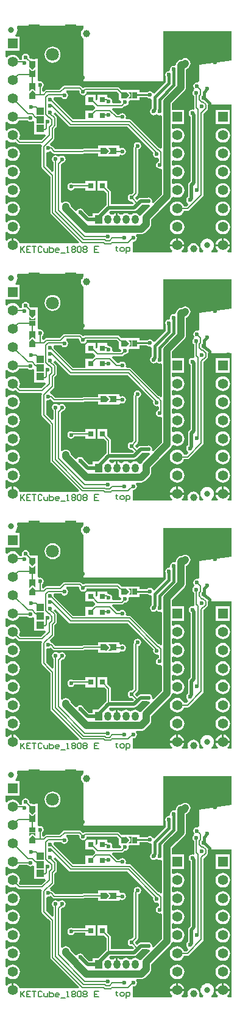
<source format=gbr>
G04*
G04 #@! TF.GenerationSoftware,Altium Limited,Altium Designer,18.1.7 (191)*
G04*
G04 Layer_Physical_Order=1*
G04 Layer_Color=255*
%FSLAX25Y25*%
%MOIN*%
G70*
G01*
G75*
%ADD10R,0.03150X0.03150*%
%ADD11R,0.03937X0.03937*%
%ADD12R,0.03000X0.03400*%
%ADD13R,0.06000X0.16000*%
%ADD14C,0.03150*%
%ADD15R,0.03400X0.03000*%
%ADD16C,0.00787*%
%ADD17C,0.00800*%
%ADD18C,0.01575*%
%ADD19C,0.01000*%
%ADD20C,0.04000*%
%ADD21C,0.01500*%
%ADD22C,0.02000*%
%ADD23C,0.03937*%
%ADD24R,0.05500X0.05500*%
%ADD25C,0.05500*%
%ADD26O,0.04000X0.04724*%
%ADD27R,0.04000X0.04724*%
%ADD28C,0.07100*%
%ADD29O,0.03937X0.05906*%
%ADD30C,0.02362*%
G36*
X27600Y517741D02*
X26000Y516140D01*
X25800D01*
X24200Y517740D01*
X24200Y518040D01*
X27600D01*
Y517741D01*
D02*
G37*
G36*
X27600Y514665D02*
X24200D01*
X24200Y516540D01*
X25400Y515340D01*
X26500Y515340D01*
X27600Y516540D01*
Y514665D01*
D02*
G37*
G36*
X53701Y538330D02*
X53254Y537987D01*
X52749Y537329D01*
X52431Y536562D01*
X52323Y535740D01*
X52431Y534918D01*
X52749Y534152D01*
X53254Y533494D01*
X53701Y533151D01*
X53701Y509840D01*
X97300Y509840D01*
X97300Y537036D01*
X134780D01*
Y521178D01*
X117000Y518790D01*
Y509595D01*
X116200Y509068D01*
X115800Y509147D01*
X115032Y508994D01*
X114381Y508560D01*
X113946Y507908D01*
X113793Y507140D01*
X113946Y506372D01*
X114291Y505856D01*
X114374Y505694D01*
X114180Y504893D01*
X113981Y504760D01*
X113546Y504108D01*
X113393Y503340D01*
X113546Y502572D01*
X113981Y501921D01*
X114346Y501677D01*
Y495349D01*
X114346Y495349D01*
X114438Y494888D01*
X114533Y494746D01*
X114189Y494265D01*
X113997Y494109D01*
X113300Y494247D01*
X112532Y494095D01*
X111881Y493659D01*
X111446Y493008D01*
X111293Y492240D01*
X111446Y491472D01*
X111881Y490821D01*
X112378Y490489D01*
Y455295D01*
X111511Y454429D01*
X111116Y453838D01*
X110978Y453140D01*
X110978Y453140D01*
Y446625D01*
X110581Y446359D01*
X110146Y445708D01*
X109993Y444940D01*
X110146Y444172D01*
X110581Y443521D01*
X110884Y443318D01*
X111063Y442366D01*
X110148Y441451D01*
X108754D01*
X108434Y442223D01*
X107804Y443044D01*
X106983Y443674D01*
X106026Y444070D01*
X105000Y444205D01*
X103974Y444070D01*
X103017Y443674D01*
X102196Y443044D01*
X101566Y442223D01*
X101170Y441266D01*
X101035Y440240D01*
X101170Y439214D01*
X101566Y438258D01*
X102196Y437436D01*
X103017Y436806D01*
X103974Y436410D01*
X105000Y436275D01*
X106026Y436410D01*
X106983Y436806D01*
X107804Y437436D01*
X108434Y438258D01*
X108754Y439030D01*
X110650D01*
X110650Y439030D01*
X111113Y439122D01*
X111506Y439384D01*
X119124Y447003D01*
X119125Y447003D01*
X119387Y447396D01*
X119479Y447859D01*
X119479Y447859D01*
Y492058D01*
X121525Y494103D01*
X121525Y494103D01*
X121787Y494496D01*
X121879Y494959D01*
Y496921D01*
X121895Y496940D01*
X134780D01*
Y416444D01*
X132825D01*
X132553Y417244D01*
X132804Y417437D01*
X133434Y418258D01*
X133830Y419214D01*
X133887Y419650D01*
X130000D01*
X126113D01*
X126170Y419214D01*
X126566Y418258D01*
X127196Y417437D01*
X127447Y417244D01*
X127175Y416444D01*
X123922D01*
X123650Y417244D01*
X124129Y417612D01*
X124720Y418381D01*
X125091Y419278D01*
X125218Y420240D01*
X125091Y421202D01*
X124720Y422099D01*
X124129Y422869D01*
X123359Y423460D01*
X122462Y423831D01*
X121500Y423958D01*
X120538Y423831D01*
X119641Y423460D01*
X118871Y422869D01*
X118280Y422099D01*
X117909Y421202D01*
X117782Y420240D01*
X117909Y419278D01*
X118280Y418381D01*
X118871Y417612D01*
X119350Y417244D01*
X119078Y416444D01*
X117531D01*
X116997Y417244D01*
X117069Y417418D01*
X117177Y418240D01*
X117069Y419062D01*
X116751Y419829D01*
X116246Y420487D01*
X115588Y420991D01*
X114822Y421309D01*
X114000Y421417D01*
X113178Y421309D01*
X112412Y420991D01*
X111754Y420487D01*
X111249Y419829D01*
X110932Y419062D01*
X110823Y418240D01*
X110932Y417418D01*
X111003Y417244D01*
X110469Y416444D01*
X107825D01*
X107553Y417244D01*
X107804Y417437D01*
X108434Y418258D01*
X108830Y419214D01*
X108887Y419650D01*
X105000D01*
X101113D01*
X101170Y419214D01*
X101566Y418258D01*
X102196Y417437D01*
X102447Y417244D01*
X102175Y416444D01*
X80746D01*
Y421239D01*
X80746D01*
X80655Y422039D01*
X80848Y422263D01*
X81000Y422233D01*
X81768Y422386D01*
X82419Y422821D01*
X82854Y423472D01*
X83007Y424240D01*
X82854Y425008D01*
X82540Y425479D01*
X82761Y426105D01*
X82894Y426279D01*
X85350D01*
X85350Y426279D01*
X86078Y426375D01*
X86756Y426656D01*
X87338Y427103D01*
X89988Y429752D01*
X89988Y429752D01*
X90435Y430335D01*
X90716Y431013D01*
X90812Y431740D01*
Y434376D01*
X101456Y445021D01*
X101456Y445021D01*
X101903Y445603D01*
X102184Y446281D01*
X102203Y446423D01*
X103009Y446803D01*
X103058Y446790D01*
X103974Y446410D01*
X105000Y446275D01*
X106026Y446410D01*
X106983Y446806D01*
X107804Y447437D01*
X108434Y448258D01*
X108830Y449214D01*
X108965Y450240D01*
X108830Y451266D01*
X108434Y452223D01*
X107804Y453044D01*
X106983Y453674D01*
X106026Y454070D01*
X105000Y454205D01*
X103974Y454070D01*
X103017Y453674D01*
X102992Y453654D01*
X102274Y454008D01*
Y456472D01*
X102992Y456826D01*
X103017Y456806D01*
X103974Y456410D01*
X105000Y456275D01*
X106026Y456410D01*
X106983Y456806D01*
X107804Y457437D01*
X108434Y458258D01*
X108830Y459214D01*
X108965Y460240D01*
X108830Y461267D01*
X108434Y462223D01*
X107804Y463044D01*
X106983Y463674D01*
X106026Y464070D01*
X105000Y464205D01*
X103974Y464070D01*
X103017Y463674D01*
X102992Y463654D01*
X102274Y464008D01*
Y466472D01*
X102992Y466826D01*
X103017Y466806D01*
X103974Y466410D01*
X105000Y466275D01*
X106026Y466410D01*
X106983Y466806D01*
X107804Y467437D01*
X108434Y468258D01*
X108830Y469214D01*
X108965Y470240D01*
X108830Y471267D01*
X108434Y472223D01*
X107804Y473044D01*
X106983Y473674D01*
X106026Y474070D01*
X105000Y474205D01*
X103974Y474070D01*
X103017Y473674D01*
X102992Y473654D01*
X102274Y474008D01*
Y476473D01*
X102992Y476826D01*
X103017Y476806D01*
X103974Y476410D01*
X105000Y476275D01*
X106026Y476410D01*
X106983Y476806D01*
X107804Y477436D01*
X108434Y478258D01*
X108830Y479214D01*
X108965Y480240D01*
X108830Y481266D01*
X108434Y482223D01*
X107804Y483044D01*
X106983Y483674D01*
X106026Y484070D01*
X105000Y484205D01*
X103974Y484070D01*
X103017Y483674D01*
X102992Y483654D01*
X102274Y484008D01*
Y486309D01*
X108931D01*
Y494171D01*
X102274D01*
Y497654D01*
X109106Y504486D01*
X109106Y504486D01*
X109553Y505069D01*
X109834Y505747D01*
X109930Y506474D01*
X109930Y506474D01*
Y516232D01*
X110106Y516305D01*
X110688Y516752D01*
X111488Y517552D01*
X111935Y518134D01*
X112216Y518813D01*
X112311Y519540D01*
X112216Y520268D01*
X111935Y520946D01*
X111488Y521528D01*
X110906Y521975D01*
X110228Y522256D01*
X109500Y522352D01*
X108772Y522256D01*
X108094Y521975D01*
X107543Y521552D01*
X107300D01*
X107300Y521552D01*
X106572Y521456D01*
X105894Y521175D01*
X105312Y520728D01*
X105130Y520546D01*
X104683Y519964D01*
X104402Y519286D01*
X104340Y518815D01*
X104274Y518710D01*
X103846Y518367D01*
X103507Y518227D01*
X103150Y518298D01*
X102382Y518145D01*
X101730Y517710D01*
X101295Y517059D01*
X101143Y516291D01*
X101216Y515920D01*
X100607Y515230D01*
X100600Y515227D01*
X100500Y515247D01*
X99732Y515095D01*
X99081Y514660D01*
X98646Y514008D01*
X98493Y513240D01*
X98646Y512472D01*
X98932Y512043D01*
Y509245D01*
X92722Y503035D01*
X91838Y503282D01*
X91519Y503759D01*
X90868Y504194D01*
X90100Y504347D01*
X89332Y504194D01*
X88681Y503759D01*
X88610Y503653D01*
X84381D01*
Y505021D01*
X79019D01*
X79019Y505021D01*
X78381D01*
X78381Y505021D01*
X74522D01*
X73452Y506092D01*
X73061Y506353D01*
X72600Y506445D01*
X72600Y506445D01*
X54700D01*
X54239Y506353D01*
X53856Y506097D01*
X53600Y506147D01*
X53346Y506097D01*
X52489Y506954D01*
X52099Y507215D01*
X51638Y507307D01*
X51638Y507307D01*
X43362D01*
X43362Y507307D01*
X42901Y507215D01*
X42511Y506954D01*
X40668Y505112D01*
X33567D01*
X33106Y505020D01*
X32716Y504759D01*
X32715Y504759D01*
X32004Y504047D01*
X31204Y504379D01*
Y506177D01*
X31419Y506321D01*
X31854Y506972D01*
X32007Y507740D01*
X31854Y508508D01*
X31419Y509160D01*
X30768Y509594D01*
X30000Y509747D01*
X29581Y509664D01*
X29399Y509782D01*
X28781Y510221D01*
Y510559D01*
X28781D01*
Y515921D01*
X28781Y515921D01*
Y516559D01*
X28781Y516559D01*
Y521921D01*
X24781D01*
X24058Y522645D01*
X24107Y522891D01*
X23954Y523659D01*
X23519Y524310D01*
X22868Y524745D01*
X22100Y524898D01*
X21332Y524745D01*
X20681Y524310D01*
X20246Y523659D01*
X20093Y522891D01*
X20220Y522251D01*
X20006Y521809D01*
X19732Y521451D01*
X18753D01*
X18433Y522223D01*
X17803Y523044D01*
X16982Y523674D01*
X16026Y524071D01*
X15000Y524206D01*
X13973Y524071D01*
X13017Y523674D01*
X12196Y523044D01*
X12004Y522794D01*
X11204Y523066D01*
Y526309D01*
X18931D01*
Y534172D01*
X16718D01*
X16446Y534972D01*
X16629Y535112D01*
X17220Y535881D01*
X17591Y536778D01*
X17718Y537740D01*
X17591Y538702D01*
X17385Y539201D01*
X17863Y540001D01*
X53701D01*
Y538330D01*
D02*
G37*
G36*
X27600Y504240D02*
X26400Y505440D01*
X25300Y505440D01*
X24200Y504240D01*
Y506115D01*
X27600D01*
X27600Y504240D01*
D02*
G37*
G36*
X27600Y503040D02*
X27600Y502740D01*
X24200D01*
Y503040D01*
X25800Y504640D01*
X26000D01*
X27600Y503040D01*
D02*
G37*
G36*
X80275Y500440D02*
X78400Y500440D01*
X79600Y501640D01*
X79600Y502740D01*
X78400Y503840D01*
X80275D01*
Y500440D01*
D02*
G37*
G36*
X78800Y502240D02*
Y502040D01*
X77200Y500440D01*
X76900Y500440D01*
Y503841D01*
X77199D01*
X78800Y502240D01*
D02*
G37*
G36*
X51625Y504299D02*
X51593Y504140D01*
X51746Y503372D01*
X52181Y502721D01*
X52832Y502286D01*
X53600Y502133D01*
X54071Y502227D01*
X54754Y501805D01*
X54871Y501660D01*
Y496852D01*
X59185D01*
X60189Y495848D01*
X60151Y495489D01*
X59991Y494942D01*
X59711Y494754D01*
X59711Y494754D01*
X58720Y493764D01*
X54871D01*
Y488944D01*
X48120D01*
X37477Y499587D01*
X37507Y499740D01*
X37390Y500328D01*
X37829Y501128D01*
X41638D01*
X41960Y500646D01*
X42611Y500211D01*
X43379Y500058D01*
X44147Y500211D01*
X44799Y500646D01*
X45234Y501297D01*
X45386Y502065D01*
X45234Y502834D01*
X44799Y503485D01*
X44611Y503610D01*
X44384Y504615D01*
X44394Y504644D01*
X44582Y504898D01*
X51091D01*
X51625Y504299D01*
D02*
G37*
G36*
X73019Y503118D02*
Y499259D01*
X73924D01*
X74537Y498459D01*
X74493Y498240D01*
X74494Y498235D01*
X73925Y497582D01*
X70083D01*
X69536Y498382D01*
X69607Y498740D01*
X69454Y499508D01*
X69019Y500160D01*
X68368Y500595D01*
X67600Y500747D01*
X66878Y501292D01*
Y502364D01*
X61367D01*
Y499879D01*
X60567Y499455D01*
X60382Y499580D01*
Y502364D01*
X55743D01*
X55315Y503164D01*
X55454Y503372D01*
X55586Y504036D01*
X72101D01*
X73019Y503118D01*
D02*
G37*
G36*
X88681Y500921D02*
X89332Y500486D01*
X90100Y500333D01*
X90457Y500404D01*
X91257Y499857D01*
Y495115D01*
X91158Y494966D01*
X91149Y494922D01*
X90756Y494660D01*
X90321Y494008D01*
X90168Y493240D01*
X90321Y492472D01*
X90756Y491821D01*
X91407Y491386D01*
X92175Y491233D01*
X92943Y491386D01*
X93144Y491520D01*
X93750Y491760D01*
X94356Y491520D01*
X94557Y491386D01*
X95325Y491233D01*
X95851Y491338D01*
X96651Y490870D01*
Y473278D01*
X95912Y472972D01*
X95654Y473230D01*
X95264Y473491D01*
X94926Y473558D01*
X79892Y488592D01*
X79501Y488853D01*
X79041Y488944D01*
X79041Y488944D01*
X77391D01*
X76908Y489745D01*
X77007Y490240D01*
X76854Y491008D01*
X76419Y491659D01*
X75768Y492095D01*
X75000Y492247D01*
X74232Y492095D01*
X73581Y491659D01*
X73437Y491444D01*
X72339D01*
X69410Y494374D01*
X69741Y495174D01*
X74638D01*
X74638Y495174D01*
X75099Y495265D01*
X75489Y495527D01*
X76246Y496284D01*
X76500Y496233D01*
X77268Y496386D01*
X77919Y496821D01*
X78354Y497472D01*
X78507Y498240D01*
X78457Y498491D01*
X78418Y498882D01*
X79076Y499259D01*
X84381D01*
Y501028D01*
X88610D01*
X88681Y500921D01*
D02*
G37*
G36*
X23330Y488321D02*
X23981Y487886D01*
X24750Y487733D01*
X25518Y487886D01*
X26050Y488242D01*
X26515Y488108D01*
X26850Y487901D01*
Y485591D01*
Y480866D01*
X32792D01*
X33123Y480066D01*
X30757Y477700D01*
X19243D01*
X18507Y478436D01*
X18830Y479214D01*
X18965Y480241D01*
X18830Y481267D01*
X18433Y482223D01*
X17803Y483044D01*
X16982Y483674D01*
X16026Y484070D01*
X15000Y484206D01*
X13973Y484070D01*
X13017Y483674D01*
X12196Y483044D01*
X12004Y482794D01*
X11204Y483066D01*
Y487415D01*
X12004Y487687D01*
X12196Y487437D01*
X13017Y486807D01*
X13973Y486411D01*
X15000Y486275D01*
X16026Y486411D01*
X16982Y486807D01*
X17803Y487437D01*
X18433Y488258D01*
X18546Y488530D01*
X23191D01*
X23330Y488321D01*
D02*
G37*
G36*
X69175Y470040D02*
X67300Y470040D01*
X68500Y471240D01*
X68500Y472340D01*
X67300Y473440D01*
X69175D01*
Y470040D01*
D02*
G37*
G36*
X67700Y471840D02*
Y471640D01*
X66100Y470040D01*
X65800Y470040D01*
Y473441D01*
X66099D01*
X67700Y471840D01*
D02*
G37*
G36*
X12196Y477437D02*
X13017Y476807D01*
X13973Y476411D01*
X15000Y476275D01*
X16026Y476411D01*
X16804Y476733D01*
X17893Y475645D01*
X17893Y475645D01*
X18283Y475384D01*
X18744Y475292D01*
X18744Y475292D01*
X30457D01*
X30643Y475089D01*
X30975Y474492D01*
X30921Y474221D01*
X30921Y474221D01*
Y463109D01*
X30921Y463109D01*
X31013Y462645D01*
X31275Y462253D01*
X34394Y459134D01*
X34421Y459116D01*
X35721Y457816D01*
Y438088D01*
X35721Y438088D01*
X35813Y437627D01*
X36074Y437236D01*
X51307Y422003D01*
X51001Y421264D01*
X18830D01*
X18830Y421267D01*
X18434Y422223D01*
X17804Y423044D01*
X16983Y423674D01*
X16026Y424070D01*
X15590Y424127D01*
Y420240D01*
X14410D01*
Y424127D01*
X13974Y424070D01*
X13017Y423674D01*
X12196Y423044D01*
X12004Y422794D01*
X11204Y423065D01*
Y427415D01*
X12004Y427687D01*
X12196Y427436D01*
X13017Y426806D01*
X13974Y426410D01*
X15000Y426275D01*
X16026Y426410D01*
X16983Y426806D01*
X17804Y427436D01*
X18434Y428258D01*
X18830Y429214D01*
X18965Y430240D01*
X18830Y431266D01*
X18434Y432223D01*
X17804Y433044D01*
X16983Y433674D01*
X16026Y434070D01*
X15000Y434205D01*
X13974Y434070D01*
X13017Y433674D01*
X12196Y433044D01*
X12004Y432794D01*
X11204Y433065D01*
Y437415D01*
X12004Y437687D01*
X12196Y437437D01*
X13017Y436807D01*
X13973Y436411D01*
X15000Y436275D01*
X16026Y436411D01*
X16982Y436807D01*
X17803Y437437D01*
X18433Y438258D01*
X18830Y439214D01*
X18965Y440241D01*
X18830Y441267D01*
X18433Y442223D01*
X17803Y443044D01*
X16982Y443674D01*
X16026Y444070D01*
X15000Y444206D01*
X13973Y444070D01*
X13017Y443674D01*
X12196Y443044D01*
X12004Y442794D01*
X11204Y443066D01*
Y447415D01*
X12004Y447687D01*
X12196Y447437D01*
X13017Y446807D01*
X13973Y446411D01*
X15000Y446276D01*
X16026Y446411D01*
X16982Y446807D01*
X17803Y447437D01*
X18433Y448258D01*
X18830Y449214D01*
X18965Y450241D01*
X18830Y451267D01*
X18433Y452223D01*
X17803Y453044D01*
X16982Y453674D01*
X16026Y454071D01*
X15000Y454206D01*
X13973Y454071D01*
X13017Y453674D01*
X12196Y453044D01*
X12004Y452794D01*
X11204Y453066D01*
Y457415D01*
X12004Y457687D01*
X12196Y457437D01*
X13017Y456807D01*
X13973Y456411D01*
X15000Y456276D01*
X16026Y456411D01*
X16982Y456807D01*
X17803Y457437D01*
X18433Y458258D01*
X18830Y459214D01*
X18965Y460241D01*
X18830Y461267D01*
X18433Y462223D01*
X17803Y463044D01*
X16982Y463674D01*
X16026Y464071D01*
X15000Y464206D01*
X13973Y464071D01*
X13017Y463674D01*
X12196Y463044D01*
X12004Y462794D01*
X11204Y463066D01*
Y467415D01*
X12004Y467687D01*
X12196Y467437D01*
X13017Y466807D01*
X13973Y466411D01*
X15000Y466276D01*
X16026Y466411D01*
X16982Y466807D01*
X17803Y467437D01*
X18433Y468258D01*
X18830Y469214D01*
X18965Y470241D01*
X18830Y471267D01*
X18433Y472223D01*
X17803Y473044D01*
X16982Y473674D01*
X16026Y474071D01*
X15000Y474206D01*
X13973Y474071D01*
X13017Y473674D01*
X12196Y473044D01*
X12004Y472794D01*
X11204Y473066D01*
Y477415D01*
X12004Y477687D01*
X12196Y477437D01*
D02*
G37*
G36*
X45874Y485314D02*
X45874Y485314D01*
X46264Y485053D01*
X46725Y484961D01*
X46725Y484961D01*
X77876D01*
X92079Y470758D01*
X92046Y470708D01*
X91893Y469940D01*
X92046Y469172D01*
X92481Y468521D01*
X93132Y468086D01*
X93900Y467933D01*
X94258Y468004D01*
X95058Y467457D01*
Y466070D01*
X94632Y465985D01*
X93981Y465550D01*
X93546Y464899D01*
X93393Y464131D01*
X93546Y463363D01*
X93981Y462712D01*
X94632Y462277D01*
X95400Y462124D01*
X95851Y462214D01*
X96651Y461711D01*
Y448167D01*
X91980Y443496D01*
X91243Y443890D01*
X91339Y444372D01*
X91186Y445140D01*
X90751Y445791D01*
X90100Y446226D01*
X89332Y446379D01*
X88563Y446226D01*
X88516Y446194D01*
X85132D01*
X85132Y446194D01*
X84434Y446055D01*
X83843Y445660D01*
X83063Y444880D01*
X81957Y445987D01*
X82007Y446240D01*
X81957Y446494D01*
X83289Y447826D01*
X83550Y448217D01*
X83642Y448678D01*
X83642Y448678D01*
Y472589D01*
X84129Y472686D01*
X84780Y473121D01*
X85215Y473772D01*
X85368Y474540D01*
X85215Y475308D01*
X84780Y475959D01*
X84129Y476395D01*
X83361Y476547D01*
X82593Y476395D01*
X81942Y475959D01*
X81507Y475308D01*
X81354Y474540D01*
X81418Y474217D01*
X81325Y474078D01*
X81234Y473617D01*
X81234Y473617D01*
Y449177D01*
X80254Y448197D01*
X80000Y448247D01*
X79232Y448095D01*
X78581Y447659D01*
X78146Y447008D01*
X77993Y446240D01*
X78146Y445472D01*
X78581Y444821D01*
X79232Y444386D01*
X80000Y444233D01*
X80254Y444284D01*
X81353Y443185D01*
X80791Y442615D01*
X68756D01*
Y449288D01*
X68664Y449749D01*
X68404Y450140D01*
X68404Y450140D01*
X66878Y451665D01*
Y455496D01*
X61367D01*
Y449984D01*
X65153D01*
X66348Y448790D01*
Y442137D01*
X66263Y442081D01*
X66263Y442081D01*
X61966Y437783D01*
X58819D01*
Y436063D01*
X56755D01*
X53865Y438952D01*
X53854Y439008D01*
X53419Y439660D01*
X52768Y440095D01*
X52000Y440247D01*
X51232Y440095D01*
X50581Y439660D01*
X50379Y439357D01*
X49426Y439178D01*
X46858Y441746D01*
X46816Y442068D01*
X46535Y442746D01*
X46088Y443328D01*
X45506Y443775D01*
X44828Y444056D01*
X44100Y444152D01*
X43372Y444056D01*
X42694Y443775D01*
X42112Y443328D01*
X42104Y443318D01*
X41304Y443590D01*
Y464341D01*
X42191Y465229D01*
X42784Y465347D01*
X43435Y465782D01*
X43871Y466433D01*
X44023Y467201D01*
X43871Y467969D01*
X43435Y468620D01*
X42784Y469055D01*
X42016Y469208D01*
X41248Y469055D01*
X40597Y468620D01*
X39741Y468779D01*
X39268Y469095D01*
X38500Y469247D01*
X37732Y469095D01*
X37081Y468659D01*
X36646Y468008D01*
X36493Y467240D01*
X36646Y466472D01*
X37081Y465821D01*
X37296Y465677D01*
Y460693D01*
X36557Y460387D01*
X36124Y460819D01*
X36106Y460846D01*
X33342Y463610D01*
Y470757D01*
X34142Y471304D01*
X34500Y471233D01*
X35268Y471386D01*
X35792Y471736D01*
X37012Y470516D01*
X37012Y470516D01*
X37405Y470253D01*
X37868Y470161D01*
X37868Y470161D01*
X53481D01*
X53481Y470161D01*
X53944Y470253D01*
X54337Y470516D01*
X54351Y470530D01*
X58500D01*
X58532Y470536D01*
X61919D01*
Y468859D01*
X67281D01*
X67281Y468859D01*
X67919Y468859D01*
Y468859D01*
X73281D01*
Y469259D01*
X74081Y469687D01*
X74232Y469586D01*
X75000Y469433D01*
X75768Y469586D01*
X76419Y470021D01*
X76854Y470672D01*
X77007Y471440D01*
X76854Y472208D01*
X76419Y472859D01*
X75768Y473294D01*
X75000Y473447D01*
X74232Y473294D01*
X74081Y473194D01*
X73281Y473621D01*
Y474621D01*
X67919D01*
X67919Y474621D01*
X67281D01*
X67281Y474621D01*
X61919D01*
Y472944D01*
X58532D01*
X58500Y472951D01*
X53850D01*
X53850Y472951D01*
X53386Y472859D01*
X52994Y472596D01*
X52994Y472596D01*
X52980Y472582D01*
X38370D01*
X36856Y474096D01*
X36463Y474359D01*
X36068Y474438D01*
X35919Y474659D01*
X35616Y474862D01*
X35437Y475814D01*
X37488Y477865D01*
X37750Y478258D01*
X37842Y478721D01*
X37842Y478721D01*
Y483720D01*
X38856Y484734D01*
X39118Y485126D01*
X39211Y485590D01*
Y489740D01*
X39211Y489740D01*
X39118Y490204D01*
X38856Y490596D01*
X38856Y490596D01*
X37612Y491840D01*
X37705Y492395D01*
X38529Y492659D01*
X45874Y485314D01*
D02*
G37*
G36*
X88563Y442518D02*
X89332Y442365D01*
X89813Y442460D01*
X90207Y441723D01*
X86012Y437528D01*
X85565Y436946D01*
X85432Y436624D01*
X84545Y436511D01*
X84269Y436871D01*
X83604Y437381D01*
X82830Y437702D01*
X82000Y437811D01*
X81170Y437702D01*
X80396Y437381D01*
X80075Y437135D01*
X79500Y436947D01*
X78925Y437135D01*
X78604Y437381D01*
X77830Y437702D01*
X77000Y437811D01*
X76170Y437702D01*
X75396Y437381D01*
X75075Y437135D01*
X74500Y436947D01*
X73925Y437135D01*
X73604Y437381D01*
X72830Y437702D01*
X72591Y437733D01*
Y434240D01*
X71409D01*
Y437733D01*
X71170Y437702D01*
X70396Y437381D01*
X70075Y437135D01*
X69500Y436947D01*
X68925Y437135D01*
X68604Y437381D01*
X68071Y437602D01*
X67778Y438441D01*
X68307Y438970D01*
X81552D01*
X81552Y438970D01*
X82249Y439109D01*
X82841Y439504D01*
X85886Y442549D01*
X88516D01*
X88563Y442518D01*
D02*
G37*
G36*
X27600Y382328D02*
X26000Y380727D01*
X25800D01*
X24200Y382327D01*
X24200Y382627D01*
X27600D01*
Y382328D01*
D02*
G37*
G36*
X27600Y379252D02*
X24200D01*
X24200Y381127D01*
X25400Y379927D01*
X26500Y379927D01*
X27600Y381127D01*
Y379252D01*
D02*
G37*
G36*
X53701Y402916D02*
X53254Y402573D01*
X52749Y401915D01*
X52431Y401149D01*
X52323Y400327D01*
X52431Y399505D01*
X52749Y398738D01*
X53254Y398080D01*
X53701Y397737D01*
X53701Y374427D01*
X97300Y374427D01*
X97300Y401623D01*
X134780D01*
Y385765D01*
X117000Y383377D01*
Y374181D01*
X116200Y373654D01*
X115800Y373734D01*
X115032Y373581D01*
X114381Y373146D01*
X113946Y372495D01*
X113793Y371727D01*
X113946Y370959D01*
X114291Y370442D01*
X114374Y370281D01*
X114180Y369479D01*
X113981Y369346D01*
X113546Y368695D01*
X113393Y367927D01*
X113546Y367159D01*
X113981Y366508D01*
X114346Y366264D01*
Y359936D01*
X114346Y359936D01*
X114438Y359475D01*
X114533Y359333D01*
X114189Y358851D01*
X113997Y358695D01*
X113300Y358834D01*
X112532Y358681D01*
X111881Y358246D01*
X111446Y357595D01*
X111293Y356827D01*
X111446Y356059D01*
X111881Y355408D01*
X112378Y355076D01*
Y319882D01*
X111511Y319016D01*
X111116Y318424D01*
X110978Y317727D01*
X110978Y317727D01*
Y311211D01*
X110581Y310946D01*
X110146Y310295D01*
X109993Y309527D01*
X110146Y308759D01*
X110581Y308108D01*
X110884Y307905D01*
X111063Y306953D01*
X110148Y306037D01*
X108754D01*
X108434Y306809D01*
X107804Y307630D01*
X106983Y308261D01*
X106026Y308657D01*
X105000Y308792D01*
X103974Y308657D01*
X103017Y308261D01*
X102196Y307630D01*
X101566Y306809D01*
X101170Y305853D01*
X101035Y304827D01*
X101170Y303801D01*
X101566Y302844D01*
X102196Y302023D01*
X103017Y301393D01*
X103974Y300997D01*
X105000Y300862D01*
X106026Y300997D01*
X106983Y301393D01*
X107804Y302023D01*
X108434Y302844D01*
X108754Y303616D01*
X110650D01*
X110650Y303616D01*
X111113Y303708D01*
X111506Y303971D01*
X119124Y311590D01*
X119125Y311590D01*
X119387Y311982D01*
X119479Y312446D01*
X119479Y312446D01*
Y356644D01*
X121525Y358690D01*
X121525Y358690D01*
X121787Y359083D01*
X121879Y359546D01*
Y361508D01*
X121895Y361527D01*
X134780D01*
Y281031D01*
X132825D01*
X132553Y281831D01*
X132804Y282023D01*
X133434Y282844D01*
X133830Y283801D01*
X133887Y284236D01*
X130000D01*
X126113D01*
X126170Y283801D01*
X126566Y282844D01*
X127196Y282023D01*
X127447Y281831D01*
X127175Y281031D01*
X123922D01*
X123650Y281831D01*
X124129Y282198D01*
X124720Y282968D01*
X125091Y283865D01*
X125218Y284827D01*
X125091Y285789D01*
X124720Y286686D01*
X124129Y287456D01*
X123359Y288046D01*
X122462Y288418D01*
X121500Y288545D01*
X120538Y288418D01*
X119641Y288046D01*
X118871Y287456D01*
X118280Y286686D01*
X117909Y285789D01*
X117782Y284827D01*
X117909Y283865D01*
X118280Y282968D01*
X118871Y282198D01*
X119350Y281831D01*
X119078Y281031D01*
X117531D01*
X116997Y281831D01*
X117069Y282005D01*
X117177Y282827D01*
X117069Y283649D01*
X116751Y284415D01*
X116246Y285073D01*
X115588Y285578D01*
X114822Y285895D01*
X114000Y286004D01*
X113178Y285895D01*
X112412Y285578D01*
X111754Y285073D01*
X111249Y284415D01*
X110932Y283649D01*
X110823Y282827D01*
X110932Y282005D01*
X111003Y281831D01*
X110469Y281031D01*
X107825D01*
X107553Y281831D01*
X107804Y282023D01*
X108434Y282844D01*
X108830Y283801D01*
X108887Y284236D01*
X105000D01*
X101113D01*
X101170Y283801D01*
X101566Y282844D01*
X102196Y282023D01*
X102447Y281831D01*
X102175Y281031D01*
X80746D01*
Y285825D01*
X80746D01*
X80655Y286626D01*
X80848Y286850D01*
X81000Y286820D01*
X81768Y286972D01*
X82419Y287408D01*
X82854Y288059D01*
X83007Y288827D01*
X82854Y289595D01*
X82540Y290066D01*
X82761Y290692D01*
X82894Y290866D01*
X85350D01*
X85350Y290866D01*
X86078Y290962D01*
X86756Y291242D01*
X87338Y291689D01*
X89988Y294339D01*
X89988Y294339D01*
X90435Y294921D01*
X90716Y295599D01*
X90812Y296327D01*
Y298962D01*
X101456Y309607D01*
X101456Y309607D01*
X101903Y310190D01*
X102184Y310868D01*
X102203Y311010D01*
X103009Y311389D01*
X103058Y311376D01*
X103974Y310997D01*
X105000Y310862D01*
X106026Y310997D01*
X106983Y311393D01*
X107804Y312023D01*
X108434Y312844D01*
X108830Y313801D01*
X108965Y314827D01*
X108830Y315853D01*
X108434Y316809D01*
X107804Y317631D01*
X106983Y318261D01*
X106026Y318657D01*
X105000Y318792D01*
X103974Y318657D01*
X103017Y318261D01*
X102992Y318241D01*
X102274Y318595D01*
Y321059D01*
X102992Y321413D01*
X103017Y321393D01*
X103974Y320997D01*
X105000Y320862D01*
X106026Y320997D01*
X106983Y321393D01*
X107804Y322023D01*
X108434Y322844D01*
X108830Y323801D01*
X108965Y324827D01*
X108830Y325853D01*
X108434Y326809D01*
X107804Y327630D01*
X106983Y328261D01*
X106026Y328657D01*
X105000Y328792D01*
X103974Y328657D01*
X103017Y328261D01*
X102992Y328241D01*
X102274Y328595D01*
Y331059D01*
X102992Y331413D01*
X103017Y331393D01*
X103974Y330997D01*
X105000Y330862D01*
X106026Y330997D01*
X106983Y331393D01*
X107804Y332023D01*
X108434Y332844D01*
X108830Y333801D01*
X108965Y334827D01*
X108830Y335853D01*
X108434Y336809D01*
X107804Y337631D01*
X106983Y338261D01*
X106026Y338657D01*
X105000Y338792D01*
X103974Y338657D01*
X103017Y338261D01*
X102992Y338241D01*
X102274Y338595D01*
Y341059D01*
X102992Y341413D01*
X103017Y341393D01*
X103974Y340997D01*
X105000Y340862D01*
X106026Y340997D01*
X106983Y341393D01*
X107804Y342023D01*
X108434Y342844D01*
X108830Y343801D01*
X108965Y344827D01*
X108830Y345853D01*
X108434Y346809D01*
X107804Y347631D01*
X106983Y348261D01*
X106026Y348657D01*
X105000Y348792D01*
X103974Y348657D01*
X103017Y348261D01*
X102992Y348241D01*
X102274Y348595D01*
Y350896D01*
X108931D01*
Y358758D01*
X102274D01*
Y362241D01*
X109106Y369073D01*
X109106Y369073D01*
X109553Y369655D01*
X109834Y370333D01*
X109930Y371061D01*
X109930Y371061D01*
Y380819D01*
X110106Y380892D01*
X110688Y381339D01*
X111488Y382139D01*
X111935Y382721D01*
X112216Y383399D01*
X112311Y384127D01*
X112216Y384855D01*
X111935Y385532D01*
X111488Y386115D01*
X110906Y386562D01*
X110228Y386842D01*
X109500Y386938D01*
X108772Y386842D01*
X108094Y386562D01*
X107543Y386138D01*
X107300D01*
X107300Y386138D01*
X106572Y386042D01*
X105894Y385762D01*
X105312Y385315D01*
X105130Y385133D01*
X104683Y384551D01*
X104402Y383873D01*
X104340Y383401D01*
X104274Y383296D01*
X103846Y382954D01*
X103507Y382813D01*
X103150Y382884D01*
X102382Y382732D01*
X101730Y382296D01*
X101295Y381645D01*
X101143Y380877D01*
X101216Y380507D01*
X100607Y379817D01*
X100600Y379814D01*
X100500Y379834D01*
X99732Y379681D01*
X99081Y379246D01*
X98646Y378595D01*
X98493Y377827D01*
X98646Y377059D01*
X98932Y376630D01*
Y373832D01*
X92722Y367622D01*
X91838Y367869D01*
X91519Y368346D01*
X90868Y368781D01*
X90100Y368934D01*
X89332Y368781D01*
X88681Y368346D01*
X88610Y368239D01*
X84381D01*
Y369608D01*
X79019D01*
X79019Y369608D01*
X78381D01*
X78381Y369608D01*
X74522D01*
X73452Y370678D01*
X73061Y370939D01*
X72600Y371031D01*
X72600Y371031D01*
X54700D01*
X54239Y370939D01*
X53856Y370683D01*
X53600Y370734D01*
X53346Y370684D01*
X52489Y371541D01*
X52099Y371802D01*
X51638Y371893D01*
X51638Y371893D01*
X43362D01*
X43362Y371893D01*
X42901Y371802D01*
X42511Y371541D01*
X40668Y369698D01*
X33567D01*
X33106Y369606D01*
X32716Y369345D01*
X32715Y369345D01*
X32004Y368634D01*
X31204Y368966D01*
Y370764D01*
X31419Y370908D01*
X31854Y371559D01*
X32007Y372327D01*
X31854Y373095D01*
X31419Y373746D01*
X30768Y374181D01*
X30000Y374334D01*
X29581Y374251D01*
X29399Y374369D01*
X28781Y374808D01*
Y375146D01*
X28781D01*
Y380508D01*
X28781Y380508D01*
Y381146D01*
X28781Y381146D01*
Y386508D01*
X24781D01*
X24058Y387231D01*
X24107Y387477D01*
X23954Y388245D01*
X23519Y388896D01*
X22868Y389332D01*
X22100Y389484D01*
X21332Y389332D01*
X20681Y388896D01*
X20246Y388245D01*
X20093Y387477D01*
X20220Y386838D01*
X20006Y386395D01*
X19732Y386038D01*
X18753D01*
X18433Y386810D01*
X17803Y387631D01*
X16982Y388261D01*
X16026Y388657D01*
X15000Y388792D01*
X13973Y388657D01*
X13017Y388261D01*
X12196Y387631D01*
X12004Y387381D01*
X11204Y387652D01*
Y390896D01*
X18931D01*
Y398758D01*
X16718D01*
X16446Y399558D01*
X16629Y399698D01*
X17220Y400468D01*
X17591Y401365D01*
X17718Y402327D01*
X17591Y403289D01*
X17385Y403787D01*
X17863Y404587D01*
X53701D01*
Y402916D01*
D02*
G37*
G36*
X27600Y368827D02*
X26400Y370027D01*
X25300Y370027D01*
X24200Y368827D01*
Y370702D01*
X27600D01*
X27600Y368827D01*
D02*
G37*
G36*
X27600Y367627D02*
X27600Y367327D01*
X24200D01*
Y367626D01*
X25800Y369227D01*
X26000D01*
X27600Y367627D01*
D02*
G37*
G36*
X80275Y365027D02*
X78400Y365027D01*
X79600Y366227D01*
X79600Y367327D01*
X78400Y368427D01*
X80275D01*
Y365027D01*
D02*
G37*
G36*
X78800Y366827D02*
Y366627D01*
X77200Y365027D01*
X76900Y365027D01*
Y368427D01*
X77199D01*
X78800Y366827D01*
D02*
G37*
G36*
X51625Y368886D02*
X51593Y368727D01*
X51746Y367959D01*
X52181Y367308D01*
X52832Y366873D01*
X53600Y366720D01*
X54071Y366813D01*
X54754Y366391D01*
X54871Y366246D01*
Y361438D01*
X59185D01*
X60189Y360435D01*
X60151Y360076D01*
X59991Y359528D01*
X59711Y359341D01*
X59711Y359341D01*
X58720Y358350D01*
X54871D01*
Y353531D01*
X48120D01*
X37477Y364174D01*
X37507Y364327D01*
X37390Y364915D01*
X37829Y365715D01*
X41638D01*
X41960Y365233D01*
X42611Y364798D01*
X43379Y364645D01*
X44147Y364798D01*
X44799Y365233D01*
X45234Y365884D01*
X45386Y366652D01*
X45234Y367420D01*
X44799Y368071D01*
X44611Y368196D01*
X44384Y369201D01*
X44394Y369231D01*
X44582Y369485D01*
X51091D01*
X51625Y368886D01*
D02*
G37*
G36*
X73019Y367705D02*
Y363846D01*
X73924D01*
X74537Y363046D01*
X74493Y362827D01*
X74494Y362822D01*
X73925Y362169D01*
X70083D01*
X69536Y362969D01*
X69607Y363327D01*
X69454Y364095D01*
X69019Y364746D01*
X68368Y365181D01*
X67600Y365334D01*
X66878Y365879D01*
Y366950D01*
X61367D01*
Y364465D01*
X60567Y364042D01*
X60382Y364167D01*
Y366950D01*
X55743D01*
X55315Y367750D01*
X55454Y367959D01*
X55586Y368623D01*
X72101D01*
X73019Y367705D01*
D02*
G37*
G36*
X88681Y365508D02*
X89332Y365072D01*
X90100Y364920D01*
X90457Y364991D01*
X91257Y364444D01*
Y359701D01*
X91158Y359553D01*
X91149Y359509D01*
X90756Y359246D01*
X90321Y358595D01*
X90168Y357827D01*
X90321Y357059D01*
X90756Y356408D01*
X91407Y355973D01*
X92175Y355820D01*
X92943Y355973D01*
X93144Y356107D01*
X93750Y356346D01*
X94356Y356107D01*
X94557Y355973D01*
X95325Y355820D01*
X95851Y355925D01*
X96651Y355457D01*
Y337865D01*
X95912Y337559D01*
X95654Y337816D01*
X95264Y338077D01*
X94926Y338144D01*
X79892Y353178D01*
X79501Y353439D01*
X79041Y353531D01*
X79041Y353531D01*
X77391D01*
X76908Y354331D01*
X77007Y354827D01*
X76854Y355595D01*
X76419Y356246D01*
X75768Y356681D01*
X75000Y356834D01*
X74232Y356681D01*
X73581Y356246D01*
X73437Y356031D01*
X72339D01*
X69410Y358960D01*
X69741Y359760D01*
X74638D01*
X74638Y359760D01*
X75099Y359852D01*
X75489Y360113D01*
X76246Y360870D01*
X76500Y360820D01*
X77268Y360972D01*
X77919Y361408D01*
X78354Y362059D01*
X78507Y362827D01*
X78457Y363077D01*
X78418Y363469D01*
X79076Y363846D01*
X84381D01*
Y365614D01*
X88610D01*
X88681Y365508D01*
D02*
G37*
G36*
X23330Y352908D02*
X23981Y352472D01*
X24750Y352320D01*
X25518Y352472D01*
X26050Y352829D01*
X26515Y352694D01*
X26850Y352488D01*
Y350177D01*
Y345453D01*
X32792D01*
X33123Y344653D01*
X30757Y342287D01*
X19243D01*
X18507Y343023D01*
X18830Y343801D01*
X18965Y344827D01*
X18830Y345853D01*
X18433Y346810D01*
X17803Y347631D01*
X16982Y348261D01*
X16026Y348657D01*
X15000Y348792D01*
X13973Y348657D01*
X13017Y348261D01*
X12196Y347631D01*
X12004Y347381D01*
X11204Y347653D01*
Y352002D01*
X12004Y352273D01*
X12196Y352024D01*
X13017Y351393D01*
X13973Y350997D01*
X15000Y350862D01*
X16026Y350997D01*
X16982Y351393D01*
X17803Y352024D01*
X18433Y352845D01*
X18546Y353116D01*
X23191D01*
X23330Y352908D01*
D02*
G37*
G36*
X69175Y334627D02*
X67300Y334627D01*
X68500Y335827D01*
X68500Y336927D01*
X67300Y338027D01*
X69175D01*
Y334627D01*
D02*
G37*
G36*
X67700Y336427D02*
Y336227D01*
X66100Y334627D01*
X65800Y334627D01*
Y338027D01*
X66099D01*
X67700Y336427D01*
D02*
G37*
G36*
X12196Y342023D02*
X13017Y341393D01*
X13973Y340997D01*
X15000Y340862D01*
X16026Y340997D01*
X16804Y341320D01*
X17893Y340231D01*
X17893Y340231D01*
X18283Y339970D01*
X18744Y339879D01*
X18744Y339879D01*
X30457D01*
X30643Y339675D01*
X30975Y339078D01*
X30921Y338808D01*
X30921Y338808D01*
Y327695D01*
X30921Y327695D01*
X31013Y327232D01*
X31275Y326839D01*
X34394Y323721D01*
X34421Y323703D01*
X35721Y322403D01*
Y302675D01*
X35721Y302675D01*
X35813Y302214D01*
X36074Y301823D01*
X51307Y286589D01*
X51001Y285850D01*
X18830D01*
X18830Y285853D01*
X18434Y286809D01*
X17804Y287631D01*
X16983Y288261D01*
X16026Y288657D01*
X15590Y288714D01*
Y284827D01*
X14410D01*
Y288714D01*
X13974Y288657D01*
X13017Y288261D01*
X12196Y287631D01*
X12004Y287380D01*
X11204Y287652D01*
Y292002D01*
X12004Y292273D01*
X12196Y292023D01*
X13017Y291393D01*
X13974Y290997D01*
X15000Y290862D01*
X16026Y290997D01*
X16983Y291393D01*
X17804Y292023D01*
X18434Y292844D01*
X18830Y293801D01*
X18965Y294827D01*
X18830Y295853D01*
X18434Y296809D01*
X17804Y297631D01*
X16983Y298261D01*
X16026Y298657D01*
X15000Y298792D01*
X13974Y298657D01*
X13017Y298261D01*
X12196Y297631D01*
X12004Y297380D01*
X11204Y297652D01*
Y302002D01*
X12004Y302273D01*
X12196Y302024D01*
X13017Y301393D01*
X13973Y300997D01*
X15000Y300862D01*
X16026Y300997D01*
X16982Y301393D01*
X17803Y302024D01*
X18433Y302845D01*
X18830Y303801D01*
X18965Y304827D01*
X18830Y305853D01*
X18433Y306810D01*
X17803Y307631D01*
X16982Y308261D01*
X16026Y308657D01*
X15000Y308792D01*
X13973Y308657D01*
X13017Y308261D01*
X12196Y307631D01*
X12004Y307381D01*
X11204Y307652D01*
Y312002D01*
X12004Y312273D01*
X12196Y312023D01*
X13017Y311393D01*
X13973Y310997D01*
X15000Y310862D01*
X16026Y310997D01*
X16982Y311393D01*
X17803Y312023D01*
X18433Y312845D01*
X18830Y313801D01*
X18965Y314827D01*
X18830Y315853D01*
X18433Y316810D01*
X17803Y317631D01*
X16982Y318261D01*
X16026Y318657D01*
X15000Y318792D01*
X13973Y318657D01*
X13017Y318261D01*
X12196Y317631D01*
X12004Y317381D01*
X11204Y317653D01*
Y322002D01*
X12004Y322273D01*
X12196Y322024D01*
X13017Y321393D01*
X13973Y320997D01*
X15000Y320862D01*
X16026Y320997D01*
X16982Y321393D01*
X17803Y322024D01*
X18433Y322845D01*
X18830Y323801D01*
X18965Y324827D01*
X18830Y325853D01*
X18433Y326810D01*
X17803Y327631D01*
X16982Y328261D01*
X16026Y328657D01*
X15000Y328792D01*
X13973Y328657D01*
X13017Y328261D01*
X12196Y327631D01*
X12004Y327381D01*
X11204Y327653D01*
Y332002D01*
X12004Y332273D01*
X12196Y332024D01*
X13017Y331393D01*
X13973Y330997D01*
X15000Y330862D01*
X16026Y330997D01*
X16982Y331393D01*
X17803Y332024D01*
X18433Y332845D01*
X18830Y333801D01*
X18965Y334827D01*
X18830Y335853D01*
X18433Y336810D01*
X17803Y337631D01*
X16982Y338261D01*
X16026Y338657D01*
X15000Y338792D01*
X13973Y338657D01*
X13017Y338261D01*
X12196Y337631D01*
X12004Y337381D01*
X11204Y337652D01*
Y342002D01*
X12004Y342273D01*
X12196Y342023D01*
D02*
G37*
G36*
X45874Y349901D02*
X45874Y349901D01*
X46264Y349640D01*
X46725Y349548D01*
X46725Y349548D01*
X77876D01*
X92079Y335345D01*
X92046Y335295D01*
X91893Y334527D01*
X92046Y333759D01*
X92481Y333108D01*
X93132Y332673D01*
X93900Y332520D01*
X94258Y332591D01*
X95058Y332044D01*
Y330657D01*
X94632Y330572D01*
X93981Y330137D01*
X93546Y329486D01*
X93393Y328718D01*
X93546Y327950D01*
X93981Y327299D01*
X94632Y326864D01*
X95400Y326711D01*
X95851Y326800D01*
X96651Y326297D01*
Y312754D01*
X91980Y308083D01*
X91243Y308477D01*
X91339Y308958D01*
X91186Y309726D01*
X90751Y310378D01*
X90100Y310813D01*
X89332Y310965D01*
X88563Y310813D01*
X88516Y310781D01*
X85132D01*
X85132Y310781D01*
X84434Y310642D01*
X83843Y310247D01*
X83063Y309467D01*
X81957Y310573D01*
X82007Y310827D01*
X81957Y311080D01*
X83289Y312413D01*
X83550Y312804D01*
X83642Y313265D01*
X83642Y313265D01*
Y337176D01*
X84129Y337273D01*
X84780Y337708D01*
X85215Y338359D01*
X85368Y339127D01*
X85215Y339895D01*
X84780Y340546D01*
X84129Y340981D01*
X83361Y341134D01*
X82593Y340981D01*
X81942Y340546D01*
X81507Y339895D01*
X81354Y339127D01*
X81418Y338804D01*
X81325Y338665D01*
X81234Y338204D01*
X81234Y338204D01*
Y313763D01*
X80254Y312784D01*
X80000Y312834D01*
X79232Y312681D01*
X78581Y312246D01*
X78146Y311595D01*
X77993Y310827D01*
X78146Y310059D01*
X78581Y309408D01*
X79232Y308973D01*
X80000Y308820D01*
X80254Y308870D01*
X81353Y307771D01*
X80791Y307201D01*
X68756D01*
Y313875D01*
X68664Y314336D01*
X68404Y314726D01*
X68404Y314726D01*
X66878Y316251D01*
Y320083D01*
X61367D01*
Y314571D01*
X65153D01*
X66348Y313376D01*
Y306724D01*
X66263Y306667D01*
X66263Y306667D01*
X61966Y302370D01*
X58819D01*
Y300649D01*
X56755D01*
X53865Y303539D01*
X53854Y303595D01*
X53419Y304246D01*
X52768Y304681D01*
X52000Y304834D01*
X51232Y304681D01*
X50581Y304246D01*
X50379Y303943D01*
X49426Y303765D01*
X46858Y306332D01*
X46816Y306655D01*
X46535Y307332D01*
X46088Y307915D01*
X45506Y308362D01*
X44828Y308643D01*
X44100Y308738D01*
X43372Y308643D01*
X42694Y308362D01*
X42112Y307915D01*
X42104Y307905D01*
X41304Y308176D01*
Y328928D01*
X42191Y329815D01*
X42784Y329933D01*
X43435Y330368D01*
X43871Y331019D01*
X44023Y331787D01*
X43871Y332556D01*
X43435Y333207D01*
X42784Y333642D01*
X42016Y333794D01*
X41248Y333642D01*
X40597Y333207D01*
X39741Y333365D01*
X39268Y333681D01*
X38500Y333834D01*
X37732Y333681D01*
X37081Y333246D01*
X36646Y332595D01*
X36493Y331827D01*
X36646Y331059D01*
X37081Y330408D01*
X37296Y330264D01*
Y325279D01*
X36557Y324973D01*
X36124Y325406D01*
X36106Y325433D01*
X33342Y328197D01*
Y335344D01*
X34142Y335891D01*
X34500Y335820D01*
X35268Y335972D01*
X35792Y336323D01*
X37012Y335102D01*
X37012Y335102D01*
X37405Y334840D01*
X37868Y334748D01*
X37868Y334748D01*
X53481D01*
X53481Y334748D01*
X53944Y334840D01*
X54337Y335102D01*
X54351Y335116D01*
X58500D01*
X58532Y335123D01*
X61919D01*
Y333446D01*
X67281D01*
X67281Y333446D01*
X67919Y333446D01*
Y333446D01*
X73281D01*
Y333846D01*
X74081Y334273D01*
X74232Y334173D01*
X75000Y334020D01*
X75768Y334173D01*
X76419Y334608D01*
X76854Y335259D01*
X77007Y336027D01*
X76854Y336795D01*
X76419Y337446D01*
X75768Y337881D01*
X75000Y338034D01*
X74232Y337881D01*
X74081Y337780D01*
X73281Y338208D01*
Y339208D01*
X67919D01*
X67919Y339208D01*
X67281D01*
X67281Y339208D01*
X61919D01*
Y337531D01*
X58532D01*
X58500Y337538D01*
X53850D01*
X53850Y337538D01*
X53386Y337445D01*
X52994Y337183D01*
X52994Y337183D01*
X52980Y337169D01*
X38370D01*
X36856Y338683D01*
X36463Y338945D01*
X36068Y339024D01*
X35919Y339246D01*
X35616Y339449D01*
X35437Y340401D01*
X37488Y342452D01*
X37750Y342845D01*
X37842Y343308D01*
X37842Y343308D01*
Y348306D01*
X38856Y349320D01*
X39118Y349713D01*
X39211Y350176D01*
Y354327D01*
X39211Y354327D01*
X39118Y354790D01*
X38856Y355183D01*
X38856Y355183D01*
X37612Y356427D01*
X37705Y356982D01*
X38529Y357245D01*
X45874Y349901D01*
D02*
G37*
G36*
X88563Y307104D02*
X89332Y306951D01*
X89813Y307047D01*
X90207Y306310D01*
X86012Y302115D01*
X85565Y301533D01*
X85432Y301211D01*
X84545Y301097D01*
X84269Y301458D01*
X83604Y301968D01*
X82830Y302288D01*
X82000Y302398D01*
X81170Y302288D01*
X80396Y301968D01*
X80075Y301722D01*
X79500Y301534D01*
X78925Y301722D01*
X78604Y301968D01*
X77830Y302288D01*
X77000Y302398D01*
X76170Y302288D01*
X75396Y301968D01*
X75075Y301722D01*
X74500Y301534D01*
X73925Y301722D01*
X73604Y301968D01*
X72830Y302288D01*
X72591Y302320D01*
Y298827D01*
X71409D01*
Y302320D01*
X71170Y302288D01*
X70396Y301968D01*
X70075Y301722D01*
X69500Y301534D01*
X68925Y301722D01*
X68604Y301968D01*
X68071Y302189D01*
X67778Y303027D01*
X68307Y303556D01*
X81552D01*
X81552Y303556D01*
X82249Y303695D01*
X82841Y304090D01*
X85886Y307136D01*
X88516D01*
X88563Y307104D01*
D02*
G37*
G36*
X27600Y246914D02*
X26000Y245313D01*
X25800D01*
X24200Y246914D01*
X24200Y247213D01*
X27600D01*
Y246914D01*
D02*
G37*
G36*
X27600Y243839D02*
X24200D01*
X24200Y245713D01*
X25400Y244513D01*
X26500Y244514D01*
X27600Y245713D01*
Y243839D01*
D02*
G37*
G36*
X53701Y267503D02*
X53254Y267160D01*
X52749Y266502D01*
X52431Y265736D01*
X52323Y264913D01*
X52431Y264091D01*
X52749Y263325D01*
X53254Y262667D01*
X53701Y262324D01*
X53701Y239013D01*
X97300Y239013D01*
X97300Y266209D01*
X134780D01*
Y250352D01*
X117000Y247963D01*
Y238768D01*
X116200Y238241D01*
X115800Y238320D01*
X115032Y238168D01*
X114381Y237733D01*
X113946Y237082D01*
X113793Y236313D01*
X113946Y235545D01*
X114291Y235029D01*
X114374Y234867D01*
X114180Y234066D01*
X113981Y233933D01*
X113546Y233281D01*
X113393Y232513D01*
X113546Y231745D01*
X113981Y231094D01*
X114346Y230850D01*
Y224522D01*
X114346Y224522D01*
X114438Y224061D01*
X114533Y223919D01*
X114189Y223438D01*
X113997Y223282D01*
X113300Y223421D01*
X112532Y223268D01*
X111881Y222833D01*
X111446Y222182D01*
X111293Y221413D01*
X111446Y220645D01*
X111881Y219994D01*
X112378Y219662D01*
Y184468D01*
X111511Y183602D01*
X111116Y183011D01*
X110978Y182313D01*
X110978Y182313D01*
Y175798D01*
X110581Y175533D01*
X110146Y174881D01*
X109993Y174113D01*
X110146Y173345D01*
X110581Y172694D01*
X110884Y172492D01*
X111063Y171539D01*
X110148Y170624D01*
X108754D01*
X108434Y171396D01*
X107804Y172217D01*
X106983Y172847D01*
X106026Y173243D01*
X105000Y173378D01*
X103974Y173243D01*
X103017Y172847D01*
X102196Y172217D01*
X101566Y171396D01*
X101170Y170440D01*
X101035Y169413D01*
X101170Y168387D01*
X101566Y167431D01*
X102196Y166610D01*
X103017Y165980D01*
X103974Y165584D01*
X105000Y165448D01*
X106026Y165584D01*
X106983Y165980D01*
X107804Y166610D01*
X108434Y167431D01*
X108754Y168203D01*
X110650D01*
X110650Y168203D01*
X111113Y168295D01*
X111506Y168557D01*
X119124Y176176D01*
X119125Y176176D01*
X119387Y176569D01*
X119479Y177032D01*
X119479Y177032D01*
Y221231D01*
X121525Y223276D01*
X121525Y223276D01*
X121787Y223669D01*
X121879Y224132D01*
Y226095D01*
X121895Y226113D01*
X134780D01*
Y145618D01*
X132825D01*
X132553Y146418D01*
X132804Y146610D01*
X133434Y147431D01*
X133830Y148387D01*
X133887Y148823D01*
X130000D01*
X126113D01*
X126170Y148387D01*
X126566Y147431D01*
X127196Y146610D01*
X127447Y146418D01*
X127175Y145618D01*
X123922D01*
X123650Y146418D01*
X124129Y146785D01*
X124720Y147555D01*
X125091Y148451D01*
X125218Y149413D01*
X125091Y150376D01*
X124720Y151272D01*
X124129Y152042D01*
X123359Y152633D01*
X122462Y153004D01*
X121500Y153131D01*
X120538Y153004D01*
X119641Y152633D01*
X118871Y152042D01*
X118280Y151272D01*
X117909Y150376D01*
X117782Y149413D01*
X117909Y148451D01*
X118280Y147555D01*
X118871Y146785D01*
X119350Y146418D01*
X119078Y145618D01*
X117531D01*
X116997Y146418D01*
X117069Y146591D01*
X117177Y147413D01*
X117069Y148236D01*
X116751Y149002D01*
X116246Y149660D01*
X115588Y150165D01*
X114822Y150482D01*
X114000Y150590D01*
X113178Y150482D01*
X112412Y150165D01*
X111754Y149660D01*
X111249Y149002D01*
X110932Y148236D01*
X110823Y147413D01*
X110932Y146591D01*
X111003Y146418D01*
X110469Y145618D01*
X107825D01*
X107553Y146418D01*
X107804Y146610D01*
X108434Y147431D01*
X108830Y148387D01*
X108887Y148823D01*
X105000D01*
X101113D01*
X101170Y148387D01*
X101566Y147431D01*
X102196Y146610D01*
X102447Y146418D01*
X102175Y145618D01*
X80746D01*
Y150412D01*
X80746D01*
X80655Y151212D01*
X80848Y151437D01*
X81000Y151406D01*
X81768Y151559D01*
X82419Y151994D01*
X82854Y152645D01*
X83007Y153413D01*
X82854Y154182D01*
X82540Y154652D01*
X82761Y155278D01*
X82894Y155452D01*
X85350D01*
X85350Y155452D01*
X86078Y155548D01*
X86756Y155829D01*
X87338Y156276D01*
X89988Y158925D01*
X89988Y158925D01*
X90435Y159508D01*
X90716Y160186D01*
X90812Y160913D01*
Y163549D01*
X101456Y174194D01*
X101456Y174194D01*
X101903Y174776D01*
X102184Y175454D01*
X102203Y175596D01*
X103009Y175976D01*
X103058Y175963D01*
X103974Y175584D01*
X105000Y175448D01*
X106026Y175584D01*
X106983Y175980D01*
X107804Y176610D01*
X108434Y177431D01*
X108830Y178387D01*
X108965Y179413D01*
X108830Y180440D01*
X108434Y181396D01*
X107804Y182217D01*
X106983Y182847D01*
X106026Y183243D01*
X105000Y183378D01*
X103974Y183243D01*
X103017Y182847D01*
X102992Y182827D01*
X102274Y183181D01*
Y185646D01*
X102992Y186000D01*
X103017Y185980D01*
X103974Y185583D01*
X105000Y185448D01*
X106026Y185583D01*
X106983Y185980D01*
X107804Y186610D01*
X108434Y187431D01*
X108830Y188387D01*
X108965Y189413D01*
X108830Y190440D01*
X108434Y191396D01*
X107804Y192217D01*
X106983Y192847D01*
X106026Y193243D01*
X105000Y193378D01*
X103974Y193243D01*
X103017Y192847D01*
X102992Y192827D01*
X102274Y193181D01*
Y195646D01*
X102992Y196000D01*
X103017Y195980D01*
X103974Y195583D01*
X105000Y195448D01*
X106026Y195583D01*
X106983Y195980D01*
X107804Y196610D01*
X108434Y197431D01*
X108830Y198387D01*
X108965Y199413D01*
X108830Y200440D01*
X108434Y201396D01*
X107804Y202217D01*
X106983Y202847D01*
X106026Y203243D01*
X105000Y203378D01*
X103974Y203243D01*
X103017Y202847D01*
X102992Y202827D01*
X102274Y203181D01*
Y205646D01*
X102992Y205999D01*
X103017Y205980D01*
X103974Y205584D01*
X105000Y205448D01*
X106026Y205584D01*
X106983Y205980D01*
X107804Y206610D01*
X108434Y207431D01*
X108830Y208387D01*
X108965Y209413D01*
X108830Y210440D01*
X108434Y211396D01*
X107804Y212217D01*
X106983Y212847D01*
X106026Y213243D01*
X105000Y213378D01*
X103974Y213243D01*
X103017Y212847D01*
X102992Y212827D01*
X102274Y213181D01*
Y215482D01*
X108931D01*
Y223344D01*
X102274D01*
Y226828D01*
X109106Y233660D01*
X109106Y233660D01*
X109553Y234242D01*
X109834Y234920D01*
X109930Y235648D01*
X109930Y235648D01*
Y245406D01*
X110106Y245479D01*
X110688Y245925D01*
X111488Y246725D01*
X111935Y247308D01*
X112216Y247986D01*
X112311Y248713D01*
X112216Y249441D01*
X111935Y250119D01*
X111488Y250701D01*
X110906Y251148D01*
X110228Y251429D01*
X109500Y251525D01*
X108772Y251429D01*
X108094Y251148D01*
X107543Y250725D01*
X107300D01*
X107300Y250725D01*
X106572Y250629D01*
X105894Y250348D01*
X105312Y249901D01*
X105130Y249720D01*
X104683Y249137D01*
X104402Y248459D01*
X104340Y247988D01*
X104274Y247883D01*
X103846Y247540D01*
X103507Y247400D01*
X103150Y247471D01*
X102382Y247318D01*
X101730Y246883D01*
X101295Y246232D01*
X101143Y245464D01*
X101216Y245094D01*
X100607Y244404D01*
X100600Y244401D01*
X100500Y244421D01*
X99732Y244268D01*
X99081Y243833D01*
X98646Y243181D01*
X98493Y242413D01*
X98646Y241645D01*
X98932Y241216D01*
Y238418D01*
X92722Y232208D01*
X91838Y232455D01*
X91519Y232933D01*
X90868Y233368D01*
X90100Y233521D01*
X89332Y233368D01*
X88681Y232933D01*
X88610Y232826D01*
X84381D01*
Y234194D01*
X79019D01*
X79019Y234194D01*
X78381D01*
X78381Y234194D01*
X74522D01*
X73452Y235265D01*
X73061Y235526D01*
X72600Y235618D01*
X72600Y235618D01*
X54700D01*
X54239Y235526D01*
X53856Y235270D01*
X53600Y235320D01*
X53346Y235270D01*
X52489Y236127D01*
X52099Y236388D01*
X51638Y236480D01*
X51638Y236480D01*
X43362D01*
X43362Y236480D01*
X42901Y236388D01*
X42511Y236127D01*
X40668Y234285D01*
X33567D01*
X33106Y234193D01*
X32716Y233932D01*
X32715Y233932D01*
X32004Y233221D01*
X31204Y233552D01*
Y235351D01*
X31419Y235494D01*
X31854Y236145D01*
X32007Y236913D01*
X31854Y237682D01*
X31419Y238333D01*
X30768Y238768D01*
X30000Y238920D01*
X29581Y238837D01*
X29399Y238955D01*
X28781Y239394D01*
Y239732D01*
X28781D01*
Y245094D01*
X28781Y245094D01*
Y245732D01*
X28781Y245732D01*
Y251095D01*
X24781D01*
X24058Y251818D01*
X24107Y252064D01*
X23954Y252832D01*
X23519Y253483D01*
X22868Y253918D01*
X22100Y254071D01*
X21332Y253918D01*
X20681Y253483D01*
X20246Y252832D01*
X20093Y252064D01*
X20220Y251424D01*
X20006Y250982D01*
X19732Y250624D01*
X18753D01*
X18433Y251396D01*
X17803Y252217D01*
X16982Y252848D01*
X16026Y253244D01*
X15000Y253379D01*
X13973Y253244D01*
X13017Y252848D01*
X12196Y252217D01*
X12004Y251968D01*
X11204Y252239D01*
Y255483D01*
X18931D01*
Y263345D01*
X16718D01*
X16446Y264145D01*
X16629Y264285D01*
X17220Y265055D01*
X17591Y265951D01*
X17718Y266913D01*
X17591Y267876D01*
X17385Y268374D01*
X17863Y269174D01*
X53701D01*
Y267503D01*
D02*
G37*
G36*
X27600Y233414D02*
X26400Y234613D01*
X25300Y234613D01*
X24200Y233414D01*
Y235288D01*
X27600D01*
X27600Y233414D01*
D02*
G37*
G36*
X27600Y232213D02*
X27600Y231913D01*
X24200D01*
Y232213D01*
X25800Y233813D01*
X26000D01*
X27600Y232213D01*
D02*
G37*
G36*
X80275Y229613D02*
X78400Y229613D01*
X79600Y230813D01*
X79600Y231914D01*
X78400Y233013D01*
X80275D01*
Y229613D01*
D02*
G37*
G36*
X78800Y231413D02*
Y231213D01*
X77200Y229613D01*
X76900Y229613D01*
Y233014D01*
X77199D01*
X78800Y231413D01*
D02*
G37*
G36*
X51625Y233472D02*
X51593Y233313D01*
X51746Y232545D01*
X52181Y231894D01*
X52832Y231459D01*
X53600Y231306D01*
X54071Y231400D01*
X54754Y230978D01*
X54871Y230833D01*
Y226025D01*
X59185D01*
X60189Y225021D01*
X60151Y224663D01*
X59991Y224115D01*
X59711Y223927D01*
X59711Y223927D01*
X58720Y222937D01*
X54871D01*
Y218118D01*
X48120D01*
X37477Y228761D01*
X37507Y228913D01*
X37390Y229502D01*
X37829Y230301D01*
X41638D01*
X41960Y229819D01*
X42611Y229384D01*
X43379Y229232D01*
X44147Y229384D01*
X44799Y229819D01*
X45234Y230470D01*
X45386Y231239D01*
X45234Y232007D01*
X44799Y232658D01*
X44611Y232783D01*
X44384Y233788D01*
X44394Y233817D01*
X44582Y234071D01*
X51091D01*
X51625Y233472D01*
D02*
G37*
G36*
X73019Y232292D02*
Y228432D01*
X73924D01*
X74537Y227632D01*
X74493Y227413D01*
X74494Y227408D01*
X73925Y226755D01*
X70083D01*
X69536Y227555D01*
X69607Y227913D01*
X69454Y228681D01*
X69019Y229333D01*
X68368Y229768D01*
X67600Y229921D01*
X66878Y230465D01*
Y231537D01*
X61367D01*
Y229052D01*
X60567Y228628D01*
X60382Y228753D01*
Y231537D01*
X55743D01*
X55315Y232337D01*
X55454Y232545D01*
X55586Y233209D01*
X72101D01*
X73019Y232292D01*
D02*
G37*
G36*
X88681Y230094D02*
X89332Y229659D01*
X90100Y229506D01*
X90457Y229577D01*
X91257Y229030D01*
Y224288D01*
X91158Y224139D01*
X91149Y224096D01*
X90756Y223833D01*
X90321Y223182D01*
X90168Y222413D01*
X90321Y221645D01*
X90756Y220994D01*
X91407Y220559D01*
X92175Y220406D01*
X92943Y220559D01*
X93144Y220693D01*
X93750Y220933D01*
X94356Y220693D01*
X94557Y220559D01*
X95325Y220406D01*
X95851Y220511D01*
X96651Y220043D01*
Y202451D01*
X95912Y202145D01*
X95654Y202403D01*
X95264Y202664D01*
X94926Y202731D01*
X79892Y217765D01*
X79501Y218026D01*
X79041Y218118D01*
X79041Y218118D01*
X77391D01*
X76908Y218918D01*
X77007Y219413D01*
X76854Y220181D01*
X76419Y220833D01*
X75768Y221268D01*
X75000Y221421D01*
X74232Y221268D01*
X73581Y220833D01*
X73437Y220618D01*
X72339D01*
X69410Y223547D01*
X69741Y224347D01*
X74638D01*
X74638Y224347D01*
X75099Y224439D01*
X75489Y224700D01*
X76246Y225457D01*
X76500Y225406D01*
X77268Y225559D01*
X77919Y225994D01*
X78354Y226645D01*
X78507Y227413D01*
X78457Y227664D01*
X78418Y228055D01*
X79076Y228432D01*
X84381D01*
Y230201D01*
X88610D01*
X88681Y230094D01*
D02*
G37*
G36*
X23330Y217494D02*
X23981Y217059D01*
X24750Y216906D01*
X25518Y217059D01*
X26050Y217415D01*
X26515Y217281D01*
X26850Y217074D01*
Y214764D01*
Y210039D01*
X32792D01*
X33123Y209239D01*
X30757Y206873D01*
X19243D01*
X18507Y207609D01*
X18830Y208387D01*
X18965Y209414D01*
X18830Y210440D01*
X18433Y211396D01*
X17803Y212217D01*
X16982Y212848D01*
X16026Y213244D01*
X15000Y213379D01*
X13973Y213244D01*
X13017Y212848D01*
X12196Y212217D01*
X12004Y211967D01*
X11204Y212239D01*
Y216588D01*
X12004Y216860D01*
X12196Y216610D01*
X13017Y215980D01*
X13973Y215584D01*
X15000Y215449D01*
X16026Y215584D01*
X16982Y215980D01*
X17803Y216610D01*
X18433Y217431D01*
X18546Y217703D01*
X23191D01*
X23330Y217494D01*
D02*
G37*
G36*
X69175Y199213D02*
X67300Y199214D01*
X68500Y200413D01*
X68500Y201514D01*
X67300Y202613D01*
X69175D01*
Y199213D01*
D02*
G37*
G36*
X67700Y201013D02*
Y200813D01*
X66100Y199213D01*
X65800Y199213D01*
Y202614D01*
X66099D01*
X67700Y201013D01*
D02*
G37*
G36*
X12196Y206610D02*
X13017Y205980D01*
X13973Y205584D01*
X15000Y205449D01*
X16026Y205584D01*
X16804Y205906D01*
X17893Y204818D01*
X17893Y204818D01*
X18283Y204557D01*
X18744Y204465D01*
X18744Y204465D01*
X30457D01*
X30643Y204262D01*
X30975Y203665D01*
X30921Y203395D01*
X30921Y203394D01*
Y192282D01*
X30921Y192282D01*
X31013Y191819D01*
X31275Y191426D01*
X34394Y188307D01*
X34421Y188289D01*
X35721Y186989D01*
Y167261D01*
X35721Y167261D01*
X35813Y166800D01*
X36074Y166410D01*
X51307Y151176D01*
X51001Y150437D01*
X18830D01*
X18830Y150440D01*
X18434Y151396D01*
X17804Y152217D01*
X16983Y152847D01*
X16026Y153243D01*
X15590Y153301D01*
Y149413D01*
X14410D01*
Y153301D01*
X13974Y153243D01*
X13017Y152847D01*
X12196Y152217D01*
X12004Y151967D01*
X11204Y152238D01*
Y156588D01*
X12004Y156860D01*
X12196Y156610D01*
X13017Y155980D01*
X13974Y155584D01*
X15000Y155448D01*
X16026Y155584D01*
X16983Y155980D01*
X17804Y156610D01*
X18434Y157431D01*
X18830Y158387D01*
X18965Y159413D01*
X18830Y160440D01*
X18434Y161396D01*
X17804Y162217D01*
X16983Y162847D01*
X16026Y163243D01*
X15000Y163378D01*
X13974Y163243D01*
X13017Y162847D01*
X12196Y162217D01*
X12004Y161967D01*
X11204Y162238D01*
Y166588D01*
X12004Y166860D01*
X12196Y166610D01*
X13017Y165980D01*
X13973Y165584D01*
X15000Y165449D01*
X16026Y165584D01*
X16982Y165980D01*
X17803Y166610D01*
X18433Y167431D01*
X18830Y168387D01*
X18965Y169414D01*
X18830Y170440D01*
X18433Y171396D01*
X17803Y172217D01*
X16982Y172848D01*
X16026Y173244D01*
X15000Y173379D01*
X13973Y173244D01*
X13017Y172848D01*
X12196Y172217D01*
X12004Y171967D01*
X11204Y172239D01*
Y176588D01*
X12004Y176860D01*
X12196Y176610D01*
X13017Y175980D01*
X13973Y175584D01*
X15000Y175449D01*
X16026Y175584D01*
X16982Y175980D01*
X17803Y176610D01*
X18433Y177431D01*
X18830Y178387D01*
X18965Y179414D01*
X18830Y180440D01*
X18433Y181396D01*
X17803Y182217D01*
X16982Y182848D01*
X16026Y183244D01*
X15000Y183379D01*
X13973Y183244D01*
X13017Y182848D01*
X12196Y182217D01*
X12004Y181967D01*
X11204Y182239D01*
Y186588D01*
X12004Y186860D01*
X12196Y186610D01*
X13017Y185980D01*
X13973Y185584D01*
X15000Y185449D01*
X16026Y185584D01*
X16982Y185980D01*
X17803Y186610D01*
X18433Y187431D01*
X18830Y188388D01*
X18965Y189414D01*
X18830Y190440D01*
X18433Y191396D01*
X17803Y192217D01*
X16982Y192848D01*
X16026Y193244D01*
X15000Y193379D01*
X13973Y193244D01*
X13017Y192848D01*
X12196Y192217D01*
X12004Y191967D01*
X11204Y192239D01*
Y196588D01*
X12004Y196860D01*
X12196Y196610D01*
X13017Y195980D01*
X13973Y195584D01*
X15000Y195449D01*
X16026Y195584D01*
X16982Y195980D01*
X17803Y196610D01*
X18433Y197431D01*
X18830Y198388D01*
X18965Y199414D01*
X18830Y200440D01*
X18433Y201396D01*
X17803Y202217D01*
X16982Y202848D01*
X16026Y203244D01*
X15000Y203379D01*
X13973Y203244D01*
X13017Y202848D01*
X12196Y202217D01*
X12004Y201968D01*
X11204Y202239D01*
Y206588D01*
X12004Y206860D01*
X12196Y206610D01*
D02*
G37*
G36*
X45874Y214487D02*
X45874Y214487D01*
X46264Y214226D01*
X46725Y214134D01*
X46725Y214134D01*
X77876D01*
X92079Y199931D01*
X92046Y199881D01*
X91893Y199113D01*
X92046Y198345D01*
X92481Y197694D01*
X93132Y197259D01*
X93900Y197106D01*
X94258Y197178D01*
X95058Y196631D01*
Y195243D01*
X94632Y195159D01*
X93981Y194724D01*
X93546Y194072D01*
X93393Y193304D01*
X93546Y192536D01*
X93981Y191885D01*
X94632Y191450D01*
X95400Y191297D01*
X95851Y191387D01*
X96651Y190884D01*
Y177341D01*
X91980Y172669D01*
X91243Y173064D01*
X91339Y173545D01*
X91186Y174313D01*
X90751Y174964D01*
X90100Y175399D01*
X89332Y175552D01*
X88563Y175399D01*
X88516Y175367D01*
X85132D01*
X85132Y175367D01*
X84434Y175229D01*
X83843Y174834D01*
X83063Y174054D01*
X81957Y175160D01*
X82007Y175413D01*
X81957Y175667D01*
X83289Y177000D01*
X83550Y177390D01*
X83642Y177851D01*
X83642Y177851D01*
Y201762D01*
X84129Y201859D01*
X84780Y202294D01*
X85215Y202945D01*
X85368Y203713D01*
X85215Y204482D01*
X84780Y205133D01*
X84129Y205568D01*
X83361Y205720D01*
X82593Y205568D01*
X81942Y205133D01*
X81507Y204482D01*
X81354Y203713D01*
X81418Y203390D01*
X81325Y203251D01*
X81234Y202790D01*
X81234Y202790D01*
Y178350D01*
X80254Y177370D01*
X80000Y177420D01*
X79232Y177268D01*
X78581Y176833D01*
X78146Y176181D01*
X77993Y175413D01*
X78146Y174645D01*
X78581Y173994D01*
X79232Y173559D01*
X80000Y173406D01*
X80254Y173457D01*
X81353Y172358D01*
X80791Y171788D01*
X68756D01*
Y178461D01*
X68664Y178922D01*
X68404Y179313D01*
X68404Y179313D01*
X66878Y180838D01*
Y184669D01*
X61367D01*
Y179157D01*
X65153D01*
X66348Y177963D01*
Y171310D01*
X66263Y171254D01*
X66263Y171254D01*
X61966Y166957D01*
X58819D01*
Y165236D01*
X56755D01*
X53865Y168125D01*
X53854Y168182D01*
X53419Y168833D01*
X52768Y169268D01*
X52000Y169421D01*
X51232Y169268D01*
X50581Y168833D01*
X50379Y168530D01*
X49426Y168351D01*
X46858Y170919D01*
X46816Y171241D01*
X46535Y171919D01*
X46088Y172501D01*
X45506Y172948D01*
X44828Y173229D01*
X44100Y173325D01*
X43372Y173229D01*
X42694Y172948D01*
X42112Y172501D01*
X42104Y172491D01*
X41304Y172763D01*
Y193515D01*
X42191Y194402D01*
X42784Y194520D01*
X43435Y194955D01*
X43871Y195606D01*
X44023Y196374D01*
X43871Y197142D01*
X43435Y197793D01*
X42784Y198228D01*
X42016Y198381D01*
X41248Y198228D01*
X40597Y197793D01*
X39741Y197952D01*
X39268Y198268D01*
X38500Y198421D01*
X37732Y198268D01*
X37081Y197833D01*
X36646Y197181D01*
X36493Y196413D01*
X36646Y195645D01*
X37081Y194994D01*
X37296Y194851D01*
Y189866D01*
X36557Y189560D01*
X36124Y189992D01*
X36106Y190020D01*
X33342Y192783D01*
Y199931D01*
X34142Y200478D01*
X34500Y200406D01*
X35268Y200559D01*
X35792Y200909D01*
X37012Y199689D01*
X37012Y199689D01*
X37405Y199426D01*
X37868Y199334D01*
X37868Y199334D01*
X53481D01*
X53481Y199334D01*
X53944Y199426D01*
X54337Y199689D01*
X54351Y199703D01*
X58500D01*
X58532Y199709D01*
X61919D01*
Y198032D01*
X67281D01*
X67281Y198032D01*
X67919Y198032D01*
Y198032D01*
X73281D01*
Y198432D01*
X74081Y198860D01*
X74232Y198759D01*
X75000Y198606D01*
X75768Y198759D01*
X76419Y199194D01*
X76854Y199845D01*
X77007Y200613D01*
X76854Y201381D01*
X76419Y202033D01*
X75768Y202468D01*
X75000Y202621D01*
X74232Y202468D01*
X74081Y202367D01*
X73281Y202795D01*
Y203795D01*
X67919D01*
X67919Y203795D01*
X67281D01*
X67281Y203795D01*
X61919D01*
Y202118D01*
X58532D01*
X58500Y202124D01*
X53850D01*
X53850Y202124D01*
X53386Y202032D01*
X52994Y201769D01*
X52994Y201769D01*
X52980Y201756D01*
X38370D01*
X36856Y203270D01*
X36463Y203532D01*
X36068Y203611D01*
X35919Y203833D01*
X35616Y204035D01*
X35437Y204988D01*
X37488Y207038D01*
X37750Y207431D01*
X37842Y207894D01*
X37842Y207894D01*
Y212893D01*
X38856Y213907D01*
X39118Y214300D01*
X39211Y214763D01*
Y218913D01*
X39211Y218913D01*
X39118Y219377D01*
X38856Y219770D01*
X38856Y219770D01*
X37612Y221013D01*
X37705Y221568D01*
X38529Y221832D01*
X45874Y214487D01*
D02*
G37*
G36*
X88563Y171691D02*
X89332Y171538D01*
X89813Y171634D01*
X90207Y170896D01*
X86012Y166701D01*
X85565Y166119D01*
X85432Y165797D01*
X84545Y165684D01*
X84269Y166044D01*
X83604Y166554D01*
X82830Y166875D01*
X82000Y166984D01*
X81170Y166875D01*
X80396Y166554D01*
X80075Y166308D01*
X79500Y166120D01*
X78925Y166308D01*
X78604Y166554D01*
X77830Y166875D01*
X77000Y166984D01*
X76170Y166875D01*
X75396Y166554D01*
X75075Y166308D01*
X74500Y166120D01*
X73925Y166308D01*
X73604Y166554D01*
X72830Y166875D01*
X72591Y166906D01*
Y163413D01*
X71409D01*
Y166906D01*
X71170Y166875D01*
X70396Y166554D01*
X70075Y166308D01*
X69500Y166120D01*
X68925Y166308D01*
X68604Y166554D01*
X68071Y166775D01*
X67778Y167614D01*
X68307Y168143D01*
X81552D01*
X81552Y168143D01*
X82249Y168282D01*
X82841Y168677D01*
X85886Y171722D01*
X88516D01*
X88563Y171691D01*
D02*
G37*
G36*
X27600Y111501D02*
X26000Y109900D01*
X25800D01*
X24200Y111500D01*
X24200Y111800D01*
X27600D01*
Y111501D01*
D02*
G37*
G36*
X27600Y108425D02*
X24200D01*
X24200Y110300D01*
X25400Y109100D01*
X26500Y109100D01*
X27600Y110300D01*
Y108425D01*
D02*
G37*
G36*
X53701Y132089D02*
X53254Y131746D01*
X52749Y131088D01*
X52431Y130322D01*
X52323Y129500D01*
X52431Y128678D01*
X52749Y127912D01*
X53254Y127254D01*
X53701Y126911D01*
X53701Y103600D01*
X97300Y103600D01*
X97300Y130796D01*
X134780D01*
Y114938D01*
X117000Y112550D01*
Y103355D01*
X116200Y102828D01*
X115800Y102907D01*
X115032Y102754D01*
X114381Y102319D01*
X113946Y101668D01*
X113793Y100900D01*
X113946Y100132D01*
X114291Y99615D01*
X114374Y99454D01*
X114180Y98653D01*
X113981Y98519D01*
X113546Y97868D01*
X113393Y97100D01*
X113546Y96332D01*
X113981Y95681D01*
X114346Y95437D01*
Y89109D01*
X114346Y89109D01*
X114438Y88648D01*
X114533Y88506D01*
X114189Y88024D01*
X113997Y87868D01*
X113300Y88007D01*
X112532Y87854D01*
X111881Y87419D01*
X111446Y86768D01*
X111293Y86000D01*
X111446Y85232D01*
X111881Y84581D01*
X112378Y84249D01*
Y49055D01*
X111511Y48189D01*
X111116Y47597D01*
X110978Y46900D01*
X110978Y46900D01*
Y40384D01*
X110581Y40119D01*
X110146Y39468D01*
X109993Y38700D01*
X110146Y37932D01*
X110581Y37281D01*
X110884Y37078D01*
X111063Y36126D01*
X110148Y35211D01*
X108754D01*
X108434Y35982D01*
X107804Y36804D01*
X106983Y37434D01*
X106026Y37830D01*
X105000Y37965D01*
X103974Y37830D01*
X103017Y37434D01*
X102196Y36804D01*
X101566Y35982D01*
X101170Y35026D01*
X101035Y34000D01*
X101170Y32974D01*
X101566Y32017D01*
X102196Y31196D01*
X103017Y30566D01*
X103974Y30170D01*
X105000Y30035D01*
X106026Y30170D01*
X106983Y30566D01*
X107804Y31196D01*
X108434Y32017D01*
X108754Y32789D01*
X110650D01*
X110650Y32789D01*
X111113Y32882D01*
X111506Y33144D01*
X119124Y40763D01*
X119125Y40763D01*
X119387Y41156D01*
X119479Y41619D01*
X119479Y41619D01*
Y85817D01*
X121525Y87863D01*
X121525Y87863D01*
X121787Y88256D01*
X121879Y88719D01*
Y90681D01*
X121895Y90700D01*
X134780D01*
Y10204D01*
X132825D01*
X132553Y11004D01*
X132804Y11196D01*
X133434Y12017D01*
X133830Y12974D01*
X133887Y13409D01*
X130000D01*
X126113D01*
X126170Y12974D01*
X126566Y12017D01*
X127196Y11196D01*
X127447Y11004D01*
X127175Y10204D01*
X123922D01*
X123650Y11004D01*
X124129Y11371D01*
X124720Y12141D01*
X125091Y13038D01*
X125218Y14000D01*
X125091Y14962D01*
X124720Y15859D01*
X124129Y16629D01*
X123359Y17220D01*
X122462Y17591D01*
X121500Y17718D01*
X120538Y17591D01*
X119641Y17220D01*
X118871Y16629D01*
X118280Y15859D01*
X117909Y14962D01*
X117782Y14000D01*
X117909Y13038D01*
X118280Y12141D01*
X118871Y11371D01*
X119350Y11004D01*
X119078Y10204D01*
X117531D01*
X116997Y11004D01*
X117069Y11178D01*
X117177Y12000D01*
X117069Y12822D01*
X116751Y13588D01*
X116246Y14246D01*
X115588Y14751D01*
X114822Y15068D01*
X114000Y15177D01*
X113178Y15068D01*
X112412Y14751D01*
X111754Y14246D01*
X111249Y13588D01*
X110932Y12822D01*
X110823Y12000D01*
X110932Y11178D01*
X111003Y11004D01*
X110469Y10204D01*
X107825D01*
X107553Y11004D01*
X107804Y11196D01*
X108434Y12017D01*
X108830Y12974D01*
X108887Y13409D01*
X105000D01*
X101113D01*
X101170Y12974D01*
X101566Y12017D01*
X102196Y11196D01*
X102447Y11004D01*
X102175Y10204D01*
X80746D01*
Y14999D01*
X80746D01*
X80655Y15799D01*
X80848Y16023D01*
X81000Y15993D01*
X81768Y16146D01*
X82419Y16581D01*
X82854Y17232D01*
X83007Y18000D01*
X82854Y18768D01*
X82540Y19239D01*
X82761Y19865D01*
X82894Y20039D01*
X85350D01*
X85350Y20039D01*
X86078Y20135D01*
X86756Y20416D01*
X87338Y20862D01*
X89988Y23512D01*
X89988Y23512D01*
X90435Y24094D01*
X90716Y24772D01*
X90812Y25500D01*
Y28135D01*
X101456Y38781D01*
X101456Y38781D01*
X101903Y39363D01*
X102184Y40041D01*
X102203Y40183D01*
X103009Y40562D01*
X103058Y40549D01*
X103974Y40170D01*
X105000Y40035D01*
X106026Y40170D01*
X106983Y40566D01*
X107804Y41196D01*
X108434Y42017D01*
X108830Y42974D01*
X108965Y44000D01*
X108830Y45026D01*
X108434Y45983D01*
X107804Y46804D01*
X106983Y47434D01*
X106026Y47830D01*
X105000Y47965D01*
X103974Y47830D01*
X103017Y47434D01*
X102992Y47414D01*
X102274Y47768D01*
Y50232D01*
X102992Y50586D01*
X103017Y50566D01*
X103974Y50170D01*
X105000Y50035D01*
X106026Y50170D01*
X106983Y50566D01*
X107804Y51196D01*
X108434Y52017D01*
X108830Y52974D01*
X108965Y54000D01*
X108830Y55026D01*
X108434Y55983D01*
X107804Y56804D01*
X106983Y57434D01*
X106026Y57830D01*
X105000Y57965D01*
X103974Y57830D01*
X103017Y57434D01*
X102992Y57414D01*
X102274Y57768D01*
Y60232D01*
X102992Y60586D01*
X103017Y60566D01*
X103974Y60170D01*
X105000Y60035D01*
X106026Y60170D01*
X106983Y60566D01*
X107804Y61196D01*
X108434Y62018D01*
X108830Y62974D01*
X108965Y64000D01*
X108830Y65026D01*
X108434Y65983D01*
X107804Y66804D01*
X106983Y67434D01*
X106026Y67830D01*
X105000Y67965D01*
X103974Y67830D01*
X103017Y67434D01*
X102992Y67414D01*
X102274Y67768D01*
Y70232D01*
X102992Y70586D01*
X103017Y70566D01*
X103974Y70170D01*
X105000Y70035D01*
X106026Y70170D01*
X106983Y70566D01*
X107804Y71196D01*
X108434Y72018D01*
X108830Y72974D01*
X108965Y74000D01*
X108830Y75026D01*
X108434Y75982D01*
X107804Y76804D01*
X106983Y77434D01*
X106026Y77830D01*
X105000Y77965D01*
X103974Y77830D01*
X103017Y77434D01*
X102992Y77414D01*
X102274Y77768D01*
Y80069D01*
X108931D01*
Y87931D01*
X102274D01*
Y91414D01*
X109106Y98246D01*
X109106Y98246D01*
X109553Y98828D01*
X109834Y99506D01*
X109930Y100234D01*
X109930Y100234D01*
Y109992D01*
X110106Y110065D01*
X110688Y110512D01*
X111488Y111312D01*
X111935Y111894D01*
X112216Y112572D01*
X112311Y113300D01*
X112216Y114028D01*
X111935Y114706D01*
X111488Y115288D01*
X110906Y115735D01*
X110228Y116016D01*
X109500Y116112D01*
X108772Y116016D01*
X108094Y115735D01*
X107543Y115312D01*
X107300D01*
X107300Y115312D01*
X106572Y115216D01*
X105894Y114935D01*
X105312Y114488D01*
X105130Y114306D01*
X104683Y113724D01*
X104402Y113046D01*
X104340Y112574D01*
X104274Y112470D01*
X103846Y112127D01*
X103507Y111986D01*
X103150Y112057D01*
X102382Y111905D01*
X101730Y111470D01*
X101295Y110819D01*
X101143Y110050D01*
X101216Y109680D01*
X100607Y108990D01*
X100600Y108987D01*
X100500Y109007D01*
X99732Y108854D01*
X99081Y108419D01*
X98646Y107768D01*
X98493Y107000D01*
X98646Y106232D01*
X98932Y105803D01*
Y103005D01*
X92722Y96795D01*
X91838Y97042D01*
X91519Y97519D01*
X90868Y97954D01*
X90100Y98107D01*
X89332Y97954D01*
X88681Y97519D01*
X88610Y97413D01*
X84381D01*
Y98781D01*
X79019D01*
X79019Y98781D01*
X78381D01*
X78381Y98781D01*
X74522D01*
X73452Y99852D01*
X73061Y100113D01*
X72600Y100204D01*
X72600Y100204D01*
X54700D01*
X54239Y100113D01*
X53856Y99856D01*
X53600Y99907D01*
X53346Y99857D01*
X52489Y100714D01*
X52099Y100975D01*
X51638Y101067D01*
X51638Y101066D01*
X43362D01*
X43362Y101067D01*
X42901Y100975D01*
X42511Y100714D01*
X40668Y98871D01*
X33567D01*
X33106Y98780D01*
X32716Y98519D01*
X32715Y98519D01*
X32004Y97807D01*
X31204Y98139D01*
Y99937D01*
X31419Y100081D01*
X31854Y100732D01*
X32007Y101500D01*
X31854Y102268D01*
X31419Y102919D01*
X30768Y103354D01*
X30000Y103507D01*
X29581Y103424D01*
X29399Y103542D01*
X28781Y103981D01*
Y104319D01*
X28781D01*
Y109681D01*
X28781Y109681D01*
Y110319D01*
X28781Y110319D01*
Y115681D01*
X24781D01*
X24058Y116404D01*
X24107Y116650D01*
X23954Y117419D01*
X23519Y118070D01*
X22868Y118505D01*
X22100Y118658D01*
X21332Y118505D01*
X20681Y118070D01*
X20246Y117419D01*
X20093Y116650D01*
X20220Y116011D01*
X20006Y115568D01*
X19732Y115211D01*
X18753D01*
X18433Y115983D01*
X17803Y116804D01*
X16982Y117434D01*
X16026Y117830D01*
X15000Y117965D01*
X13973Y117830D01*
X13017Y117434D01*
X12196Y116804D01*
X12004Y116554D01*
X11204Y116826D01*
Y120069D01*
X18931D01*
Y127931D01*
X16718D01*
X16446Y128731D01*
X16629Y128871D01*
X17220Y129641D01*
X17591Y130538D01*
X17718Y131500D01*
X17591Y132462D01*
X17385Y132960D01*
X17863Y133760D01*
X53701D01*
Y132089D01*
D02*
G37*
G36*
X27600Y98000D02*
X26400Y99200D01*
X25300Y99200D01*
X24200Y98000D01*
Y99875D01*
X27600D01*
X27600Y98000D01*
D02*
G37*
G36*
X27600Y96800D02*
X27600Y96500D01*
X24200D01*
Y96799D01*
X25800Y98400D01*
X26000D01*
X27600Y96800D01*
D02*
G37*
G36*
X80275Y94200D02*
X78400Y94200D01*
X79600Y95400D01*
X79600Y96500D01*
X78400Y97600D01*
X80275D01*
Y94200D01*
D02*
G37*
G36*
X78800Y96000D02*
Y95800D01*
X77200Y94200D01*
X76900Y94200D01*
Y97601D01*
X77199D01*
X78800Y96000D01*
D02*
G37*
G36*
X51625Y98059D02*
X51593Y97900D01*
X51746Y97132D01*
X52181Y96481D01*
X52832Y96046D01*
X53600Y95893D01*
X54071Y95987D01*
X54754Y95565D01*
X54871Y95419D01*
Y90612D01*
X59185D01*
X60189Y89608D01*
X60151Y89249D01*
X59991Y88701D01*
X59711Y88514D01*
X59711Y88514D01*
X58720Y87523D01*
X54871D01*
Y82704D01*
X48120D01*
X37477Y93347D01*
X37507Y93500D01*
X37390Y94088D01*
X37829Y94888D01*
X41638D01*
X41960Y94406D01*
X42611Y93971D01*
X43379Y93818D01*
X44147Y93971D01*
X44799Y94406D01*
X45234Y95057D01*
X45386Y95825D01*
X45234Y96593D01*
X44799Y97244D01*
X44611Y97369D01*
X44384Y98374D01*
X44394Y98404D01*
X44582Y98658D01*
X51091D01*
X51625Y98059D01*
D02*
G37*
G36*
X73019Y96878D02*
Y93019D01*
X73924D01*
X74537Y92219D01*
X74493Y92000D01*
X74494Y91995D01*
X73925Y91342D01*
X70083D01*
X69536Y92142D01*
X69607Y92500D01*
X69454Y93268D01*
X69019Y93919D01*
X68368Y94354D01*
X67600Y94507D01*
X66878Y95052D01*
Y96123D01*
X61367D01*
Y93639D01*
X60567Y93215D01*
X60382Y93340D01*
Y96123D01*
X55743D01*
X55315Y96923D01*
X55454Y97132D01*
X55586Y97796D01*
X72101D01*
X73019Y96878D01*
D02*
G37*
G36*
X88681Y94681D02*
X89332Y94246D01*
X90100Y94093D01*
X90457Y94164D01*
X91257Y93617D01*
Y88874D01*
X91158Y88726D01*
X91149Y88682D01*
X90756Y88419D01*
X90321Y87768D01*
X90168Y87000D01*
X90321Y86232D01*
X90756Y85581D01*
X91407Y85146D01*
X92175Y84993D01*
X92943Y85146D01*
X93144Y85280D01*
X93750Y85519D01*
X94356Y85280D01*
X94557Y85146D01*
X95325Y84993D01*
X95851Y85098D01*
X96651Y84630D01*
Y67038D01*
X95912Y66732D01*
X95654Y66989D01*
X95264Y67250D01*
X94926Y67317D01*
X79892Y82351D01*
X79501Y82613D01*
X79041Y82704D01*
X79041Y82704D01*
X77391D01*
X76908Y83504D01*
X77007Y84000D01*
X76854Y84768D01*
X76419Y85419D01*
X75768Y85854D01*
X75000Y86007D01*
X74232Y85854D01*
X73581Y85419D01*
X73437Y85204D01*
X72339D01*
X69410Y88134D01*
X69741Y88934D01*
X74638D01*
X74638Y88934D01*
X75099Y89025D01*
X75489Y89286D01*
X76246Y90043D01*
X76500Y89993D01*
X77268Y90146D01*
X77919Y90581D01*
X78354Y91232D01*
X78507Y92000D01*
X78457Y92251D01*
X78418Y92642D01*
X79076Y93019D01*
X84381D01*
Y94787D01*
X88610D01*
X88681Y94681D01*
D02*
G37*
G36*
X23330Y82081D02*
X23981Y81646D01*
X24750Y81493D01*
X25518Y81646D01*
X26050Y82002D01*
X26515Y81867D01*
X26850Y81661D01*
Y79350D01*
Y74626D01*
X32792D01*
X33123Y73826D01*
X30757Y71460D01*
X19243D01*
X18507Y72196D01*
X18830Y72974D01*
X18965Y74000D01*
X18830Y75027D01*
X18433Y75983D01*
X17803Y76804D01*
X16982Y77434D01*
X16026Y77830D01*
X15000Y77965D01*
X13973Y77830D01*
X13017Y77434D01*
X12196Y76804D01*
X12004Y76554D01*
X11204Y76826D01*
Y81175D01*
X12004Y81447D01*
X12196Y81197D01*
X13017Y80567D01*
X13973Y80170D01*
X15000Y80035D01*
X16026Y80170D01*
X16982Y80567D01*
X17803Y81197D01*
X18433Y82018D01*
X18546Y82289D01*
X23191D01*
X23330Y82081D01*
D02*
G37*
G36*
X69175Y63800D02*
X67300Y63800D01*
X68500Y65000D01*
X68500Y66100D01*
X67300Y67200D01*
X69175D01*
Y63800D01*
D02*
G37*
G36*
X67700Y65600D02*
Y65400D01*
X66100Y63800D01*
X65800Y63800D01*
Y67200D01*
X66099D01*
X67700Y65600D01*
D02*
G37*
G36*
X12196Y71197D02*
X13017Y70566D01*
X13973Y70170D01*
X15000Y70035D01*
X16026Y70170D01*
X16804Y70493D01*
X17893Y69404D01*
X17893Y69404D01*
X18283Y69143D01*
X18744Y69052D01*
X18744Y69052D01*
X30457D01*
X30643Y68848D01*
X30975Y68252D01*
X30921Y67981D01*
X30921Y67981D01*
Y56869D01*
X30921Y56868D01*
X31013Y56405D01*
X31275Y56012D01*
X34394Y52894D01*
X34421Y52876D01*
X35721Y51576D01*
Y31848D01*
X35721Y31848D01*
X35813Y31387D01*
X36074Y30996D01*
X51307Y15763D01*
X51001Y15023D01*
X18830D01*
X18830Y15026D01*
X18434Y15982D01*
X17804Y16804D01*
X16983Y17434D01*
X16026Y17830D01*
X15590Y17887D01*
Y14000D01*
X14410D01*
Y17887D01*
X13974Y17830D01*
X13017Y17434D01*
X12196Y16804D01*
X12004Y16553D01*
X11204Y16825D01*
Y21175D01*
X12004Y21447D01*
X12196Y21196D01*
X13017Y20566D01*
X13974Y20170D01*
X15000Y20035D01*
X16026Y20170D01*
X16983Y20566D01*
X17804Y21196D01*
X18434Y22017D01*
X18830Y22974D01*
X18965Y24000D01*
X18830Y25026D01*
X18434Y25982D01*
X17804Y26804D01*
X16983Y27434D01*
X16026Y27830D01*
X15000Y27965D01*
X13974Y27830D01*
X13017Y27434D01*
X12196Y26804D01*
X12004Y26553D01*
X11204Y26825D01*
Y31175D01*
X12004Y31447D01*
X12196Y31197D01*
X13017Y30566D01*
X13973Y30170D01*
X15000Y30035D01*
X16026Y30170D01*
X16982Y30566D01*
X17803Y31197D01*
X18433Y32018D01*
X18830Y32974D01*
X18965Y34000D01*
X18830Y35026D01*
X18433Y35983D01*
X17803Y36804D01*
X16982Y37434D01*
X16026Y37830D01*
X15000Y37965D01*
X13973Y37830D01*
X13017Y37434D01*
X12196Y36804D01*
X12004Y36554D01*
X11204Y36826D01*
Y41175D01*
X12004Y41447D01*
X12196Y41197D01*
X13017Y40567D01*
X13973Y40170D01*
X15000Y40035D01*
X16026Y40170D01*
X16982Y40567D01*
X17803Y41197D01*
X18433Y42018D01*
X18830Y42974D01*
X18965Y44000D01*
X18830Y45026D01*
X18433Y45983D01*
X17803Y46804D01*
X16982Y47434D01*
X16026Y47830D01*
X15000Y47965D01*
X13973Y47830D01*
X13017Y47434D01*
X12196Y46804D01*
X12004Y46554D01*
X11204Y46826D01*
Y51175D01*
X12004Y51447D01*
X12196Y51197D01*
X13017Y50567D01*
X13973Y50170D01*
X15000Y50035D01*
X16026Y50170D01*
X16982Y50567D01*
X17803Y51197D01*
X18433Y52018D01*
X18830Y52974D01*
X18965Y54000D01*
X18830Y55027D01*
X18433Y55983D01*
X17803Y56804D01*
X16982Y57434D01*
X16026Y57830D01*
X15000Y57965D01*
X13973Y57830D01*
X13017Y57434D01*
X12196Y56804D01*
X12004Y56554D01*
X11204Y56826D01*
Y61175D01*
X12004Y61447D01*
X12196Y61197D01*
X13017Y60567D01*
X13973Y60170D01*
X15000Y60035D01*
X16026Y60170D01*
X16982Y60567D01*
X17803Y61197D01*
X18433Y62018D01*
X18830Y62974D01*
X18965Y64000D01*
X18830Y65026D01*
X18433Y65983D01*
X17803Y66804D01*
X16982Y67434D01*
X16026Y67830D01*
X15000Y67965D01*
X13973Y67830D01*
X13017Y67434D01*
X12196Y66804D01*
X12004Y66554D01*
X11204Y66826D01*
Y71175D01*
X12004Y71447D01*
X12196Y71197D01*
D02*
G37*
G36*
X45874Y79074D02*
X45874Y79074D01*
X46264Y78813D01*
X46725Y78721D01*
X46725Y78721D01*
X77876D01*
X92079Y64518D01*
X92046Y64468D01*
X91893Y63700D01*
X92046Y62932D01*
X92481Y62281D01*
X93132Y61846D01*
X93900Y61693D01*
X94258Y61764D01*
X95058Y61217D01*
Y59830D01*
X94632Y59745D01*
X93981Y59310D01*
X93546Y58659D01*
X93393Y57891D01*
X93546Y57123D01*
X93981Y56472D01*
X94632Y56037D01*
X95400Y55884D01*
X95851Y55974D01*
X96651Y55471D01*
Y41927D01*
X91980Y37256D01*
X91243Y37650D01*
X91339Y38131D01*
X91186Y38900D01*
X90751Y39551D01*
X90100Y39986D01*
X89332Y40139D01*
X88563Y39986D01*
X88516Y39954D01*
X85132D01*
X85132Y39954D01*
X84434Y39815D01*
X83843Y39420D01*
X83063Y38640D01*
X81957Y39746D01*
X82007Y40000D01*
X81957Y40254D01*
X83289Y41586D01*
X83550Y41977D01*
X83642Y42438D01*
X83642Y42438D01*
Y66349D01*
X84129Y66446D01*
X84780Y66881D01*
X85215Y67532D01*
X85368Y68300D01*
X85215Y69068D01*
X84780Y69719D01*
X84129Y70154D01*
X83361Y70307D01*
X82593Y70154D01*
X81942Y69719D01*
X81507Y69068D01*
X81354Y68300D01*
X81418Y67977D01*
X81325Y67838D01*
X81234Y67377D01*
X81234Y67377D01*
Y42937D01*
X80254Y41957D01*
X80000Y42007D01*
X79232Y41854D01*
X78581Y41419D01*
X78146Y40768D01*
X77993Y40000D01*
X78146Y39232D01*
X78581Y38581D01*
X79232Y38146D01*
X80000Y37993D01*
X80254Y38043D01*
X81353Y36944D01*
X80791Y36374D01*
X68756D01*
Y43048D01*
X68664Y43509D01*
X68404Y43900D01*
X68404Y43900D01*
X66878Y45425D01*
Y49256D01*
X61367D01*
Y43744D01*
X65153D01*
X66348Y42549D01*
Y35897D01*
X66263Y35841D01*
X66263Y35841D01*
X61966Y31543D01*
X58819D01*
Y29822D01*
X56755D01*
X53865Y32712D01*
X53854Y32768D01*
X53419Y33419D01*
X52768Y33854D01*
X52000Y34007D01*
X51232Y33854D01*
X50581Y33419D01*
X50379Y33116D01*
X49426Y32938D01*
X46858Y35506D01*
X46816Y35828D01*
X46535Y36506D01*
X46088Y37088D01*
X45506Y37535D01*
X44828Y37816D01*
X44100Y37911D01*
X43372Y37816D01*
X42694Y37535D01*
X42112Y37088D01*
X42104Y37078D01*
X41304Y37350D01*
Y58101D01*
X42191Y58988D01*
X42784Y59106D01*
X43435Y59541D01*
X43871Y60193D01*
X44023Y60961D01*
X43871Y61729D01*
X43435Y62380D01*
X42784Y62815D01*
X42016Y62968D01*
X41248Y62815D01*
X40597Y62380D01*
X39741Y62538D01*
X39268Y62854D01*
X38500Y63007D01*
X37732Y62854D01*
X37081Y62419D01*
X36646Y61768D01*
X36493Y61000D01*
X36646Y60232D01*
X37081Y59581D01*
X37296Y59437D01*
Y54453D01*
X36557Y54146D01*
X36124Y54579D01*
X36106Y54606D01*
X33342Y57370D01*
Y64517D01*
X34142Y65064D01*
X34500Y64993D01*
X35268Y65146D01*
X35792Y65496D01*
X37012Y64275D01*
X37012Y64275D01*
X37405Y64013D01*
X37868Y63921D01*
X37868Y63921D01*
X53481D01*
X53481Y63921D01*
X53944Y64013D01*
X54337Y64275D01*
X54351Y64289D01*
X58500D01*
X58532Y64296D01*
X61919D01*
Y62619D01*
X67281D01*
X67281Y62619D01*
X67919Y62619D01*
Y62619D01*
X73281D01*
Y63019D01*
X74081Y63446D01*
X74232Y63346D01*
X75000Y63193D01*
X75768Y63346D01*
X76419Y63781D01*
X76854Y64432D01*
X77007Y65200D01*
X76854Y65968D01*
X76419Y66619D01*
X75768Y67054D01*
X75000Y67207D01*
X74232Y67054D01*
X74081Y66953D01*
X73281Y67381D01*
Y68381D01*
X67919D01*
X67919Y68381D01*
X67281D01*
X67281Y68381D01*
X61919D01*
Y66704D01*
X58532D01*
X58500Y66711D01*
X53850D01*
X53850Y66711D01*
X53386Y66619D01*
X52994Y66356D01*
X52994Y66356D01*
X52980Y66342D01*
X38370D01*
X36856Y67856D01*
X36463Y68119D01*
X36068Y68197D01*
X35919Y68419D01*
X35616Y68622D01*
X35437Y69574D01*
X37488Y71625D01*
X37750Y72018D01*
X37842Y72481D01*
X37842Y72481D01*
Y77480D01*
X38856Y78493D01*
X39118Y78886D01*
X39211Y79350D01*
Y83500D01*
X39211Y83500D01*
X39118Y83963D01*
X38856Y84356D01*
X38856Y84356D01*
X37612Y85600D01*
X37705Y86155D01*
X38529Y86418D01*
X45874Y79074D01*
D02*
G37*
G36*
X88563Y36277D02*
X89332Y36124D01*
X89813Y36220D01*
X90207Y35483D01*
X86012Y31288D01*
X85565Y30706D01*
X85432Y30384D01*
X84545Y30271D01*
X84269Y30631D01*
X83604Y31141D01*
X82830Y31461D01*
X82000Y31571D01*
X81170Y31461D01*
X80396Y31141D01*
X80075Y30895D01*
X79500Y30707D01*
X78925Y30895D01*
X78604Y31141D01*
X77830Y31461D01*
X77000Y31571D01*
X76170Y31461D01*
X75396Y31141D01*
X75075Y30895D01*
X74500Y30707D01*
X73925Y30895D01*
X73604Y31141D01*
X72830Y31461D01*
X72591Y31493D01*
Y28000D01*
X71409D01*
Y31493D01*
X71170Y31461D01*
X70396Y31141D01*
X70075Y30895D01*
X69500Y30707D01*
X68925Y30895D01*
X68604Y31141D01*
X68071Y31362D01*
X67778Y32201D01*
X68307Y32730D01*
X81552D01*
X81552Y32730D01*
X82249Y32868D01*
X82841Y33263D01*
X85886Y36309D01*
X88516D01*
X88563Y36277D01*
D02*
G37*
%LPC*%
G36*
X36900Y528615D02*
X35768Y528466D01*
X34713Y528029D01*
X33806Y527334D01*
X33111Y526428D01*
X32674Y525373D01*
X32525Y524240D01*
X32674Y523108D01*
X33111Y522053D01*
X33806Y521147D01*
X34713Y520451D01*
X35768Y520014D01*
X36900Y519865D01*
X38032Y520014D01*
X39087Y520451D01*
X39994Y521147D01*
X40689Y522053D01*
X41126Y523108D01*
X41275Y524240D01*
X41126Y525373D01*
X40689Y526428D01*
X39994Y527334D01*
X39087Y528029D01*
X38032Y528466D01*
X36900Y528615D01*
D02*
G37*
G36*
X133931Y494171D02*
X126069D01*
Y486309D01*
X133931D01*
Y494171D01*
D02*
G37*
G36*
X130000Y484205D02*
X128974Y484070D01*
X128017Y483674D01*
X127196Y483044D01*
X126566Y482223D01*
X126170Y481266D01*
X126035Y480240D01*
X126170Y479214D01*
X126566Y478258D01*
X127196Y477436D01*
X128017Y476806D01*
X128974Y476410D01*
X130000Y476275D01*
X131026Y476410D01*
X131983Y476806D01*
X132804Y477436D01*
X133434Y478258D01*
X133830Y479214D01*
X133965Y480240D01*
X133830Y481266D01*
X133434Y482223D01*
X132804Y483044D01*
X131983Y483674D01*
X131026Y484070D01*
X130000Y484205D01*
D02*
G37*
G36*
Y474205D02*
X128974Y474070D01*
X128017Y473674D01*
X127196Y473044D01*
X126566Y472223D01*
X126170Y471267D01*
X126035Y470240D01*
X126170Y469214D01*
X126566Y468258D01*
X127196Y467437D01*
X128017Y466806D01*
X128974Y466410D01*
X130000Y466275D01*
X131026Y466410D01*
X131983Y466806D01*
X132804Y467437D01*
X133434Y468258D01*
X133830Y469214D01*
X133965Y470240D01*
X133830Y471267D01*
X133434Y472223D01*
X132804Y473044D01*
X131983Y473674D01*
X131026Y474070D01*
X130000Y474205D01*
D02*
G37*
G36*
Y464205D02*
X128974Y464070D01*
X128017Y463674D01*
X127196Y463044D01*
X126566Y462223D01*
X126170Y461267D01*
X126035Y460240D01*
X126170Y459214D01*
X126566Y458258D01*
X127196Y457437D01*
X128017Y456806D01*
X128974Y456410D01*
X130000Y456275D01*
X131026Y456410D01*
X131983Y456806D01*
X132804Y457437D01*
X133434Y458258D01*
X133830Y459214D01*
X133965Y460240D01*
X133830Y461267D01*
X133434Y462223D01*
X132804Y463044D01*
X131983Y463674D01*
X131026Y464070D01*
X130000Y464205D01*
D02*
G37*
G36*
Y454205D02*
X128974Y454070D01*
X128017Y453674D01*
X127196Y453044D01*
X126566Y452223D01*
X126170Y451266D01*
X126035Y450240D01*
X126170Y449214D01*
X126566Y448258D01*
X127196Y447437D01*
X128017Y446806D01*
X128974Y446410D01*
X130000Y446275D01*
X131026Y446410D01*
X131983Y446806D01*
X132804Y447437D01*
X133434Y448258D01*
X133830Y449214D01*
X133965Y450240D01*
X133830Y451266D01*
X133434Y452223D01*
X132804Y453044D01*
X131983Y453674D01*
X131026Y454070D01*
X130000Y454205D01*
D02*
G37*
G36*
Y444205D02*
X128974Y444070D01*
X128017Y443674D01*
X127196Y443044D01*
X126566Y442223D01*
X126170Y441266D01*
X126035Y440240D01*
X126170Y439214D01*
X126566Y438258D01*
X127196Y437436D01*
X128017Y436806D01*
X128974Y436410D01*
X130000Y436275D01*
X131026Y436410D01*
X131983Y436806D01*
X132804Y437436D01*
X133434Y438258D01*
X133830Y439214D01*
X133965Y440240D01*
X133830Y441266D01*
X133434Y442223D01*
X132804Y443044D01*
X131983Y443674D01*
X131026Y444070D01*
X130000Y444205D01*
D02*
G37*
G36*
Y434205D02*
X128974Y434070D01*
X128017Y433674D01*
X127196Y433044D01*
X126566Y432223D01*
X126170Y431266D01*
X126035Y430240D01*
X126170Y429214D01*
X126566Y428258D01*
X127196Y427436D01*
X128017Y426806D01*
X128974Y426410D01*
X130000Y426275D01*
X131026Y426410D01*
X131983Y426806D01*
X132804Y427436D01*
X133434Y428258D01*
X133830Y429214D01*
X133965Y430240D01*
X133830Y431266D01*
X133434Y432223D01*
X132804Y433044D01*
X131983Y433674D01*
X131026Y434070D01*
X130000Y434205D01*
D02*
G37*
G36*
X105000D02*
X103974Y434070D01*
X103017Y433674D01*
X102196Y433044D01*
X101566Y432223D01*
X101170Y431266D01*
X101035Y430240D01*
X101170Y429214D01*
X101566Y428258D01*
X102196Y427436D01*
X103017Y426806D01*
X103974Y426410D01*
X105000Y426275D01*
X106026Y426410D01*
X106983Y426806D01*
X107804Y427436D01*
X108434Y428258D01*
X108830Y429214D01*
X108965Y430240D01*
X108830Y431266D01*
X108434Y432223D01*
X107804Y433044D01*
X106983Y433674D01*
X106026Y434070D01*
X105000Y434205D01*
D02*
G37*
G36*
X130591Y424127D02*
Y420831D01*
X133887D01*
X133830Y421267D01*
X133434Y422223D01*
X132804Y423044D01*
X131983Y423674D01*
X131026Y424070D01*
X130591Y424127D01*
D02*
G37*
G36*
X105591D02*
Y420831D01*
X108887D01*
X108830Y421267D01*
X108434Y422223D01*
X107804Y423044D01*
X106983Y423674D01*
X106026Y424070D01*
X105591Y424127D01*
D02*
G37*
G36*
X129409D02*
X128974Y424070D01*
X128017Y423674D01*
X127196Y423044D01*
X126566Y422223D01*
X126170Y421267D01*
X126113Y420831D01*
X129409D01*
Y424127D01*
D02*
G37*
G36*
X104409D02*
X103974Y424070D01*
X103017Y423674D01*
X102196Y423044D01*
X101566Y422223D01*
X101170Y421267D01*
X101113Y420831D01*
X104409D01*
Y424127D01*
D02*
G37*
G36*
X60382Y455496D02*
X54871D01*
Y453944D01*
X47993D01*
X47768Y454095D01*
X47000Y454247D01*
X46232Y454095D01*
X45581Y453659D01*
X45146Y453008D01*
X44993Y452240D01*
X45146Y451472D01*
X45581Y450821D01*
X46232Y450386D01*
X47000Y450233D01*
X47768Y450386D01*
X48419Y450821D01*
X48854Y451472D01*
X48867Y451536D01*
X54871D01*
Y449984D01*
X60382D01*
Y455496D01*
D02*
G37*
G36*
X36900Y393202D02*
X35768Y393053D01*
X34713Y392616D01*
X33806Y391920D01*
X33111Y391014D01*
X32674Y389959D01*
X32525Y388827D01*
X32674Y387695D01*
X33111Y386639D01*
X33806Y385733D01*
X34713Y385038D01*
X35768Y384601D01*
X36900Y384452D01*
X38032Y384601D01*
X39087Y385038D01*
X39994Y385733D01*
X40689Y386639D01*
X41126Y387695D01*
X41275Y388827D01*
X41126Y389959D01*
X40689Y391014D01*
X39994Y391920D01*
X39087Y392616D01*
X38032Y393053D01*
X36900Y393202D01*
D02*
G37*
G36*
X133931Y358758D02*
X126069D01*
Y350896D01*
X133931D01*
Y358758D01*
D02*
G37*
G36*
X130000Y348792D02*
X128974Y348657D01*
X128017Y348261D01*
X127196Y347631D01*
X126566Y346809D01*
X126170Y345853D01*
X126035Y344827D01*
X126170Y343801D01*
X126566Y342844D01*
X127196Y342023D01*
X128017Y341393D01*
X128974Y340997D01*
X130000Y340862D01*
X131026Y340997D01*
X131983Y341393D01*
X132804Y342023D01*
X133434Y342844D01*
X133830Y343801D01*
X133965Y344827D01*
X133830Y345853D01*
X133434Y346809D01*
X132804Y347631D01*
X131983Y348261D01*
X131026Y348657D01*
X130000Y348792D01*
D02*
G37*
G36*
Y338792D02*
X128974Y338657D01*
X128017Y338261D01*
X127196Y337631D01*
X126566Y336809D01*
X126170Y335853D01*
X126035Y334827D01*
X126170Y333801D01*
X126566Y332844D01*
X127196Y332023D01*
X128017Y331393D01*
X128974Y330997D01*
X130000Y330862D01*
X131026Y330997D01*
X131983Y331393D01*
X132804Y332023D01*
X133434Y332844D01*
X133830Y333801D01*
X133965Y334827D01*
X133830Y335853D01*
X133434Y336809D01*
X132804Y337631D01*
X131983Y338261D01*
X131026Y338657D01*
X130000Y338792D01*
D02*
G37*
G36*
Y328792D02*
X128974Y328657D01*
X128017Y328261D01*
X127196Y327630D01*
X126566Y326809D01*
X126170Y325853D01*
X126035Y324827D01*
X126170Y323801D01*
X126566Y322844D01*
X127196Y322023D01*
X128017Y321393D01*
X128974Y320997D01*
X130000Y320862D01*
X131026Y320997D01*
X131983Y321393D01*
X132804Y322023D01*
X133434Y322844D01*
X133830Y323801D01*
X133965Y324827D01*
X133830Y325853D01*
X133434Y326809D01*
X132804Y327630D01*
X131983Y328261D01*
X131026Y328657D01*
X130000Y328792D01*
D02*
G37*
G36*
Y318792D02*
X128974Y318657D01*
X128017Y318261D01*
X127196Y317631D01*
X126566Y316809D01*
X126170Y315853D01*
X126035Y314827D01*
X126170Y313801D01*
X126566Y312844D01*
X127196Y312023D01*
X128017Y311393D01*
X128974Y310997D01*
X130000Y310862D01*
X131026Y310997D01*
X131983Y311393D01*
X132804Y312023D01*
X133434Y312844D01*
X133830Y313801D01*
X133965Y314827D01*
X133830Y315853D01*
X133434Y316809D01*
X132804Y317631D01*
X131983Y318261D01*
X131026Y318657D01*
X130000Y318792D01*
D02*
G37*
G36*
Y308792D02*
X128974Y308657D01*
X128017Y308261D01*
X127196Y307630D01*
X126566Y306809D01*
X126170Y305853D01*
X126035Y304827D01*
X126170Y303801D01*
X126566Y302844D01*
X127196Y302023D01*
X128017Y301393D01*
X128974Y300997D01*
X130000Y300862D01*
X131026Y300997D01*
X131983Y301393D01*
X132804Y302023D01*
X133434Y302844D01*
X133830Y303801D01*
X133965Y304827D01*
X133830Y305853D01*
X133434Y306809D01*
X132804Y307630D01*
X131983Y308261D01*
X131026Y308657D01*
X130000Y308792D01*
D02*
G37*
G36*
Y298792D02*
X128974Y298657D01*
X128017Y298261D01*
X127196Y297631D01*
X126566Y296809D01*
X126170Y295853D01*
X126035Y294827D01*
X126170Y293801D01*
X126566Y292844D01*
X127196Y292023D01*
X128017Y291393D01*
X128974Y290997D01*
X130000Y290862D01*
X131026Y290997D01*
X131983Y291393D01*
X132804Y292023D01*
X133434Y292844D01*
X133830Y293801D01*
X133965Y294827D01*
X133830Y295853D01*
X133434Y296809D01*
X132804Y297631D01*
X131983Y298261D01*
X131026Y298657D01*
X130000Y298792D01*
D02*
G37*
G36*
X105000D02*
X103974Y298657D01*
X103017Y298261D01*
X102196Y297631D01*
X101566Y296809D01*
X101170Y295853D01*
X101035Y294827D01*
X101170Y293801D01*
X101566Y292844D01*
X102196Y292023D01*
X103017Y291393D01*
X103974Y290997D01*
X105000Y290862D01*
X106026Y290997D01*
X106983Y291393D01*
X107804Y292023D01*
X108434Y292844D01*
X108830Y293801D01*
X108965Y294827D01*
X108830Y295853D01*
X108434Y296809D01*
X107804Y297631D01*
X106983Y298261D01*
X106026Y298657D01*
X105000Y298792D01*
D02*
G37*
G36*
X130591Y288714D02*
Y285417D01*
X133887D01*
X133830Y285853D01*
X133434Y286809D01*
X132804Y287631D01*
X131983Y288261D01*
X131026Y288657D01*
X130591Y288714D01*
D02*
G37*
G36*
X105591D02*
Y285417D01*
X108887D01*
X108830Y285853D01*
X108434Y286809D01*
X107804Y287631D01*
X106983Y288261D01*
X106026Y288657D01*
X105591Y288714D01*
D02*
G37*
G36*
X129409D02*
X128974Y288657D01*
X128017Y288261D01*
X127196Y287631D01*
X126566Y286809D01*
X126170Y285853D01*
X126113Y285417D01*
X129409D01*
Y288714D01*
D02*
G37*
G36*
X104409D02*
X103974Y288657D01*
X103017Y288261D01*
X102196Y287631D01*
X101566Y286809D01*
X101170Y285853D01*
X101113Y285417D01*
X104409D01*
Y288714D01*
D02*
G37*
G36*
X60382Y320083D02*
X54871D01*
Y318531D01*
X47993D01*
X47768Y318681D01*
X47000Y318834D01*
X46232Y318681D01*
X45581Y318246D01*
X45146Y317595D01*
X44993Y316827D01*
X45146Y316059D01*
X45581Y315408D01*
X46232Y314972D01*
X47000Y314820D01*
X47768Y314972D01*
X48419Y315408D01*
X48854Y316059D01*
X48867Y316123D01*
X54871D01*
Y314571D01*
X60382D01*
Y320083D01*
D02*
G37*
G36*
X36900Y257788D02*
X35768Y257639D01*
X34713Y257202D01*
X33806Y256507D01*
X33111Y255601D01*
X32674Y254546D01*
X32525Y253413D01*
X32674Y252281D01*
X33111Y251226D01*
X33806Y250320D01*
X34713Y249625D01*
X35768Y249188D01*
X36900Y249039D01*
X38032Y249188D01*
X39087Y249625D01*
X39994Y250320D01*
X40689Y251226D01*
X41126Y252281D01*
X41275Y253413D01*
X41126Y254546D01*
X40689Y255601D01*
X39994Y256507D01*
X39087Y257202D01*
X38032Y257639D01*
X36900Y257788D01*
D02*
G37*
G36*
X133931Y223344D02*
X126069D01*
Y215482D01*
X133931D01*
Y223344D01*
D02*
G37*
G36*
X130000Y213378D02*
X128974Y213243D01*
X128017Y212847D01*
X127196Y212217D01*
X126566Y211396D01*
X126170Y210440D01*
X126035Y209413D01*
X126170Y208387D01*
X126566Y207431D01*
X127196Y206610D01*
X128017Y205980D01*
X128974Y205584D01*
X130000Y205448D01*
X131026Y205584D01*
X131983Y205980D01*
X132804Y206610D01*
X133434Y207431D01*
X133830Y208387D01*
X133965Y209413D01*
X133830Y210440D01*
X133434Y211396D01*
X132804Y212217D01*
X131983Y212847D01*
X131026Y213243D01*
X130000Y213378D01*
D02*
G37*
G36*
Y203378D02*
X128974Y203243D01*
X128017Y202847D01*
X127196Y202217D01*
X126566Y201396D01*
X126170Y200440D01*
X126035Y199413D01*
X126170Y198387D01*
X126566Y197431D01*
X127196Y196610D01*
X128017Y195980D01*
X128974Y195583D01*
X130000Y195448D01*
X131026Y195583D01*
X131983Y195980D01*
X132804Y196610D01*
X133434Y197431D01*
X133830Y198387D01*
X133965Y199413D01*
X133830Y200440D01*
X133434Y201396D01*
X132804Y202217D01*
X131983Y202847D01*
X131026Y203243D01*
X130000Y203378D01*
D02*
G37*
G36*
Y193378D02*
X128974Y193243D01*
X128017Y192847D01*
X127196Y192217D01*
X126566Y191396D01*
X126170Y190440D01*
X126035Y189413D01*
X126170Y188387D01*
X126566Y187431D01*
X127196Y186610D01*
X128017Y185980D01*
X128974Y185583D01*
X130000Y185448D01*
X131026Y185583D01*
X131983Y185980D01*
X132804Y186610D01*
X133434Y187431D01*
X133830Y188387D01*
X133965Y189413D01*
X133830Y190440D01*
X133434Y191396D01*
X132804Y192217D01*
X131983Y192847D01*
X131026Y193243D01*
X130000Y193378D01*
D02*
G37*
G36*
Y183378D02*
X128974Y183243D01*
X128017Y182847D01*
X127196Y182217D01*
X126566Y181396D01*
X126170Y180440D01*
X126035Y179413D01*
X126170Y178387D01*
X126566Y177431D01*
X127196Y176610D01*
X128017Y175980D01*
X128974Y175584D01*
X130000Y175448D01*
X131026Y175584D01*
X131983Y175980D01*
X132804Y176610D01*
X133434Y177431D01*
X133830Y178387D01*
X133965Y179413D01*
X133830Y180440D01*
X133434Y181396D01*
X132804Y182217D01*
X131983Y182847D01*
X131026Y183243D01*
X130000Y183378D01*
D02*
G37*
G36*
Y173378D02*
X128974Y173243D01*
X128017Y172847D01*
X127196Y172217D01*
X126566Y171396D01*
X126170Y170440D01*
X126035Y169413D01*
X126170Y168387D01*
X126566Y167431D01*
X127196Y166610D01*
X128017Y165980D01*
X128974Y165584D01*
X130000Y165448D01*
X131026Y165584D01*
X131983Y165980D01*
X132804Y166610D01*
X133434Y167431D01*
X133830Y168387D01*
X133965Y169413D01*
X133830Y170440D01*
X133434Y171396D01*
X132804Y172217D01*
X131983Y172847D01*
X131026Y173243D01*
X130000Y173378D01*
D02*
G37*
G36*
Y163378D02*
X128974Y163243D01*
X128017Y162847D01*
X127196Y162217D01*
X126566Y161396D01*
X126170Y160440D01*
X126035Y159413D01*
X126170Y158387D01*
X126566Y157431D01*
X127196Y156610D01*
X128017Y155980D01*
X128974Y155584D01*
X130000Y155448D01*
X131026Y155584D01*
X131983Y155980D01*
X132804Y156610D01*
X133434Y157431D01*
X133830Y158387D01*
X133965Y159413D01*
X133830Y160440D01*
X133434Y161396D01*
X132804Y162217D01*
X131983Y162847D01*
X131026Y163243D01*
X130000Y163378D01*
D02*
G37*
G36*
X105000D02*
X103974Y163243D01*
X103017Y162847D01*
X102196Y162217D01*
X101566Y161396D01*
X101170Y160440D01*
X101035Y159413D01*
X101170Y158387D01*
X101566Y157431D01*
X102196Y156610D01*
X103017Y155980D01*
X103974Y155584D01*
X105000Y155448D01*
X106026Y155584D01*
X106983Y155980D01*
X107804Y156610D01*
X108434Y157431D01*
X108830Y158387D01*
X108965Y159413D01*
X108830Y160440D01*
X108434Y161396D01*
X107804Y162217D01*
X106983Y162847D01*
X106026Y163243D01*
X105000Y163378D01*
D02*
G37*
G36*
X130591Y153301D02*
Y150004D01*
X133887D01*
X133830Y150440D01*
X133434Y151396D01*
X132804Y152217D01*
X131983Y152847D01*
X131026Y153243D01*
X130591Y153301D01*
D02*
G37*
G36*
X105591D02*
Y150004D01*
X108887D01*
X108830Y150440D01*
X108434Y151396D01*
X107804Y152217D01*
X106983Y152847D01*
X106026Y153243D01*
X105591Y153301D01*
D02*
G37*
G36*
X129409D02*
X128974Y153243D01*
X128017Y152847D01*
X127196Y152217D01*
X126566Y151396D01*
X126170Y150440D01*
X126113Y150004D01*
X129409D01*
Y153301D01*
D02*
G37*
G36*
X104409D02*
X103974Y153243D01*
X103017Y152847D01*
X102196Y152217D01*
X101566Y151396D01*
X101170Y150440D01*
X101113Y150004D01*
X104409D01*
Y153301D01*
D02*
G37*
G36*
X60382Y184669D02*
X54871D01*
Y183118D01*
X47993D01*
X47768Y183268D01*
X47000Y183421D01*
X46232Y183268D01*
X45581Y182833D01*
X45146Y182182D01*
X44993Y181413D01*
X45146Y180645D01*
X45581Y179994D01*
X46232Y179559D01*
X47000Y179406D01*
X47768Y179559D01*
X48419Y179994D01*
X48854Y180645D01*
X48867Y180709D01*
X54871D01*
Y179157D01*
X60382D01*
Y184669D01*
D02*
G37*
G36*
X36900Y122375D02*
X35768Y122226D01*
X34713Y121789D01*
X33806Y121093D01*
X33111Y120187D01*
X32674Y119132D01*
X32525Y118000D01*
X32674Y116868D01*
X33111Y115813D01*
X33806Y114907D01*
X34713Y114211D01*
X35768Y113774D01*
X36900Y113625D01*
X38032Y113774D01*
X39087Y114211D01*
X39994Y114907D01*
X40689Y115813D01*
X41126Y116868D01*
X41275Y118000D01*
X41126Y119132D01*
X40689Y120187D01*
X39994Y121093D01*
X39087Y121789D01*
X38032Y122226D01*
X36900Y122375D01*
D02*
G37*
G36*
X133931Y87931D02*
X126069D01*
Y80069D01*
X133931D01*
Y87931D01*
D02*
G37*
G36*
X130000Y77965D02*
X128974Y77830D01*
X128017Y77434D01*
X127196Y76804D01*
X126566Y75982D01*
X126170Y75026D01*
X126035Y74000D01*
X126170Y72974D01*
X126566Y72018D01*
X127196Y71196D01*
X128017Y70566D01*
X128974Y70170D01*
X130000Y70035D01*
X131026Y70170D01*
X131983Y70566D01*
X132804Y71196D01*
X133434Y72018D01*
X133830Y72974D01*
X133965Y74000D01*
X133830Y75026D01*
X133434Y75982D01*
X132804Y76804D01*
X131983Y77434D01*
X131026Y77830D01*
X130000Y77965D01*
D02*
G37*
G36*
Y67965D02*
X128974Y67830D01*
X128017Y67434D01*
X127196Y66804D01*
X126566Y65983D01*
X126170Y65026D01*
X126035Y64000D01*
X126170Y62974D01*
X126566Y62018D01*
X127196Y61196D01*
X128017Y60566D01*
X128974Y60170D01*
X130000Y60035D01*
X131026Y60170D01*
X131983Y60566D01*
X132804Y61196D01*
X133434Y62018D01*
X133830Y62974D01*
X133965Y64000D01*
X133830Y65026D01*
X133434Y65983D01*
X132804Y66804D01*
X131983Y67434D01*
X131026Y67830D01*
X130000Y67965D01*
D02*
G37*
G36*
Y57965D02*
X128974Y57830D01*
X128017Y57434D01*
X127196Y56804D01*
X126566Y55983D01*
X126170Y55026D01*
X126035Y54000D01*
X126170Y52974D01*
X126566Y52017D01*
X127196Y51196D01*
X128017Y50566D01*
X128974Y50170D01*
X130000Y50035D01*
X131026Y50170D01*
X131983Y50566D01*
X132804Y51196D01*
X133434Y52017D01*
X133830Y52974D01*
X133965Y54000D01*
X133830Y55026D01*
X133434Y55983D01*
X132804Y56804D01*
X131983Y57434D01*
X131026Y57830D01*
X130000Y57965D01*
D02*
G37*
G36*
Y47965D02*
X128974Y47830D01*
X128017Y47434D01*
X127196Y46804D01*
X126566Y45983D01*
X126170Y45026D01*
X126035Y44000D01*
X126170Y42974D01*
X126566Y42017D01*
X127196Y41196D01*
X128017Y40566D01*
X128974Y40170D01*
X130000Y40035D01*
X131026Y40170D01*
X131983Y40566D01*
X132804Y41196D01*
X133434Y42017D01*
X133830Y42974D01*
X133965Y44000D01*
X133830Y45026D01*
X133434Y45983D01*
X132804Y46804D01*
X131983Y47434D01*
X131026Y47830D01*
X130000Y47965D01*
D02*
G37*
G36*
Y37965D02*
X128974Y37830D01*
X128017Y37434D01*
X127196Y36804D01*
X126566Y35982D01*
X126170Y35026D01*
X126035Y34000D01*
X126170Y32974D01*
X126566Y32017D01*
X127196Y31196D01*
X128017Y30566D01*
X128974Y30170D01*
X130000Y30035D01*
X131026Y30170D01*
X131983Y30566D01*
X132804Y31196D01*
X133434Y32017D01*
X133830Y32974D01*
X133965Y34000D01*
X133830Y35026D01*
X133434Y35982D01*
X132804Y36804D01*
X131983Y37434D01*
X131026Y37830D01*
X130000Y37965D01*
D02*
G37*
G36*
Y27965D02*
X128974Y27830D01*
X128017Y27434D01*
X127196Y26804D01*
X126566Y25982D01*
X126170Y25026D01*
X126035Y24000D01*
X126170Y22974D01*
X126566Y22017D01*
X127196Y21196D01*
X128017Y20566D01*
X128974Y20170D01*
X130000Y20035D01*
X131026Y20170D01*
X131983Y20566D01*
X132804Y21196D01*
X133434Y22017D01*
X133830Y22974D01*
X133965Y24000D01*
X133830Y25026D01*
X133434Y25982D01*
X132804Y26804D01*
X131983Y27434D01*
X131026Y27830D01*
X130000Y27965D01*
D02*
G37*
G36*
X105000D02*
X103974Y27830D01*
X103017Y27434D01*
X102196Y26804D01*
X101566Y25982D01*
X101170Y25026D01*
X101035Y24000D01*
X101170Y22974D01*
X101566Y22017D01*
X102196Y21196D01*
X103017Y20566D01*
X103974Y20170D01*
X105000Y20035D01*
X106026Y20170D01*
X106983Y20566D01*
X107804Y21196D01*
X108434Y22017D01*
X108830Y22974D01*
X108965Y24000D01*
X108830Y25026D01*
X108434Y25982D01*
X107804Y26804D01*
X106983Y27434D01*
X106026Y27830D01*
X105000Y27965D01*
D02*
G37*
G36*
X130591Y17887D02*
Y14591D01*
X133887D01*
X133830Y15026D01*
X133434Y15982D01*
X132804Y16804D01*
X131983Y17434D01*
X131026Y17830D01*
X130591Y17887D01*
D02*
G37*
G36*
X105591D02*
Y14591D01*
X108887D01*
X108830Y15026D01*
X108434Y15982D01*
X107804Y16804D01*
X106983Y17434D01*
X106026Y17830D01*
X105591Y17887D01*
D02*
G37*
G36*
X129409D02*
X128974Y17830D01*
X128017Y17434D01*
X127196Y16804D01*
X126566Y15982D01*
X126170Y15026D01*
X126113Y14591D01*
X129409D01*
Y17887D01*
D02*
G37*
G36*
X104409D02*
X103974Y17830D01*
X103017Y17434D01*
X102196Y16804D01*
X101566Y15982D01*
X101170Y15026D01*
X101113Y14591D01*
X104409D01*
Y17887D01*
D02*
G37*
G36*
X60382Y49256D02*
X54871D01*
Y47704D01*
X47993D01*
X47768Y47854D01*
X47000Y48007D01*
X46232Y47854D01*
X45581Y47419D01*
X45146Y46768D01*
X44993Y46000D01*
X45146Y45232D01*
X45581Y44581D01*
X46232Y44146D01*
X47000Y43993D01*
X47768Y44146D01*
X48419Y44581D01*
X48854Y45232D01*
X48867Y45296D01*
X54871D01*
Y43744D01*
X60382D01*
Y49256D01*
D02*
G37*
%LPD*%
D10*
X57627Y93367D02*
D03*
X64123D02*
D03*
X57627Y46500D02*
D03*
X64123D02*
D03*
X57627Y84768D02*
D03*
X64123D02*
D03*
X57627Y228781D02*
D03*
X64123D02*
D03*
X57627Y181913D02*
D03*
X64123D02*
D03*
X57627Y220181D02*
D03*
X64123D02*
D03*
X57627Y364194D02*
D03*
X64123D02*
D03*
X57627Y317327D02*
D03*
X64123D02*
D03*
X57627Y355594D02*
D03*
X64123D02*
D03*
X57627Y499608D02*
D03*
X64123D02*
D03*
X57627Y452740D02*
D03*
X64123D02*
D03*
X57627Y491008D02*
D03*
X64123D02*
D03*
D11*
X30000Y87224D02*
D03*
Y82500D02*
D03*
Y77776D02*
D03*
Y222638D02*
D03*
Y217913D02*
D03*
Y213189D02*
D03*
Y358051D02*
D03*
Y353327D02*
D03*
Y348602D02*
D03*
Y493465D02*
D03*
Y488740D02*
D03*
Y484016D02*
D03*
D12*
X81700Y95900D02*
D03*
X75700D02*
D03*
X70600Y65500D02*
D03*
X64600D02*
D03*
X81700Y231313D02*
D03*
X75700D02*
D03*
X70600Y200913D02*
D03*
X64600D02*
D03*
X81700Y366727D02*
D03*
X75700D02*
D03*
X70600Y336327D02*
D03*
X64600D02*
D03*
X81700Y502140D02*
D03*
X75700D02*
D03*
X70600Y471740D02*
D03*
X64600D02*
D03*
D13*
X46900Y126500D02*
D03*
X26900D02*
D03*
X46900Y261913D02*
D03*
X26900D02*
D03*
X46900Y397327D02*
D03*
X26900D02*
D03*
X46900Y532740D02*
D03*
X26900D02*
D03*
D14*
X121500Y14000D02*
D03*
X14000Y131500D02*
D03*
X121500Y149413D02*
D03*
X14000Y266913D02*
D03*
X121500Y284827D02*
D03*
X14000Y402327D02*
D03*
X121500Y420240D02*
D03*
X14000Y537740D02*
D03*
D15*
X25900Y107000D02*
D03*
Y113000D02*
D03*
Y95300D02*
D03*
Y101300D02*
D03*
Y242413D02*
D03*
Y248413D02*
D03*
Y230713D02*
D03*
Y236713D02*
D03*
Y377827D02*
D03*
Y383827D02*
D03*
Y366127D02*
D03*
Y372127D02*
D03*
Y513240D02*
D03*
Y519240D02*
D03*
Y501540D02*
D03*
Y507540D02*
D03*
D16*
X64299Y85500D02*
X64799Y85000D01*
X67500D01*
X68178Y87662D02*
X71841Y84000D01*
X60562Y87662D02*
X68178D01*
X74638Y90138D02*
X76500Y92000D01*
X61362Y90138D02*
X74638D01*
X58000Y93500D02*
X61362Y90138D01*
X71841Y84000D02*
X75000D01*
X57725Y84825D02*
X60562Y87662D01*
X54049Y95000D02*
X56050Y97000D01*
X53500Y95000D02*
X54049D01*
X25900Y96300D02*
X30000D01*
X25850Y95350D02*
X26100Y95600D01*
X72600Y99000D02*
X75700Y95900D01*
X54700Y99000D02*
X72600D01*
X53600Y97900D02*
X54700Y99000D01*
X51638Y99862D02*
X53600Y97900D01*
X43362Y99862D02*
X51638D01*
X41167Y97667D02*
X43362Y99862D01*
X78159Y15500D02*
X81000Y18341D01*
X34809Y83862D02*
X34978D01*
X33150Y85522D02*
X34809Y83862D01*
X33150Y85522D02*
Y89682D01*
X34978Y83862D02*
X36362Y82478D01*
Y79948D02*
Y82478D01*
X33476Y80976D02*
X34000Y81500D01*
X33000Y89832D02*
X33150Y89682D01*
X34322Y96092D02*
X42758D01*
X33567Y97667D02*
X41167D01*
X32200Y96300D02*
X33567Y97667D01*
X33000Y94771D02*
X34322Y96092D01*
X42758D02*
X43025Y95825D01*
X33000Y89832D02*
Y94771D01*
X35250Y53750D02*
X36925Y52075D01*
X35621Y93500D02*
X47621Y81500D01*
X35500Y93500D02*
X35621D01*
X47621Y81500D02*
X79041D01*
X35512Y90268D02*
X35758D01*
X33476Y77976D02*
Y80976D01*
X35050Y78636D02*
X36362Y79948D01*
X35050Y74050D02*
Y78636D01*
X32776Y77276D02*
X33476Y77976D01*
X30000Y77276D02*
X32776D01*
X31256Y70256D02*
X35050Y74050D01*
X18744Y70256D02*
X31256D01*
X30000Y96300D02*
X32200D01*
X30000D02*
Y101500D01*
X36070Y90580D02*
X46725Y79925D01*
X43025Y95825D02*
X43379D01*
X15000Y74000D02*
X18744Y70256D01*
X58500Y65500D02*
X64600D01*
X56842Y93500D02*
X58000D01*
X78375Y79925D02*
X93900Y64400D01*
X46725Y79925D02*
X78375D01*
X79041Y81500D02*
X94403Y66138D01*
X63142Y93500D02*
X66600D01*
X35758Y90268D02*
X36070Y90580D01*
X82438Y67377D02*
X83361Y68300D01*
X80000Y40000D02*
X82438Y42438D01*
Y67377D01*
X94403Y66138D02*
X94803D01*
X96262Y58753D02*
Y64679D01*
X95400Y57891D02*
X96262Y58753D01*
X94803Y66138D02*
X96262Y64679D01*
X93900Y63700D02*
Y64400D01*
X64024Y46500D02*
X64100D01*
X63142D02*
X64024D01*
X67552Y34552D02*
Y43048D01*
X64100Y46500D02*
X67552Y43048D01*
X40100Y58600D02*
X42016Y60516D01*
X40100Y33251D02*
Y58600D01*
Y33251D02*
X54551Y18800D01*
X57725Y84768D02*
Y84825D01*
X66600Y93500D02*
X67600Y92500D01*
X115550Y89109D02*
X116500Y88159D01*
Y44800D02*
Y88159D01*
X115900Y44200D02*
X116500Y44800D01*
X115550Y89109D02*
Y96137D01*
X115400Y97100D02*
X115769Y96732D01*
Y96355D02*
Y96732D01*
X115550Y96137D02*
X115769Y96355D01*
X74968Y65232D02*
X75000Y65200D01*
X71146Y65232D02*
X74968D01*
X69268Y15500D02*
X78159D01*
X68631Y14863D02*
X69268Y15500D01*
X65369Y14863D02*
X68631D01*
X64732Y15500D02*
X65369Y14863D01*
X66022Y16438D02*
X67978D01*
X65385Y17075D02*
X66022Y16438D01*
X67978D02*
X69541Y18000D01*
X76000D01*
X53273Y15500D02*
X64732D01*
X53925Y17075D02*
X65385D01*
X38500Y32500D02*
X53925Y17075D01*
X36925Y31848D02*
X53273Y15500D01*
X54551Y18800D02*
X67000D01*
X47000Y46000D02*
X47500Y46500D01*
X56842D01*
X42016Y60516D02*
Y60961D01*
X81000Y18000D02*
Y18341D01*
X38500Y32500D02*
Y61000D01*
X36925Y31848D02*
Y52075D01*
X80000Y40000D02*
X83500Y36500D01*
X19500Y13449D02*
Y10300D01*
Y11349D01*
X21599Y13449D01*
X20025Y11874D01*
X21599Y10300D01*
X24748Y13449D02*
X22649D01*
Y10300D01*
X24748D01*
X22649Y11874D02*
X23698D01*
X25797Y13449D02*
X27896D01*
X26847D01*
Y10300D01*
X31045Y12924D02*
X30520Y13449D01*
X29471D01*
X28946Y12924D01*
Y10825D01*
X29471Y10300D01*
X30520D01*
X31045Y10825D01*
X32094Y12399D02*
Y10825D01*
X32619Y10300D01*
X34193D01*
Y12399D01*
X35243Y13449D02*
Y10300D01*
X36817D01*
X37342Y10825D01*
Y11349D01*
Y11874D01*
X36817Y12399D01*
X35243D01*
X39966Y10300D02*
X38916D01*
X38392Y10825D01*
Y11874D01*
X38916Y12399D01*
X39966D01*
X40491Y11874D01*
Y11349D01*
X38392D01*
X41540Y9775D02*
X43639D01*
X44689Y10300D02*
X45738D01*
X45213D01*
Y13449D01*
X44689Y12924D01*
X47313D02*
X47837Y13449D01*
X48887D01*
X49412Y12924D01*
Y12399D01*
X48887Y11874D01*
X49412Y11349D01*
Y10825D01*
X48887Y10300D01*
X47837D01*
X47313Y10825D01*
Y11349D01*
X47837Y11874D01*
X47313Y12399D01*
Y12924D01*
X47837Y11874D02*
X48887D01*
X50461Y12924D02*
X50986Y13449D01*
X52035D01*
X52560Y12924D01*
Y10825D01*
X52035Y10300D01*
X50986D01*
X50461Y10825D01*
Y12924D01*
X53610D02*
X54135Y13449D01*
X55184D01*
X55709Y12924D01*
Y12399D01*
X55184Y11874D01*
X55709Y11349D01*
Y10825D01*
X55184Y10300D01*
X54135D01*
X53610Y10825D01*
Y11349D01*
X54135Y11874D01*
X53610Y12399D01*
Y12924D01*
X54135Y11874D02*
X55184D01*
X62006Y13449D02*
X59907D01*
Y10300D01*
X62006D01*
X59907Y11874D02*
X60956D01*
X71825Y13424D02*
Y12899D01*
X71300D01*
X72350D01*
X71825D01*
Y11325D01*
X72350Y10800D01*
X74449D02*
X75498D01*
X76023Y11325D01*
Y12374D01*
X75498Y12899D01*
X74449D01*
X73924Y12374D01*
Y11325D01*
X74449Y10800D01*
X77072Y9751D02*
Y12899D01*
X78647D01*
X79172Y12374D01*
Y11325D01*
X78647Y10800D01*
X77072D01*
X64299Y220913D02*
X64799Y220413D01*
X67500D01*
X68178Y223076D02*
X71841Y219413D01*
X60562Y223076D02*
X68178D01*
X74638Y225551D02*
X76500Y227413D01*
X61362Y225551D02*
X74638D01*
X58000Y228913D02*
X61362Y225551D01*
X71841Y219413D02*
X75000D01*
X57725Y220238D02*
X60562Y223076D01*
X54049Y230413D02*
X56050Y232413D01*
X53500Y230413D02*
X54049D01*
X25900Y231713D02*
X30000D01*
X25850Y230763D02*
X26100Y231013D01*
X72600Y234413D02*
X75700Y231313D01*
X54700Y234413D02*
X72600D01*
X53600Y233313D02*
X54700Y234413D01*
X51638Y235276D02*
X53600Y233313D01*
X43362Y235276D02*
X51638D01*
X41167Y233081D02*
X43362Y235276D01*
X78159Y150913D02*
X81000Y153754D01*
X34809Y219276D02*
X34978D01*
X33150Y220935D02*
X34809Y219276D01*
X33150Y220935D02*
Y225096D01*
X34978Y219276D02*
X36362Y217892D01*
Y215361D02*
Y217892D01*
X33476Y216389D02*
X34000Y216913D01*
X33000Y225245D02*
X33150Y225096D01*
X34322Y231506D02*
X42758D01*
X33567Y233081D02*
X41167D01*
X32200Y231713D02*
X33567Y233081D01*
X33000Y230184D02*
X34322Y231506D01*
X42758D02*
X43025Y231239D01*
X33000Y225245D02*
Y230184D01*
X35250Y189163D02*
X36925Y187488D01*
X35621Y228913D02*
X47621Y216913D01*
X35500Y228913D02*
X35621D01*
X47621Y216913D02*
X79041D01*
X35512Y225682D02*
X35758D01*
X33476Y213389D02*
Y216389D01*
X35050Y214049D02*
X36362Y215361D01*
X35050Y209464D02*
Y214049D01*
X32776Y212689D02*
X33476Y213389D01*
X30000Y212689D02*
X32776D01*
X31256Y205669D02*
X35050Y209464D01*
X18744Y205669D02*
X31256D01*
X30000Y231713D02*
X32200D01*
X30000D02*
Y236913D01*
X36070Y225994D02*
X46725Y215339D01*
X43025Y231239D02*
X43379D01*
X15000Y209414D02*
X18744Y205669D01*
X58500Y200913D02*
X64600D01*
X56842Y228913D02*
X58000D01*
X78375Y215339D02*
X93900Y199813D01*
X46725Y215339D02*
X78375D01*
X79041Y216913D02*
X94403Y201551D01*
X63142Y228913D02*
X66600D01*
X35758Y225682D02*
X36070Y225994D01*
X82438Y202790D02*
X83361Y203713D01*
X80000Y175413D02*
X82438Y177851D01*
Y202790D01*
X94403Y201551D02*
X94803D01*
X96262Y194167D02*
Y200092D01*
X95400Y193304D02*
X96262Y194167D01*
X94803Y201551D02*
X96262Y200092D01*
X93900Y199113D02*
Y199813D01*
X64024Y181913D02*
X64100D01*
X63142D02*
X64024D01*
X67552Y169965D02*
Y178461D01*
X64100Y181913D02*
X67552Y178461D01*
X40100Y194013D02*
X42016Y195930D01*
X40100Y168664D02*
Y194013D01*
Y168664D02*
X54551Y154213D01*
X57725Y220181D02*
Y220238D01*
X66600Y228913D02*
X67600Y227913D01*
X115550Y224522D02*
X116500Y223573D01*
Y180213D02*
Y223573D01*
X115900Y179613D02*
X116500Y180213D01*
X115550Y224522D02*
Y231550D01*
X115400Y232513D02*
X115769Y232145D01*
Y231768D02*
Y232145D01*
X115550Y231550D02*
X115769Y231768D01*
X74968Y200646D02*
X75000Y200613D01*
X71146Y200646D02*
X74968D01*
X69268Y150913D02*
X78159D01*
X68631Y150276D02*
X69268Y150913D01*
X65369Y150276D02*
X68631D01*
X64732Y150913D02*
X65369Y150276D01*
X66022Y151851D02*
X67978D01*
X65385Y152488D02*
X66022Y151851D01*
X67978D02*
X69541Y153413D01*
X76000D01*
X53273Y150913D02*
X64732D01*
X53925Y152488D02*
X65385D01*
X38500Y167913D02*
X53925Y152488D01*
X36925Y167261D02*
X53273Y150913D01*
X54551Y154213D02*
X67000D01*
X47000Y181413D02*
X47500Y181913D01*
X56842D01*
X42016Y195930D02*
Y196374D01*
X81000Y153413D02*
Y153754D01*
X38500Y167913D02*
Y196413D01*
X36925Y167261D02*
Y187488D01*
X80000Y175413D02*
X83500Y171913D01*
X19500Y148862D02*
Y145713D01*
Y146763D01*
X21599Y148862D01*
X20025Y147288D01*
X21599Y145713D01*
X24748Y148862D02*
X22649D01*
Y145713D01*
X24748D01*
X22649Y147288D02*
X23698D01*
X25797Y148862D02*
X27896D01*
X26847D01*
Y145713D01*
X31045Y148337D02*
X30520Y148862D01*
X29471D01*
X28946Y148337D01*
Y146238D01*
X29471Y145713D01*
X30520D01*
X31045Y146238D01*
X32094Y147812D02*
Y146238D01*
X32619Y145713D01*
X34193D01*
Y147812D01*
X35243Y148862D02*
Y145713D01*
X36817D01*
X37342Y146238D01*
Y146763D01*
Y147288D01*
X36817Y147812D01*
X35243D01*
X39966Y145713D02*
X38916D01*
X38392Y146238D01*
Y147288D01*
X38916Y147812D01*
X39966D01*
X40491Y147288D01*
Y146763D01*
X38392D01*
X41540Y145189D02*
X43639D01*
X44689Y145713D02*
X45738D01*
X45213D01*
Y148862D01*
X44689Y148337D01*
X47313D02*
X47837Y148862D01*
X48887D01*
X49412Y148337D01*
Y147812D01*
X48887Y147288D01*
X49412Y146763D01*
Y146238D01*
X48887Y145713D01*
X47837D01*
X47313Y146238D01*
Y146763D01*
X47837Y147288D01*
X47313Y147812D01*
Y148337D01*
X47837Y147288D02*
X48887D01*
X50461Y148337D02*
X50986Y148862D01*
X52035D01*
X52560Y148337D01*
Y146238D01*
X52035Y145713D01*
X50986D01*
X50461Y146238D01*
Y148337D01*
X53610D02*
X54135Y148862D01*
X55184D01*
X55709Y148337D01*
Y147812D01*
X55184Y147288D01*
X55709Y146763D01*
Y146238D01*
X55184Y145713D01*
X54135D01*
X53610Y146238D01*
Y146763D01*
X54135Y147288D01*
X53610Y147812D01*
Y148337D01*
X54135Y147288D02*
X55184D01*
X62006Y148862D02*
X59907D01*
Y145713D01*
X62006D01*
X59907Y147288D02*
X60956D01*
X71825Y148837D02*
Y148312D01*
X71300D01*
X72350D01*
X71825D01*
Y146738D01*
X72350Y146213D01*
X74449D02*
X75498D01*
X76023Y146738D01*
Y147788D01*
X75498Y148312D01*
X74449D01*
X73924Y147788D01*
Y146738D01*
X74449Y146213D01*
X77072Y145164D02*
Y148312D01*
X78647D01*
X79172Y147788D01*
Y146738D01*
X78647Y146213D01*
X77072D01*
X64299Y356327D02*
X64799Y355827D01*
X67500D01*
X68178Y358489D02*
X71841Y354827D01*
X60562Y358489D02*
X68178D01*
X74638Y360965D02*
X76500Y362827D01*
X61362Y360965D02*
X74638D01*
X58000Y364327D02*
X61362Y360965D01*
X71841Y354827D02*
X75000D01*
X57725Y355652D02*
X60562Y358489D01*
X54049Y365827D02*
X56050Y367827D01*
X53500Y365827D02*
X54049D01*
X25900Y367127D02*
X30000D01*
X25850Y366177D02*
X26100Y366427D01*
X72600Y369827D02*
X75700Y366727D01*
X54700Y369827D02*
X72600D01*
X53600Y368727D02*
X54700Y369827D01*
X51638Y370689D02*
X53600Y368727D01*
X43362Y370689D02*
X51638D01*
X41167Y368494D02*
X43362Y370689D01*
X78159Y286327D02*
X81000Y289167D01*
X34809Y354689D02*
X34978D01*
X33150Y356348D02*
X34809Y354689D01*
X33150Y356348D02*
Y360509D01*
X34978Y354689D02*
X36362Y353305D01*
Y350775D02*
Y353305D01*
X33476Y351802D02*
X34000Y352327D01*
X33000Y360659D02*
X33150Y360509D01*
X34322Y366919D02*
X42758D01*
X33567Y368494D02*
X41167D01*
X32200Y367127D02*
X33567Y368494D01*
X33000Y365598D02*
X34322Y366919D01*
X42758D02*
X43025Y366652D01*
X33000Y360659D02*
Y365598D01*
X35250Y324577D02*
X36925Y322902D01*
X35621Y364327D02*
X47621Y352327D01*
X35500Y364327D02*
X35621D01*
X47621Y352327D02*
X79041D01*
X35512Y361095D02*
X35758D01*
X33476Y348802D02*
Y351802D01*
X35050Y349463D02*
X36362Y350775D01*
X35050Y344877D02*
Y349463D01*
X32776Y348102D02*
X33476Y348802D01*
X30000Y348102D02*
X32776D01*
X31256Y341083D02*
X35050Y344877D01*
X18744Y341083D02*
X31256D01*
X30000Y367127D02*
X32200D01*
X30000D02*
Y372327D01*
X36070Y361407D02*
X46725Y350752D01*
X43025Y366652D02*
X43379D01*
X15000Y344827D02*
X18744Y341083D01*
X58500Y336327D02*
X64600D01*
X56842Y364327D02*
X58000D01*
X78375Y350752D02*
X93900Y335227D01*
X46725Y350752D02*
X78375D01*
X79041Y352327D02*
X94403Y336965D01*
X63142Y364327D02*
X66600D01*
X35758Y361095D02*
X36070Y361407D01*
X82438Y338204D02*
X83361Y339127D01*
X80000Y310827D02*
X82438Y313265D01*
Y338204D01*
X94403Y336965D02*
X94803D01*
X96262Y329580D02*
Y335505D01*
X95400Y328718D02*
X96262Y329580D01*
X94803Y336965D02*
X96262Y335505D01*
X93900Y334527D02*
Y335227D01*
X64024Y317327D02*
X64100D01*
X63142D02*
X64024D01*
X67552Y305379D02*
Y313875D01*
X64100Y317327D02*
X67552Y313875D01*
X40100Y329427D02*
X42016Y331343D01*
X40100Y304078D02*
Y329427D01*
Y304078D02*
X54551Y289627D01*
X57725Y355594D02*
Y355652D01*
X66600Y364327D02*
X67600Y363327D01*
X115550Y359936D02*
X116500Y358986D01*
Y315627D02*
Y358986D01*
X115900Y315027D02*
X116500Y315627D01*
X115550Y359936D02*
Y366964D01*
X115400Y367927D02*
X115769Y367558D01*
Y367182D02*
Y367558D01*
X115550Y366964D02*
X115769Y367182D01*
X74968Y336059D02*
X75000Y336027D01*
X71146Y336059D02*
X74968D01*
X69268Y286327D02*
X78159D01*
X68631Y285690D02*
X69268Y286327D01*
X65369Y285690D02*
X68631D01*
X64732Y286327D02*
X65369Y285690D01*
X66022Y287265D02*
X67978D01*
X65385Y287902D02*
X66022Y287265D01*
X67978D02*
X69541Y288827D01*
X76000D01*
X53273Y286327D02*
X64732D01*
X53925Y287902D02*
X65385D01*
X38500Y303327D02*
X53925Y287902D01*
X36925Y302675D02*
X53273Y286327D01*
X54551Y289627D02*
X67000D01*
X47000Y316827D02*
X47500Y317327D01*
X56842D01*
X42016Y331343D02*
Y331787D01*
X81000Y288827D02*
Y289167D01*
X38500Y303327D02*
Y331827D01*
X36925Y302675D02*
Y322902D01*
X80000Y310827D02*
X83500Y307327D01*
X19500Y284275D02*
Y281127D01*
Y282176D01*
X21599Y284275D01*
X20025Y282701D01*
X21599Y281127D01*
X24748Y284275D02*
X22649D01*
Y281127D01*
X24748D01*
X22649Y282701D02*
X23698D01*
X25797Y284275D02*
X27896D01*
X26847D01*
Y281127D01*
X31045Y283751D02*
X30520Y284275D01*
X29471D01*
X28946Y283751D01*
Y281652D01*
X29471Y281127D01*
X30520D01*
X31045Y281652D01*
X32094Y283226D02*
Y281652D01*
X32619Y281127D01*
X34193D01*
Y283226D01*
X35243Y284275D02*
Y281127D01*
X36817D01*
X37342Y281652D01*
Y282176D01*
Y282701D01*
X36817Y283226D01*
X35243D01*
X39966Y281127D02*
X38916D01*
X38392Y281652D01*
Y282701D01*
X38916Y283226D01*
X39966D01*
X40491Y282701D01*
Y282176D01*
X38392D01*
X41540Y280602D02*
X43639D01*
X44689Y281127D02*
X45738D01*
X45213D01*
Y284275D01*
X44689Y283751D01*
X47313D02*
X47837Y284275D01*
X48887D01*
X49412Y283751D01*
Y283226D01*
X48887Y282701D01*
X49412Y282176D01*
Y281652D01*
X48887Y281127D01*
X47837D01*
X47313Y281652D01*
Y282176D01*
X47837Y282701D01*
X47313Y283226D01*
Y283751D01*
X47837Y282701D02*
X48887D01*
X50461Y283751D02*
X50986Y284275D01*
X52035D01*
X52560Y283751D01*
Y281652D01*
X52035Y281127D01*
X50986D01*
X50461Y281652D01*
Y283751D01*
X53610D02*
X54135Y284275D01*
X55184D01*
X55709Y283751D01*
Y283226D01*
X55184Y282701D01*
X55709Y282176D01*
Y281652D01*
X55184Y281127D01*
X54135D01*
X53610Y281652D01*
Y282176D01*
X54135Y282701D01*
X53610Y283226D01*
Y283751D01*
X54135Y282701D02*
X55184D01*
X62006Y284275D02*
X59907D01*
Y281127D01*
X62006D01*
X59907Y282701D02*
X60956D01*
X71825Y284251D02*
Y283726D01*
X71300D01*
X72350D01*
X71825D01*
Y282152D01*
X72350Y281627D01*
X74449D02*
X75498D01*
X76023Y282152D01*
Y283201D01*
X75498Y283726D01*
X74449D01*
X73924Y283201D01*
Y282152D01*
X74449Y281627D01*
X77072Y280577D02*
Y283726D01*
X78647D01*
X79172Y283201D01*
Y282152D01*
X78647Y281627D01*
X77072D01*
X64299Y491740D02*
X64799Y491240D01*
X67500D01*
X68178Y493902D02*
X71841Y490240D01*
X60562Y493902D02*
X68178D01*
X74638Y496378D02*
X76500Y498240D01*
X61362Y496378D02*
X74638D01*
X58000Y499740D02*
X61362Y496378D01*
X71841Y490240D02*
X75000D01*
X57725Y491065D02*
X60562Y493902D01*
X54049Y501240D02*
X56050Y503240D01*
X53500Y501240D02*
X54049D01*
X25900Y502540D02*
X30000D01*
X25850Y501590D02*
X26100Y501840D01*
X72600Y505240D02*
X75700Y502140D01*
X54700Y505240D02*
X72600D01*
X53600Y504140D02*
X54700Y505240D01*
X51638Y506102D02*
X53600Y504140D01*
X43362Y506102D02*
X51638D01*
X41167Y503907D02*
X43362Y506102D01*
X78159Y421740D02*
X81000Y424581D01*
X34809Y490102D02*
X34978D01*
X33150Y491762D02*
X34809Y490102D01*
X33150Y491762D02*
Y495922D01*
X34978Y490102D02*
X36362Y488719D01*
Y486188D02*
Y488719D01*
X33476Y487216D02*
X34000Y487740D01*
X33000Y496072D02*
X33150Y495922D01*
X34322Y502332D02*
X42758D01*
X33567Y503907D02*
X41167D01*
X32200Y502540D02*
X33567Y503907D01*
X33000Y501011D02*
X34322Y502332D01*
X42758D02*
X43025Y502065D01*
X33000Y496072D02*
Y501011D01*
X35250Y459990D02*
X36925Y458315D01*
X35621Y499740D02*
X47621Y487740D01*
X35500Y499740D02*
X35621D01*
X47621Y487740D02*
X79041D01*
X35512Y496509D02*
X35758D01*
X33476Y484216D02*
Y487216D01*
X35050Y484876D02*
X36362Y486188D01*
X35050Y480291D02*
Y484876D01*
X32776Y483516D02*
X33476Y484216D01*
X30000Y483516D02*
X32776D01*
X31256Y476496D02*
X35050Y480291D01*
X18744Y476496D02*
X31256D01*
X30000Y502540D02*
X32200D01*
X30000D02*
Y507740D01*
X36070Y496821D02*
X46725Y486165D01*
X43025Y502065D02*
X43379D01*
X15000Y480241D02*
X18744Y476496D01*
X58500Y471740D02*
X64600D01*
X56842Y499740D02*
X58000D01*
X78375Y486165D02*
X93900Y470640D01*
X46725Y486165D02*
X78375D01*
X79041Y487740D02*
X94403Y472378D01*
X63142Y499740D02*
X66600D01*
X35758Y496509D02*
X36070Y496821D01*
X82438Y473617D02*
X83361Y474540D01*
X80000Y446240D02*
X82438Y448678D01*
Y473617D01*
X94403Y472378D02*
X94803D01*
X96262Y464993D02*
Y470919D01*
X95400Y464131D02*
X96262Y464993D01*
X94803Y472378D02*
X96262Y470919D01*
X93900Y469940D02*
Y470640D01*
X64024Y452740D02*
X64100D01*
X63142D02*
X64024D01*
X67552Y440792D02*
Y449288D01*
X64100Y452740D02*
X67552Y449288D01*
X40100Y464840D02*
X42016Y466756D01*
X40100Y439491D02*
Y464840D01*
Y439491D02*
X54551Y425040D01*
X57725Y491008D02*
Y491065D01*
X66600Y499740D02*
X67600Y498740D01*
X115550Y495349D02*
X116500Y494400D01*
Y451040D02*
Y494400D01*
X115900Y450440D02*
X116500Y451040D01*
X115550Y495349D02*
Y502377D01*
X115400Y503340D02*
X115769Y502972D01*
Y502595D02*
Y502972D01*
X115550Y502377D02*
X115769Y502595D01*
X74968Y471473D02*
X75000Y471440D01*
X71146Y471473D02*
X74968D01*
X69268Y421740D02*
X78159D01*
X68631Y421103D02*
X69268Y421740D01*
X65369Y421103D02*
X68631D01*
X64732Y421740D02*
X65369Y421103D01*
X66022Y422678D02*
X67978D01*
X65385Y423315D02*
X66022Y422678D01*
X67978D02*
X69541Y424240D01*
X76000D01*
X53273Y421740D02*
X64732D01*
X53925Y423315D02*
X65385D01*
X38500Y438740D02*
X53925Y423315D01*
X36925Y438088D02*
X53273Y421740D01*
X54551Y425040D02*
X67000D01*
X47000Y452240D02*
X47500Y452740D01*
X56842D01*
X42016Y466756D02*
Y467201D01*
X81000Y424240D02*
Y424581D01*
X38500Y438740D02*
Y467240D01*
X36925Y438088D02*
Y458315D01*
X80000Y446240D02*
X83500Y442740D01*
X19500Y419689D02*
Y416540D01*
Y417590D01*
X21599Y419689D01*
X20025Y418115D01*
X21599Y416540D01*
X24748Y419689D02*
X22649D01*
Y416540D01*
X24748D01*
X22649Y418115D02*
X23698D01*
X25797Y419689D02*
X27896D01*
X26847D01*
Y416540D01*
X31045Y419164D02*
X30520Y419689D01*
X29471D01*
X28946Y419164D01*
Y417065D01*
X29471Y416540D01*
X30520D01*
X31045Y417065D01*
X32094Y418639D02*
Y417065D01*
X32619Y416540D01*
X34193D01*
Y418639D01*
X35243Y419689D02*
Y416540D01*
X36817D01*
X37342Y417065D01*
Y417590D01*
Y418115D01*
X36817Y418639D01*
X35243D01*
X39966Y416540D02*
X38916D01*
X38392Y417065D01*
Y418115D01*
X38916Y418639D01*
X39966D01*
X40491Y418115D01*
Y417590D01*
X38392D01*
X41540Y416015D02*
X43639D01*
X44689Y416540D02*
X45738D01*
X45213D01*
Y419689D01*
X44689Y419164D01*
X47313D02*
X47837Y419689D01*
X48887D01*
X49412Y419164D01*
Y418639D01*
X48887Y418115D01*
X49412Y417590D01*
Y417065D01*
X48887Y416540D01*
X47837D01*
X47313Y417065D01*
Y417590D01*
X47837Y418115D01*
X47313Y418639D01*
Y419164D01*
X47837Y418115D02*
X48887D01*
X50461Y419164D02*
X50986Y419689D01*
X52035D01*
X52560Y419164D01*
Y417065D01*
X52035Y416540D01*
X50986D01*
X50461Y417065D01*
Y419164D01*
X53610D02*
X54135Y419689D01*
X55184D01*
X55709Y419164D01*
Y418639D01*
X55184Y418115D01*
X55709Y417590D01*
Y417065D01*
X55184Y416540D01*
X54135D01*
X53610Y417065D01*
Y417590D01*
X54135Y418115D01*
X53610Y418639D01*
Y419164D01*
X54135Y418115D02*
X55184D01*
X62006Y419689D02*
X59907D01*
Y416540D01*
X62006D01*
X59907Y418115D02*
X60956D01*
X71825Y419664D02*
Y419139D01*
X71300D01*
X72350D01*
X71825D01*
Y417565D01*
X72350Y417040D01*
X74449D02*
X75498D01*
X76023Y417565D01*
Y418614D01*
X75498Y419139D01*
X74449D01*
X73924Y418614D01*
Y417565D01*
X74449Y417040D01*
X77072Y415991D02*
Y419139D01*
X78647D01*
X79172Y418614D01*
Y417565D01*
X78647Y417040D01*
X77072D01*
D17*
X25000Y89500D02*
X27724D01*
X30000Y87224D01*
X35512Y85988D02*
Y86500D01*
Y85988D02*
X38000Y83500D01*
Y79350D02*
Y83500D01*
X32131Y67981D02*
X36632Y72481D01*
X32131Y56868D02*
X35250Y53750D01*
X32131Y56868D02*
Y67981D01*
X25731Y85869D02*
X27610Y83989D01*
X24019Y85869D02*
X25731D01*
X29350Y82500D02*
X30000D01*
X27860Y83989D02*
X29350Y82500D01*
X27610Y83989D02*
X27860D01*
X16500Y83500D02*
X24750D01*
X36632Y77981D02*
X38000Y79350D01*
X36632Y72481D02*
Y77981D01*
X37868Y65131D02*
X53481D01*
X36000Y67000D02*
X37868Y65131D01*
X34500Y67000D02*
X36000D01*
X53850Y65500D02*
X58500D01*
X53481Y65131D02*
X53850Y65500D01*
X24019Y85869D02*
X24019Y85869D01*
X15000Y94000D02*
X15150D01*
X23282Y85869D01*
X24019D01*
X15000Y84000D02*
X16000Y83000D01*
X16500Y83500D01*
X25900Y101300D02*
Y107000D01*
X118269Y86319D02*
X120668Y88719D01*
X118269Y41619D02*
Y86319D01*
X120668Y88719D02*
Y90681D01*
X110650Y34000D02*
X118269Y41619D01*
X117769Y96119D02*
Y98931D01*
X115800Y100900D02*
X117769Y98931D01*
X117131Y93519D02*
X118550Y92100D01*
X119250D01*
X120668Y90681D01*
X15000Y104000D02*
X17999Y107000D01*
X25900D01*
X25750Y113000D02*
X25900D01*
X22100Y116650D02*
X25750Y113000D01*
X20900Y114000D02*
X21400Y113500D01*
X15000Y114000D02*
X20900D01*
X117131Y95482D02*
X117769Y96119D01*
X117131Y93519D02*
Y95482D01*
X105000Y34000D02*
X110650D01*
X25000Y224913D02*
X27724D01*
X30000Y222638D01*
X35512Y221402D02*
Y221913D01*
Y221402D02*
X38000Y218913D01*
Y214763D02*
Y218913D01*
X32131Y203395D02*
X36632Y207894D01*
X32131Y192282D02*
X35250Y189163D01*
X32131Y192282D02*
Y203395D01*
X25731Y221282D02*
X27610Y219403D01*
X24019Y221282D02*
X25731D01*
X29350Y217913D02*
X30000D01*
X27860Y219403D02*
X29350Y217913D01*
X27610Y219403D02*
X27860D01*
X16500Y218913D02*
X24750D01*
X36632Y213394D02*
X38000Y214763D01*
X36632Y207894D02*
Y213394D01*
X37868Y200545D02*
X53481D01*
X36000Y202413D02*
X37868Y200545D01*
X34500Y202413D02*
X36000D01*
X53850Y200913D02*
X58500D01*
X53481Y200545D02*
X53850Y200913D01*
X24019Y221282D02*
X24019Y221282D01*
X15000Y229414D02*
X15150D01*
X23282Y221282D01*
X24019D01*
X15000Y219414D02*
X16000Y218413D01*
X16500Y218913D01*
X25900Y236713D02*
Y242413D01*
X118269Y221732D02*
X120668Y224132D01*
X118269Y177032D02*
Y221732D01*
X120668Y224132D02*
Y226095D01*
X110650Y169413D02*
X118269Y177032D01*
X117769Y231532D02*
Y234345D01*
X115800Y236313D02*
X117769Y234345D01*
X117131Y228932D02*
X118550Y227513D01*
X119250D01*
X120668Y226095D01*
X15000Y239414D02*
X17999Y242413D01*
X25900D01*
X25750Y248413D02*
X25900D01*
X22100Y252064D02*
X25750Y248413D01*
X20900Y249414D02*
X21400Y248913D01*
X15000Y249414D02*
X20900D01*
X117131Y230895D02*
X117769Y231532D01*
X117131Y228932D02*
Y230895D01*
X105000Y169413D02*
X110650D01*
X25000Y360327D02*
X27724D01*
X30000Y358051D01*
X35512Y356815D02*
Y357327D01*
Y356815D02*
X38000Y354327D01*
Y350176D02*
Y354327D01*
X32131Y338808D02*
X36632Y343308D01*
X32131Y327695D02*
X35250Y324577D01*
X32131Y327695D02*
Y338808D01*
X25731Y356695D02*
X27610Y354816D01*
X24019Y356695D02*
X25731D01*
X29350Y353327D02*
X30000D01*
X27860Y354816D02*
X29350Y353327D01*
X27610Y354816D02*
X27860D01*
X16500Y354327D02*
X24750D01*
X36632Y348808D02*
X38000Y350176D01*
X36632Y343308D02*
Y348808D01*
X37868Y335958D02*
X53481D01*
X36000Y337827D02*
X37868Y335958D01*
X34500Y337827D02*
X36000D01*
X53850Y336327D02*
X58500D01*
X53481Y335958D02*
X53850Y336327D01*
X24019Y356695D02*
X24019Y356695D01*
X15000Y364827D02*
X15150D01*
X23282Y356695D01*
X24019D01*
X15000Y354827D02*
X16000Y353827D01*
X16500Y354327D01*
X25900Y372127D02*
Y377827D01*
X118269Y357146D02*
X120668Y359546D01*
X118269Y312446D02*
Y357146D01*
X120668Y359546D02*
Y361508D01*
X110650Y304827D02*
X118269Y312446D01*
X117769Y366946D02*
Y369758D01*
X115800Y371727D02*
X117769Y369758D01*
X117131Y364346D02*
X118550Y362927D01*
X119250D01*
X120668Y361508D01*
X15000Y374827D02*
X17999Y377827D01*
X25900D01*
X25750Y383827D02*
X25900D01*
X22100Y387477D02*
X25750Y383827D01*
X20900Y384827D02*
X21400Y384327D01*
X15000Y384827D02*
X20900D01*
X117131Y366309D02*
X117769Y366946D01*
X117131Y364346D02*
Y366309D01*
X105000Y304827D02*
X110650D01*
X25000Y495740D02*
X27724D01*
X30000Y493465D01*
X35512Y492228D02*
Y492740D01*
Y492228D02*
X38000Y489740D01*
Y485590D02*
Y489740D01*
X32131Y474221D02*
X36632Y478721D01*
X32131Y463109D02*
X35250Y459990D01*
X32131Y463109D02*
Y474221D01*
X25731Y492109D02*
X27610Y490230D01*
X24019Y492109D02*
X25731D01*
X29350Y488740D02*
X30000D01*
X27860Y490230D02*
X29350Y488740D01*
X27610Y490230D02*
X27860D01*
X16500Y489740D02*
X24750D01*
X36632Y484221D02*
X38000Y485590D01*
X36632Y478721D02*
Y484221D01*
X37868Y471372D02*
X53481D01*
X36000Y473240D02*
X37868Y471372D01*
X34500Y473240D02*
X36000D01*
X53850Y471740D02*
X58500D01*
X53481Y471372D02*
X53850Y471740D01*
X24019Y492109D02*
X24019Y492109D01*
X15000Y500241D02*
X15150D01*
X23282Y492109D01*
X24019D01*
X15000Y490241D02*
X16000Y489240D01*
X16500Y489740D01*
X25900Y507540D02*
Y513240D01*
X118269Y492559D02*
X120668Y494959D01*
X118269Y447859D02*
Y492559D01*
X120668Y494959D02*
Y496921D01*
X110650Y440240D02*
X118269Y447859D01*
X117769Y502359D02*
Y505172D01*
X115800Y507140D02*
X117769Y505172D01*
X117131Y499759D02*
X118550Y498340D01*
X119250D01*
X120668Y496921D01*
X15000Y510241D02*
X17999Y513240D01*
X25900D01*
X25750Y519240D02*
X25900D01*
X22100Y522891D02*
X25750Y519240D01*
X20900Y520241D02*
X21400Y519740D01*
X15000Y520241D02*
X20900D01*
X117131Y501722D02*
X117769Y502359D01*
X117131Y499759D02*
Y501722D01*
X105000Y440240D02*
X110650D01*
D18*
X121400Y79600D02*
Y85558D01*
X123743Y87901D02*
Y88817D01*
X122643Y89917D02*
X123743Y88817D01*
X122643Y89917D02*
Y91499D01*
X120068Y94075D02*
X122643Y91499D01*
X119925Y94075D02*
X120068D01*
X119500Y94500D02*
X119925Y94075D01*
X121400Y85558D02*
X123743Y87901D01*
X119743Y94743D02*
Y97543D01*
X119500Y94500D02*
X119743Y94743D01*
Y97543D02*
X121600Y99400D01*
X121400Y215013D02*
Y220971D01*
X123743Y223314D02*
Y224230D01*
X122643Y225330D02*
X123743Y224230D01*
X122643Y225330D02*
Y226912D01*
X120068Y229488D02*
X122643Y226912D01*
X119925Y229488D02*
X120068D01*
X119500Y229913D02*
X119925Y229488D01*
X121400Y220971D02*
X123743Y223314D01*
X119743Y230157D02*
Y232957D01*
X119500Y229913D02*
X119743Y230157D01*
Y232957D02*
X121600Y234813D01*
X121400Y350427D02*
Y356384D01*
X123743Y358728D02*
Y359644D01*
X122643Y360744D02*
X123743Y359644D01*
X122643Y360744D02*
Y362326D01*
X120068Y364902D02*
X122643Y362326D01*
X119925Y364902D02*
X120068D01*
X119500Y365327D02*
X119925Y364902D01*
X121400Y356384D02*
X123743Y358728D01*
X119743Y365570D02*
Y368370D01*
X119500Y365327D02*
X119743Y365570D01*
Y368370D02*
X121600Y370227D01*
X121400Y485840D02*
Y491798D01*
X123743Y494141D02*
Y495057D01*
X122643Y496157D02*
X123743Y495057D01*
X122643Y496157D02*
Y497739D01*
X120068Y500315D02*
X122643Y497739D01*
X119925Y500315D02*
X120068D01*
X119500Y500740D02*
X119925Y500315D01*
X121400Y491798D02*
X123743Y494141D01*
X119743Y500983D02*
Y503784D01*
X119500Y500740D02*
X119743Y500983D01*
Y503784D02*
X121600Y505640D01*
D19*
X81700Y95900D02*
X81900Y96100D01*
X90100D01*
X81700Y231313D02*
X81900Y231513D01*
X90100D01*
X81700Y366727D02*
X81900Y366927D01*
X90100D01*
X81700Y502140D02*
X81900Y502340D01*
X90100D01*
D20*
X107118Y100234D02*
Y112318D01*
X99463Y92579D02*
X107118Y100234D01*
Y112318D02*
X107300Y112500D01*
X108700D01*
X109500Y113300D01*
X99463Y41706D02*
Y92579D01*
X55537Y22850D02*
X85350D01*
X44100Y34288D02*
X55537Y22850D01*
X85350D02*
X88000Y25500D01*
X99463Y41706D02*
X99468Y41701D01*
X88000Y25500D02*
Y29300D01*
X99468Y40769D01*
Y41701D01*
X44100Y34288D02*
Y35100D01*
X107118Y235648D02*
Y247731D01*
X99463Y227992D02*
X107118Y235648D01*
Y247731D02*
X107300Y247913D01*
X108700D01*
X109500Y248713D01*
X99463Y177120D02*
Y227992D01*
X55537Y158264D02*
X85350D01*
X44100Y169701D02*
X55537Y158264D01*
X85350D02*
X88000Y160913D01*
X99463Y177120D02*
X99468Y177114D01*
X88000Y160913D02*
Y164713D01*
X99468Y176182D01*
Y177114D01*
X44100Y169701D02*
Y170513D01*
X107118Y371061D02*
Y383145D01*
X99463Y363405D02*
X107118Y371061D01*
Y383145D02*
X107300Y383327D01*
X108700D01*
X109500Y384127D01*
X99463Y312533D02*
Y363405D01*
X55537Y293677D02*
X85350D01*
X44100Y305115D02*
X55537Y293677D01*
X85350D02*
X88000Y296327D01*
X99463Y312533D02*
X99468Y312527D01*
X88000Y296327D02*
Y300127D01*
X99468Y311595D01*
Y312527D01*
X44100Y305115D02*
Y305927D01*
X107118Y506474D02*
Y518558D01*
X99463Y498819D02*
X107118Y506474D01*
Y518558D02*
X107300Y518740D01*
X108700D01*
X109500Y519540D01*
X99463Y447947D02*
Y498819D01*
X55537Y429091D02*
X85350D01*
X44100Y440528D02*
X55537Y429091D01*
X85350D02*
X88000Y431740D01*
X99463Y447947D02*
X99468Y447941D01*
X88000Y431740D02*
Y435540D01*
X99468Y447009D01*
Y447941D01*
X44100Y440528D02*
Y441340D01*
D21*
X92825Y94680D02*
X100500Y102356D01*
X103150Y108195D02*
Y110050D01*
Y108195D02*
X103218Y108126D01*
Y105874D02*
Y108126D01*
X103150Y105805D02*
X103218Y105874D01*
X103150Y101470D02*
Y105805D01*
X100500Y102356D02*
Y107000D01*
X95325Y93645D02*
X103150Y101470D01*
X92825Y88345D02*
Y94680D01*
X92606Y88126D02*
X92825Y88345D01*
X92606Y87431D02*
Y88126D01*
X92175Y87000D02*
X92606Y87431D01*
X95325Y87000D02*
Y93645D01*
X92825Y230094D02*
X100500Y237769D01*
X103150Y243608D02*
Y245464D01*
Y243608D02*
X103218Y243539D01*
Y241287D02*
Y243539D01*
X103150Y241218D02*
X103218Y241287D01*
X103150Y236883D02*
Y241218D01*
X100500Y237769D02*
Y242413D01*
X95325Y229058D02*
X103150Y236883D01*
X92825Y223758D02*
Y230094D01*
X92606Y223539D02*
X92825Y223758D01*
X92606Y222845D02*
Y223539D01*
X92175Y222413D02*
X92606Y222845D01*
X95325Y222413D02*
Y229058D01*
X92825Y365507D02*
X100500Y373182D01*
X103150Y379022D02*
Y380877D01*
Y379022D02*
X103218Y378953D01*
Y376701D02*
Y378953D01*
X103150Y376632D02*
X103218Y376701D01*
X103150Y372296D02*
Y376632D01*
X100500Y373182D02*
Y377827D01*
X95325Y364472D02*
X103150Y372296D01*
X92825Y359171D02*
Y365507D01*
X92606Y358953D02*
X92825Y359171D01*
X92606Y358258D02*
Y358953D01*
X92175Y357827D02*
X92606Y358258D01*
X95325Y357827D02*
Y364472D01*
X92825Y500920D02*
X100500Y508596D01*
X103150Y514435D02*
Y516291D01*
Y514435D02*
X103218Y514366D01*
Y512114D02*
Y514366D01*
X103150Y512045D02*
X103218Y512114D01*
X103150Y507710D02*
Y512045D01*
X100500Y508596D02*
Y513240D01*
X95325Y499885D02*
X103150Y507710D01*
X92825Y494585D02*
Y500920D01*
X92606Y494366D02*
X92825Y494585D01*
X92606Y493671D02*
Y494366D01*
X92175Y493240D02*
X92606Y493671D01*
X95325Y493240D02*
Y499885D01*
D22*
X113300Y86000D02*
X114200Y85100D01*
Y48300D02*
Y85100D01*
X112800Y46900D02*
X114200Y48300D01*
X85132Y38131D02*
X89332D01*
X62000Y29000D02*
X67552Y34552D01*
X112800Y39500D02*
Y46900D01*
X56000Y28000D02*
X62000D01*
X52000Y32000D02*
X56000Y28000D01*
X62000D02*
Y29000D01*
X112000Y38700D02*
X112800Y39500D01*
X83500Y36500D02*
X85132Y38131D01*
X67552Y34552D02*
X81552D01*
X83500Y36500D01*
X113300Y221413D02*
X114200Y220513D01*
Y183713D02*
Y220513D01*
X112800Y182313D02*
X114200Y183713D01*
X85132Y173545D02*
X89332D01*
X62000Y164413D02*
X67552Y169965D01*
X112800Y174913D02*
Y182313D01*
X56000Y163413D02*
X62000D01*
X52000Y167413D02*
X56000Y163413D01*
X62000D02*
Y164413D01*
X112000Y174113D02*
X112800Y174913D01*
X83500Y171913D02*
X85132Y173545D01*
X67552Y169965D02*
X81552D01*
X83500Y171913D01*
X113300Y356827D02*
X114200Y355927D01*
Y319127D02*
Y355927D01*
X112800Y317727D02*
X114200Y319127D01*
X85132Y308958D02*
X89332D01*
X62000Y299827D02*
X67552Y305379D01*
X112800Y310327D02*
Y317727D01*
X56000Y298827D02*
X62000D01*
X52000Y302827D02*
X56000Y298827D01*
X62000D02*
Y299827D01*
X112000Y309527D02*
X112800Y310327D01*
X83500Y307327D02*
X85132Y308958D01*
X67552Y305379D02*
X81552D01*
X83500Y307327D01*
X113300Y492240D02*
X114200Y491340D01*
Y454540D02*
Y491340D01*
X112800Y453140D02*
X114200Y454540D01*
X85132Y444372D02*
X89332D01*
X62000Y435240D02*
X67552Y440792D01*
X112800Y445740D02*
Y453140D01*
X56000Y434240D02*
X62000D01*
X52000Y438240D02*
X56000Y434240D01*
X62000D02*
Y435240D01*
X112000Y444940D02*
X112800Y445740D01*
X83500Y442740D02*
X85132Y444372D01*
X67552Y440792D02*
X81552D01*
X83500Y442740D01*
D23*
X55500Y129500D02*
D03*
X114000Y12000D02*
D03*
X55500Y264913D02*
D03*
X114000Y147413D02*
D03*
X55500Y400327D02*
D03*
X114000Y282827D02*
D03*
X55500Y535740D02*
D03*
X114000Y418240D02*
D03*
D24*
X130000Y84000D02*
D03*
X105000D02*
D03*
X15000Y124000D02*
D03*
X130000Y219413D02*
D03*
X105000D02*
D03*
X15000Y259414D02*
D03*
X130000Y354827D02*
D03*
X105000D02*
D03*
X15000Y394827D02*
D03*
X130000Y490240D02*
D03*
X105000D02*
D03*
X15000Y530241D02*
D03*
D25*
X130000Y64000D02*
D03*
Y54000D02*
D03*
Y74000D02*
D03*
Y44000D02*
D03*
Y34000D02*
D03*
Y24000D02*
D03*
Y14000D02*
D03*
X105000Y64000D02*
D03*
Y54000D02*
D03*
Y74000D02*
D03*
Y44000D02*
D03*
Y34000D02*
D03*
Y24000D02*
D03*
Y14000D02*
D03*
X15000Y114000D02*
D03*
Y104000D02*
D03*
Y74000D02*
D03*
Y94000D02*
D03*
Y84000D02*
D03*
Y64000D02*
D03*
X15000Y24000D02*
D03*
Y14000D02*
D03*
X15000Y54000D02*
D03*
Y44000D02*
D03*
Y34000D02*
D03*
X130000Y199413D02*
D03*
Y189413D02*
D03*
Y209413D02*
D03*
Y179413D02*
D03*
Y169413D02*
D03*
Y159413D02*
D03*
Y149413D02*
D03*
X105000Y199413D02*
D03*
Y189413D02*
D03*
Y209413D02*
D03*
Y179413D02*
D03*
Y169413D02*
D03*
Y159413D02*
D03*
Y149413D02*
D03*
X15000Y249414D02*
D03*
Y239414D02*
D03*
Y209414D02*
D03*
Y229414D02*
D03*
Y219414D02*
D03*
Y199414D02*
D03*
X15000Y159413D02*
D03*
Y149413D02*
D03*
X15000Y189414D02*
D03*
Y179414D02*
D03*
Y169414D02*
D03*
X130000Y334827D02*
D03*
Y324827D02*
D03*
Y344827D02*
D03*
Y314827D02*
D03*
Y304827D02*
D03*
Y294827D02*
D03*
Y284827D02*
D03*
X105000Y334827D02*
D03*
Y324827D02*
D03*
Y344827D02*
D03*
Y314827D02*
D03*
Y304827D02*
D03*
Y294827D02*
D03*
Y284827D02*
D03*
X15000Y384827D02*
D03*
Y374827D02*
D03*
Y344827D02*
D03*
Y364827D02*
D03*
Y354827D02*
D03*
Y334827D02*
D03*
X15000Y294827D02*
D03*
Y284827D02*
D03*
X15000Y324827D02*
D03*
Y314827D02*
D03*
Y304827D02*
D03*
X130000Y470240D02*
D03*
Y460240D02*
D03*
Y480240D02*
D03*
Y450240D02*
D03*
Y440240D02*
D03*
Y430240D02*
D03*
Y420240D02*
D03*
X105000Y470240D02*
D03*
Y460240D02*
D03*
Y480240D02*
D03*
Y450240D02*
D03*
Y440240D02*
D03*
Y430240D02*
D03*
Y420240D02*
D03*
X15000Y520241D02*
D03*
Y510241D02*
D03*
Y480241D02*
D03*
Y500241D02*
D03*
Y490241D02*
D03*
Y470241D02*
D03*
X15000Y430240D02*
D03*
Y420240D02*
D03*
X15000Y460241D02*
D03*
Y450241D02*
D03*
Y440241D02*
D03*
D26*
X77000Y28000D02*
D03*
X72000D02*
D03*
X82000D02*
D03*
X67000D02*
D03*
X77000Y163413D02*
D03*
X72000D02*
D03*
X82000D02*
D03*
X67000D02*
D03*
X77000Y298827D02*
D03*
X72000D02*
D03*
X82000D02*
D03*
X67000D02*
D03*
X77000Y434240D02*
D03*
X72000D02*
D03*
X82000D02*
D03*
X67000D02*
D03*
D27*
X62000Y28000D02*
D03*
Y163413D02*
D03*
Y298827D02*
D03*
Y434240D02*
D03*
D28*
X36900Y118000D02*
D03*
Y253413D02*
D03*
Y388827D02*
D03*
Y524240D02*
D03*
D29*
X103475Y126500D02*
D03*
X131900D02*
D03*
X103475Y261913D02*
D03*
X131900D02*
D03*
X103475Y397327D02*
D03*
X131900D02*
D03*
X103475Y532740D02*
D03*
X131900D02*
D03*
D30*
X67500Y85000D02*
D03*
X76500Y92000D02*
D03*
X123000Y58500D02*
D03*
Y49000D02*
D03*
X111000Y29500D02*
D03*
X122000D02*
D03*
X85000Y13000D02*
D03*
X97500D02*
D03*
X24000Y75000D02*
D03*
X48500Y97500D02*
D03*
X25000Y89500D02*
D03*
X35512Y86500D02*
D03*
X34000Y81500D02*
D03*
X35512Y90268D02*
D03*
X24750Y83500D02*
D03*
X30000Y101500D02*
D03*
X35500Y93500D02*
D03*
X34500Y67000D02*
D03*
X39000Y77000D02*
D03*
X17500Y79000D02*
D03*
X59500Y68000D02*
D03*
X52500Y67500D02*
D03*
X49000Y71000D02*
D03*
Y87500D02*
D03*
X42500Y90500D02*
D03*
Y71000D02*
D03*
X39000Y68000D02*
D03*
X58500Y89000D02*
D03*
X52500Y77500D02*
D03*
X62000D02*
D03*
X62500Y71500D02*
D03*
X53600Y97900D02*
D03*
X42500Y80500D02*
D03*
X43379Y95825D02*
D03*
X90100Y96100D02*
D03*
X52500Y91000D02*
D03*
X100500Y107000D02*
D03*
X103100Y113200D02*
D03*
X100000Y111100D02*
D03*
X100157Y114118D02*
D03*
X103150Y110050D02*
D03*
X107300Y112500D02*
D03*
X109500Y113300D02*
D03*
X84800Y61200D02*
D03*
X93900Y63700D02*
D03*
X83361Y68300D02*
D03*
X67600Y92500D02*
D03*
X118300Y89700D02*
D03*
X74100Y59300D02*
D03*
X66800Y61200D02*
D03*
X27200Y57800D02*
D03*
X15300Y69000D02*
D03*
X74900Y74300D02*
D03*
X75000Y84000D02*
D03*
Y65200D02*
D03*
X22100Y116650D02*
D03*
X21400Y113500D02*
D03*
X130200Y121200D02*
D03*
X95325Y87000D02*
D03*
X92175D02*
D03*
X115400Y97100D02*
D03*
X115800Y100900D02*
D03*
X89332Y38131D02*
D03*
X133200Y89800D02*
D03*
X133400Y78200D02*
D03*
X121300Y82700D02*
D03*
X124500Y82600D02*
D03*
X109300Y90300D02*
D03*
X115900Y44200D02*
D03*
X121600Y99400D02*
D03*
X67000Y18800D02*
D03*
X42800Y116500D02*
D03*
X41800Y113900D02*
D03*
X103500Y120800D02*
D03*
X40500Y111500D02*
D03*
Y108500D02*
D03*
X40700Y105600D02*
D03*
X31200Y116800D02*
D03*
X31700Y114200D02*
D03*
X32200Y111300D02*
D03*
X32500Y108500D02*
D03*
Y105500D02*
D03*
X88000Y78500D02*
D03*
X35000Y63500D02*
D03*
X47000Y46000D02*
D03*
X42016Y60961D02*
D03*
X38500Y61000D02*
D03*
X52000Y32000D02*
D03*
X80000Y40000D02*
D03*
X76000Y18000D02*
D03*
X81000D02*
D03*
X88000Y25500D02*
D03*
Y87500D02*
D03*
X75000Y49000D02*
D03*
X76000Y43000D02*
D03*
X106000Y90400D02*
D03*
X110200Y74500D02*
D03*
X91800Y102500D02*
D03*
X76200D02*
D03*
X95400Y68500D02*
D03*
X124400Y74600D02*
D03*
X125000Y68800D02*
D03*
X112000Y90000D02*
D03*
X121400Y79600D02*
D03*
X110000Y69000D02*
D03*
X110200Y59000D02*
D03*
X108100Y49200D02*
D03*
X122800Y40000D02*
D03*
X95400Y57891D02*
D03*
X95000Y52900D02*
D03*
X95200Y42400D02*
D03*
X87600Y49300D02*
D03*
X112000Y38700D02*
D03*
X99400Y34000D02*
D03*
X93600Y28400D02*
D03*
X84600Y41100D02*
D03*
X84700Y31700D02*
D03*
X48600Y48900D02*
D03*
X34500Y46800D02*
D03*
X20300Y18400D02*
D03*
X30300Y20000D02*
D03*
X38200D02*
D03*
X29700Y35900D02*
D03*
X44100Y35100D02*
D03*
X21600Y131800D02*
D03*
X21500Y119800D02*
D03*
X52300Y132000D02*
D03*
X52100Y127300D02*
D03*
Y120200D02*
D03*
X47600Y116500D02*
D03*
X26800D02*
D03*
X42000Y132200D02*
D03*
X31700Y132300D02*
D03*
X43800Y105600D02*
D03*
X47100D02*
D03*
X50200D02*
D03*
X53500D02*
D03*
X29000Y32300D02*
D03*
X45800Y41500D02*
D03*
X53800Y38400D02*
D03*
X114724Y106244D02*
D03*
X125768Y113728D02*
D03*
X113300Y86000D02*
D03*
X110300Y83200D02*
D03*
X119500Y94500D02*
D03*
X67500Y220413D02*
D03*
X76500Y227413D02*
D03*
X123000Y193913D02*
D03*
Y184413D02*
D03*
X111000Y164913D02*
D03*
X122000D02*
D03*
X85000Y148413D02*
D03*
X97500D02*
D03*
X24000Y210413D02*
D03*
X48500Y232913D02*
D03*
X25000Y224913D02*
D03*
X35512Y221913D02*
D03*
X34000Y216913D02*
D03*
X35512Y225682D02*
D03*
X24750Y218913D02*
D03*
X30000Y236913D02*
D03*
X35500Y228913D02*
D03*
X34500Y202413D02*
D03*
X39000Y212413D02*
D03*
X17500Y214413D02*
D03*
X59500Y203413D02*
D03*
X52500Y202913D02*
D03*
X49000Y206413D02*
D03*
Y222913D02*
D03*
X42500Y225913D02*
D03*
Y206413D02*
D03*
X39000Y203413D02*
D03*
X58500Y224413D02*
D03*
X52500Y212913D02*
D03*
X62000D02*
D03*
X62500Y206913D02*
D03*
X53600Y233313D02*
D03*
X42500Y215913D02*
D03*
X43379Y231239D02*
D03*
X90100Y231513D02*
D03*
X52500Y226413D02*
D03*
X100500Y242413D02*
D03*
X103100Y248613D02*
D03*
X100000Y246513D02*
D03*
X100157Y249532D02*
D03*
X103150Y245464D02*
D03*
X107300Y247913D02*
D03*
X109500Y248713D02*
D03*
X84800Y196613D02*
D03*
X93900Y199113D02*
D03*
X83361Y203713D02*
D03*
X67600Y227913D02*
D03*
X118300Y225113D02*
D03*
X74100Y194713D02*
D03*
X66800Y196613D02*
D03*
X27200Y193213D02*
D03*
X15300Y204413D02*
D03*
X74900Y209713D02*
D03*
X75000Y219413D02*
D03*
Y200613D02*
D03*
X22100Y252064D02*
D03*
X21400Y248913D02*
D03*
X130200Y256613D02*
D03*
X95325Y222413D02*
D03*
X92175D02*
D03*
X115400Y232513D02*
D03*
X115800Y236313D02*
D03*
X89332Y173545D02*
D03*
X133200Y225213D02*
D03*
X133400Y213613D02*
D03*
X121300Y218113D02*
D03*
X124500Y218013D02*
D03*
X109300Y225713D02*
D03*
X115900Y179613D02*
D03*
X121600Y234813D02*
D03*
X67000Y154213D02*
D03*
X42800Y251913D02*
D03*
X41800Y249313D02*
D03*
X103500Y256213D02*
D03*
X40500Y246913D02*
D03*
Y243913D02*
D03*
X40700Y241013D02*
D03*
X31200Y252213D02*
D03*
X31700Y249613D02*
D03*
X32200Y246713D02*
D03*
X32500Y243913D02*
D03*
Y240913D02*
D03*
X88000Y213913D02*
D03*
X35000Y198913D02*
D03*
X47000Y181413D02*
D03*
X42016Y196374D02*
D03*
X38500Y196413D02*
D03*
X52000Y167413D02*
D03*
X80000Y175413D02*
D03*
X76000Y153413D02*
D03*
X81000D02*
D03*
X88000Y160913D02*
D03*
Y222913D02*
D03*
X75000Y184413D02*
D03*
X76000Y178413D02*
D03*
X106000Y225813D02*
D03*
X110200Y209913D02*
D03*
X91800Y237913D02*
D03*
X76200D02*
D03*
X95400Y203913D02*
D03*
X124400Y210013D02*
D03*
X125000Y204213D02*
D03*
X112000Y225413D02*
D03*
X121400Y215013D02*
D03*
X110000Y204413D02*
D03*
X110200Y194413D02*
D03*
X108100Y184613D02*
D03*
X122800Y175413D02*
D03*
X95400Y193304D02*
D03*
X95000Y188313D02*
D03*
X95200Y177813D02*
D03*
X87600Y184713D02*
D03*
X112000Y174113D02*
D03*
X99400Y169413D02*
D03*
X93600Y163813D02*
D03*
X84600Y176513D02*
D03*
X84700Y167113D02*
D03*
X48600Y184313D02*
D03*
X34500Y182213D02*
D03*
X20300Y153813D02*
D03*
X30300Y155413D02*
D03*
X38200D02*
D03*
X29700Y171313D02*
D03*
X44100Y170513D02*
D03*
X21600Y267213D02*
D03*
X21500Y255213D02*
D03*
X52300Y267413D02*
D03*
X52100Y262713D02*
D03*
Y255613D02*
D03*
X47600Y251913D02*
D03*
X26800D02*
D03*
X42000Y267613D02*
D03*
X31700Y267713D02*
D03*
X43800Y241013D02*
D03*
X47100D02*
D03*
X50200D02*
D03*
X53500D02*
D03*
X29000Y167713D02*
D03*
X45800Y176913D02*
D03*
X53800Y173813D02*
D03*
X114724Y241657D02*
D03*
X125768Y249141D02*
D03*
X113300Y221413D02*
D03*
X110300Y218613D02*
D03*
X119500Y229913D02*
D03*
X67500Y355827D02*
D03*
X76500Y362827D02*
D03*
X123000Y329327D02*
D03*
Y319827D02*
D03*
X111000Y300327D02*
D03*
X122000D02*
D03*
X85000Y283827D02*
D03*
X97500D02*
D03*
X24000Y345827D02*
D03*
X48500Y368327D02*
D03*
X25000Y360327D02*
D03*
X35512Y357327D02*
D03*
X34000Y352327D02*
D03*
X35512Y361095D02*
D03*
X24750Y354327D02*
D03*
X30000Y372327D02*
D03*
X35500Y364327D02*
D03*
X34500Y337827D02*
D03*
X39000Y347827D02*
D03*
X17500Y349827D02*
D03*
X59500Y338827D02*
D03*
X52500Y338327D02*
D03*
X49000Y341827D02*
D03*
Y358327D02*
D03*
X42500Y361327D02*
D03*
Y341827D02*
D03*
X39000Y338827D02*
D03*
X58500Y359827D02*
D03*
X52500Y348327D02*
D03*
X62000D02*
D03*
X62500Y342327D02*
D03*
X53600Y368727D02*
D03*
X42500Y351327D02*
D03*
X43379Y366652D02*
D03*
X90100Y366927D02*
D03*
X52500Y361827D02*
D03*
X100500Y377827D02*
D03*
X103100Y384027D02*
D03*
X100000Y381927D02*
D03*
X100157Y384945D02*
D03*
X103150Y380877D02*
D03*
X107300Y383327D02*
D03*
X109500Y384127D02*
D03*
X84800Y332027D02*
D03*
X93900Y334527D02*
D03*
X83361Y339127D02*
D03*
X67600Y363327D02*
D03*
X118300Y360527D02*
D03*
X74100Y330127D02*
D03*
X66800Y332027D02*
D03*
X27200Y328627D02*
D03*
X15300Y339827D02*
D03*
X74900Y345127D02*
D03*
X75000Y354827D02*
D03*
Y336027D02*
D03*
X22100Y387477D02*
D03*
X21400Y384327D02*
D03*
X130200Y392027D02*
D03*
X95325Y357827D02*
D03*
X92175D02*
D03*
X115400Y367927D02*
D03*
X115800Y371727D02*
D03*
X89332Y308958D02*
D03*
X133200Y360627D02*
D03*
X133400Y349027D02*
D03*
X121300Y353527D02*
D03*
X124500Y353427D02*
D03*
X109300Y361127D02*
D03*
X115900Y315027D02*
D03*
X121600Y370227D02*
D03*
X67000Y289627D02*
D03*
X42800Y387327D02*
D03*
X41800Y384727D02*
D03*
X103500Y391627D02*
D03*
X40500Y382327D02*
D03*
Y379327D02*
D03*
X40700Y376427D02*
D03*
X31200Y387627D02*
D03*
X31700Y385027D02*
D03*
X32200Y382127D02*
D03*
X32500Y379327D02*
D03*
Y376327D02*
D03*
X88000Y349327D02*
D03*
X35000Y334327D02*
D03*
X47000Y316827D02*
D03*
X42016Y331787D02*
D03*
X38500Y331827D02*
D03*
X52000Y302827D02*
D03*
X80000Y310827D02*
D03*
X76000Y288827D02*
D03*
X81000D02*
D03*
X88000Y296327D02*
D03*
Y358327D02*
D03*
X75000Y319827D02*
D03*
X76000Y313827D02*
D03*
X106000Y361227D02*
D03*
X110200Y345327D02*
D03*
X91800Y373327D02*
D03*
X76200D02*
D03*
X95400Y339327D02*
D03*
X124400Y345427D02*
D03*
X125000Y339627D02*
D03*
X112000Y360827D02*
D03*
X121400Y350427D02*
D03*
X110000Y339827D02*
D03*
X110200Y329827D02*
D03*
X108100Y320027D02*
D03*
X122800Y310827D02*
D03*
X95400Y328718D02*
D03*
X95000Y323727D02*
D03*
X95200Y313227D02*
D03*
X87600Y320127D02*
D03*
X112000Y309527D02*
D03*
X99400Y304827D02*
D03*
X93600Y299227D02*
D03*
X84600Y311927D02*
D03*
X84700Y302527D02*
D03*
X48600Y319727D02*
D03*
X34500Y317627D02*
D03*
X20300Y289227D02*
D03*
X30300Y290827D02*
D03*
X38200D02*
D03*
X29700Y306727D02*
D03*
X44100Y305927D02*
D03*
X21600Y402627D02*
D03*
X21500Y390627D02*
D03*
X52300Y402827D02*
D03*
X52100Y398127D02*
D03*
Y391027D02*
D03*
X47600Y387327D02*
D03*
X26800D02*
D03*
X42000Y403027D02*
D03*
X31700Y403127D02*
D03*
X43800Y376427D02*
D03*
X47100D02*
D03*
X50200D02*
D03*
X53500D02*
D03*
X29000Y303127D02*
D03*
X45800Y312327D02*
D03*
X53800Y309227D02*
D03*
X114724Y377071D02*
D03*
X125768Y384555D02*
D03*
X113300Y356827D02*
D03*
X110300Y354027D02*
D03*
X119500Y365327D02*
D03*
X67500Y491240D02*
D03*
X76500Y498240D02*
D03*
X123000Y464740D02*
D03*
Y455240D02*
D03*
X111000Y435740D02*
D03*
X122000D02*
D03*
X85000Y419240D02*
D03*
X97500D02*
D03*
X24000Y481240D02*
D03*
X48500Y503740D02*
D03*
X25000Y495740D02*
D03*
X35512Y492740D02*
D03*
X34000Y487740D02*
D03*
X35512Y496509D02*
D03*
X24750Y489740D02*
D03*
X30000Y507740D02*
D03*
X35500Y499740D02*
D03*
X34500Y473240D02*
D03*
X39000Y483240D02*
D03*
X17500Y485240D02*
D03*
X59500Y474240D02*
D03*
X52500Y473740D02*
D03*
X49000Y477240D02*
D03*
Y493740D02*
D03*
X42500Y496740D02*
D03*
Y477240D02*
D03*
X39000Y474240D02*
D03*
X58500Y495240D02*
D03*
X52500Y483740D02*
D03*
X62000D02*
D03*
X62500Y477740D02*
D03*
X53600Y504140D02*
D03*
X42500Y486740D02*
D03*
X43379Y502065D02*
D03*
X90100Y502340D02*
D03*
X52500Y497240D02*
D03*
X100500Y513240D02*
D03*
X103100Y519440D02*
D03*
X100000Y517340D02*
D03*
X100157Y520358D02*
D03*
X103150Y516291D02*
D03*
X107300Y518740D02*
D03*
X109500Y519540D02*
D03*
X84800Y467440D02*
D03*
X93900Y469940D02*
D03*
X83361Y474540D02*
D03*
X67600Y498740D02*
D03*
X118300Y495940D02*
D03*
X74100Y465540D02*
D03*
X66800Y467440D02*
D03*
X27200Y464040D02*
D03*
X15300Y475240D02*
D03*
X74900Y480540D02*
D03*
X75000Y490240D02*
D03*
Y471440D02*
D03*
X22100Y522891D02*
D03*
X21400Y519740D02*
D03*
X130200Y527440D02*
D03*
X95325Y493240D02*
D03*
X92175D02*
D03*
X115400Y503340D02*
D03*
X115800Y507140D02*
D03*
X89332Y444372D02*
D03*
X133200Y496040D02*
D03*
X133400Y484440D02*
D03*
X121300Y488940D02*
D03*
X124500Y488840D02*
D03*
X109300Y496540D02*
D03*
X115900Y450440D02*
D03*
X121600Y505640D02*
D03*
X67000Y425040D02*
D03*
X42800Y522740D02*
D03*
X41800Y520140D02*
D03*
X103500Y527040D02*
D03*
X40500Y517740D02*
D03*
Y514740D02*
D03*
X40700Y511840D02*
D03*
X31200Y523040D02*
D03*
X31700Y520440D02*
D03*
X32200Y517540D02*
D03*
X32500Y514740D02*
D03*
Y511740D02*
D03*
X88000Y484740D02*
D03*
X35000Y469740D02*
D03*
X47000Y452240D02*
D03*
X42016Y467201D02*
D03*
X38500Y467240D02*
D03*
X52000Y438240D02*
D03*
X80000Y446240D02*
D03*
X76000Y424240D02*
D03*
X81000D02*
D03*
X88000Y431740D02*
D03*
Y493740D02*
D03*
X75000Y455240D02*
D03*
X76000Y449240D02*
D03*
X106000Y496640D02*
D03*
X110200Y480740D02*
D03*
X91800Y508740D02*
D03*
X76200D02*
D03*
X95400Y474740D02*
D03*
X124400Y480840D02*
D03*
X125000Y475040D02*
D03*
X112000Y496240D02*
D03*
X121400Y485840D02*
D03*
X110000Y475240D02*
D03*
X110200Y465240D02*
D03*
X108100Y455440D02*
D03*
X122800Y446240D02*
D03*
X95400Y464131D02*
D03*
X95000Y459140D02*
D03*
X95200Y448640D02*
D03*
X87600Y455540D02*
D03*
X112000Y444940D02*
D03*
X99400Y440240D02*
D03*
X93600Y434640D02*
D03*
X84600Y447340D02*
D03*
X84700Y437940D02*
D03*
X48600Y455140D02*
D03*
X34500Y453040D02*
D03*
X20300Y424640D02*
D03*
X30300Y426240D02*
D03*
X38200D02*
D03*
X29700Y442140D02*
D03*
X44100Y441340D02*
D03*
X21600Y538040D02*
D03*
X21500Y526040D02*
D03*
X52300Y538240D02*
D03*
X52100Y533540D02*
D03*
Y526440D02*
D03*
X47600Y522740D02*
D03*
X26800D02*
D03*
X42000Y538440D02*
D03*
X31700Y538540D02*
D03*
X43800Y511840D02*
D03*
X47100D02*
D03*
X50200D02*
D03*
X53500D02*
D03*
X29000Y438540D02*
D03*
X45800Y447740D02*
D03*
X53800Y444640D02*
D03*
X114724Y512484D02*
D03*
X125768Y519968D02*
D03*
X113300Y492240D02*
D03*
X110300Y489440D02*
D03*
X119500Y500740D02*
D03*
M02*

</source>
